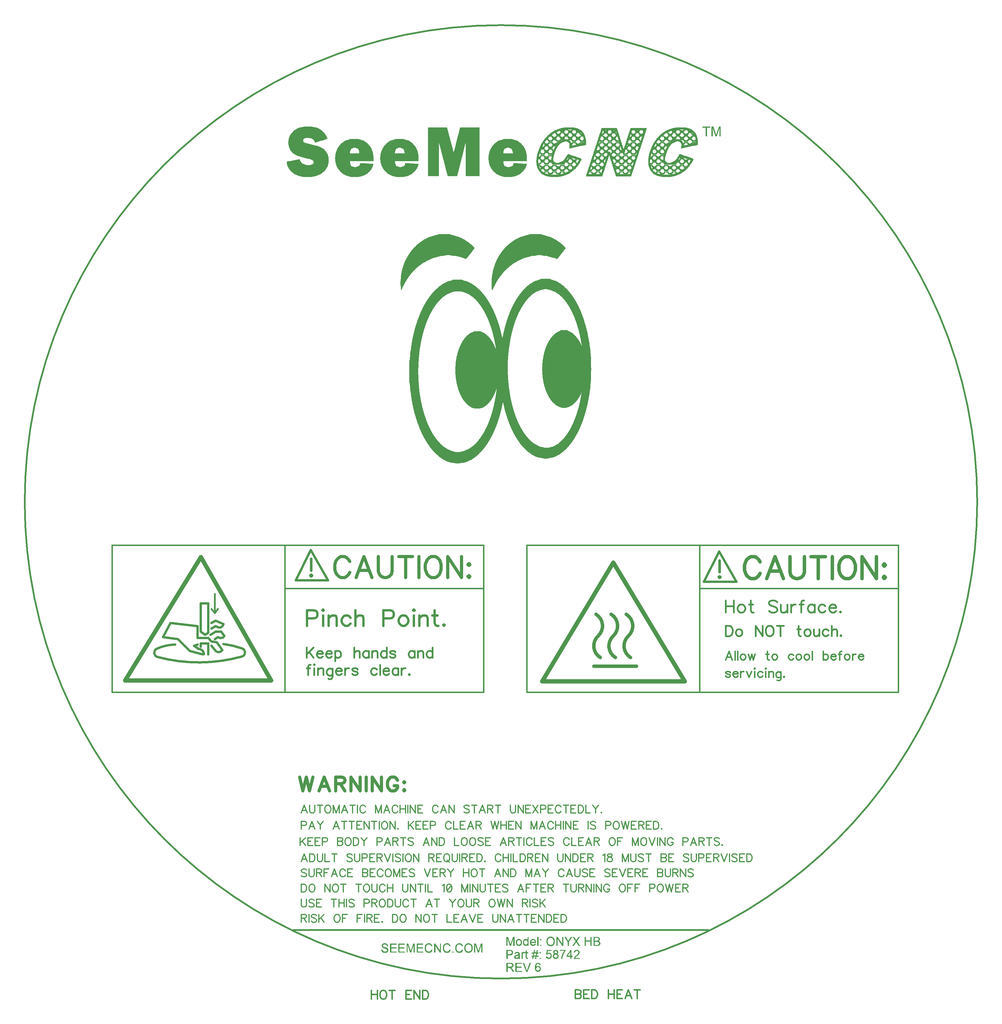
<source format=gbr>
G04 DipTrace 2.3.1.0*
%INTopSilk_58742_rev6_Blackpoint.gbr*%
%MOIN*%
%ADD12C,0.003*%
%ADD16C,0.025*%
%ADD22C,0.02*%
%ADD23C,0.0216*%
%ADD24C,0.0154*%
%ADD26C,0.0139*%
%ADD27C,0.035*%
%ADD28C,0.05*%
%ADD29C,0.04*%
%ADD31C,0.016*%
%ADD40C,0.0185*%
%ADD41C,0.0278*%
%ADD42C,0.0386*%
%ADD43C,0.0371*%
%ADD44C,0.0309*%
%FSLAX44Y44*%
G04*
G70*
G90*
G75*
G01*
%LNTopSilk*%
%LPD*%
X9846Y64964D2*
D22*
G02X9846Y64964I55118J0D01*
G01*
X40964Y15464D2*
X88964D1*
X51398Y13924D2*
D12*
X51608D1*
X56498D2*
X56708D1*
X58598D2*
X58808D1*
X60038D2*
X60248D1*
X61088D2*
X61298D1*
X51330Y13894D2*
X51676D1*
X52118D2*
X52838D1*
X53078D2*
X53798D1*
X54038D2*
X54218D1*
X54818D2*
X54968D1*
X55208D2*
X55928D1*
X56429D2*
X56770D1*
X57218D2*
X57338D1*
X57908D2*
X57998D1*
X58529D2*
X58870D1*
X59969D2*
X60310D1*
X61020D2*
X61366D1*
X61868D2*
X62048D1*
X62648D2*
X62798D1*
X51275Y13864D2*
X51731D1*
X52118D2*
X52838D1*
X53078D2*
X53798D1*
X54038D2*
X54222D1*
X54803D2*
X54968D1*
X55208D2*
X55928D1*
X56370D2*
X56824D1*
X57218D2*
X57363D1*
X57908D2*
X57998D1*
X58470D2*
X58924D1*
X59910D2*
X60364D1*
X60964D2*
X61422D1*
X61868D2*
X62052D1*
X62633D2*
X62798D1*
X51234Y13834D2*
X51771D1*
X52118D2*
X52838D1*
X53078D2*
X53798D1*
X54038D2*
X54230D1*
X54790D2*
X54968D1*
X55208D2*
X55928D1*
X56322D2*
X56866D1*
X57218D2*
X57386D1*
X57908D2*
X57998D1*
X58422D2*
X58966D1*
X59862D2*
X60406D1*
X60919D2*
X61466D1*
X61868D2*
X62060D1*
X62620D2*
X62798D1*
X51206Y13804D2*
X51375D1*
X51631D2*
X51800D1*
X52118D2*
X52838D1*
X53078D2*
X53798D1*
X54038D2*
X54239D1*
X54779D2*
X54968D1*
X55208D2*
X55928D1*
X56285D2*
X56474D1*
X56702D2*
X56897D1*
X57218D2*
X57407D1*
X57908D2*
X57998D1*
X58385D2*
X58574D1*
X58802D2*
X58997D1*
X59825D2*
X60014D1*
X60242D2*
X60437D1*
X60883D2*
X61100D1*
X61286D2*
X61503D1*
X61868D2*
X62069D1*
X62609D2*
X62798D1*
X51186Y13774D2*
X51331D1*
X51674D2*
X51821D1*
X52118D2*
X52238D1*
X53078D2*
X53198D1*
X54038D2*
X54248D1*
X54768D2*
X54968D1*
X55208D2*
X55328D1*
X56255D2*
X56426D1*
X56749D2*
X56920D1*
X57218D2*
X57428D1*
X57908D2*
X57998D1*
X58355D2*
X58526D1*
X58849D2*
X59020D1*
X59795D2*
X59966D1*
X60289D2*
X60460D1*
X60851D2*
X61034D1*
X61351D2*
X61535D1*
X61868D2*
X62078D1*
X62598D2*
X62798D1*
X51172Y13744D2*
X51300D1*
X51706D2*
X51839D1*
X52118D2*
X52238D1*
X53078D2*
X53198D1*
X54038D2*
X54258D1*
X54758D2*
X54968D1*
X55208D2*
X55328D1*
X56231D2*
X56386D1*
X56788D2*
X56938D1*
X57218D2*
X57448D1*
X57908D2*
X57998D1*
X58331D2*
X58486D1*
X58888D2*
X59038D1*
X59771D2*
X59926D1*
X60328D2*
X60478D1*
X60824D2*
X60984D1*
X61401D2*
X61562D1*
X61868D2*
X62088D1*
X62588D2*
X62798D1*
X51164Y13714D2*
X51277D1*
X51728D2*
X51854D1*
X52118D2*
X52238D1*
X53078D2*
X53198D1*
X54038D2*
X54268D1*
X54748D2*
X54968D1*
X55208D2*
X55328D1*
X56210D2*
X56352D1*
X56819D2*
X56953D1*
X57218D2*
X57468D1*
X57908D2*
X57998D1*
X58310D2*
X58452D1*
X58919D2*
X59053D1*
X59750D2*
X59892D1*
X60359D2*
X60493D1*
X60801D2*
X60946D1*
X61440D2*
X61584D1*
X61868D2*
X62098D1*
X62578D2*
X62798D1*
X51160Y13684D2*
X51261D1*
X51743D2*
X51865D1*
X52118D2*
X52238D1*
X53078D2*
X53198D1*
X54038D2*
X54128D1*
X54189D2*
X54278D1*
X54738D2*
X54968D1*
X55208D2*
X55328D1*
X56193D2*
X56325D1*
X56844D2*
X56965D1*
X57218D2*
X57488D1*
X57908D2*
X57998D1*
X58293D2*
X58425D1*
X58944D2*
X59065D1*
X59733D2*
X59865D1*
X60384D2*
X60505D1*
X60784D2*
X60916D1*
X61469D2*
X61602D1*
X61868D2*
X61958D1*
X62019D2*
X62108D1*
X62568D2*
X62798D1*
X51159Y13654D2*
X51256D1*
X51752D2*
X51872D1*
X52118D2*
X52238D1*
X53078D2*
X53198D1*
X54038D2*
X54128D1*
X54193D2*
X54288D1*
X54728D2*
X54968D1*
X55208D2*
X55328D1*
X56180D2*
X56306D1*
X56866D2*
X56972D1*
X57218D2*
X57508D1*
X57908D2*
X57998D1*
X58280D2*
X58406D1*
X58966D2*
X59072D1*
X59720D2*
X59846D1*
X60406D2*
X60512D1*
X60770D2*
X60892D1*
X61490D2*
X61615D1*
X61868D2*
X61958D1*
X62023D2*
X62118D1*
X62558D2*
X62798D1*
X51159Y13624D2*
X51264D1*
X51758D2*
X51878D1*
X52118D2*
X52238D1*
X53078D2*
X53198D1*
X54038D2*
X54128D1*
X54200D2*
X54298D1*
X54718D2*
X54787D1*
X54848D2*
X54968D1*
X55208D2*
X55328D1*
X56169D2*
X56291D1*
X56888D2*
X56978D1*
X57218D2*
X57338D1*
X57404D2*
X57528D1*
X57908D2*
X57998D1*
X58269D2*
X58391D1*
X58988D2*
X59078D1*
X59709D2*
X59831D1*
X60428D2*
X60518D1*
X60759D2*
X60874D1*
X61504D2*
X61627D1*
X61868D2*
X61958D1*
X62030D2*
X62128D1*
X62548D2*
X62617D1*
X62678D2*
X62798D1*
X51163Y13594D2*
X51277D1*
X52118D2*
X52238D1*
X53078D2*
X53198D1*
X54038D2*
X54128D1*
X54209D2*
X54308D1*
X54708D2*
X54783D1*
X54848D2*
X54968D1*
X55208D2*
X55328D1*
X56158D2*
X56279D1*
X57218D2*
X57338D1*
X57415D2*
X57548D1*
X57908D2*
X57998D1*
X58258D2*
X58379D1*
X59698D2*
X59819D1*
X60748D2*
X60861D1*
X61516D2*
X61637D1*
X61868D2*
X61958D1*
X62039D2*
X62138D1*
X62538D2*
X62613D1*
X62678D2*
X62798D1*
X51171Y13564D2*
X51312D1*
X52118D2*
X52238D1*
X53078D2*
X53198D1*
X54038D2*
X54128D1*
X54218D2*
X54318D1*
X54698D2*
X54775D1*
X54848D2*
X54968D1*
X55208D2*
X55328D1*
X56149D2*
X56269D1*
X57218D2*
X57338D1*
X57431D2*
X57568D1*
X57908D2*
X57998D1*
X58249D2*
X58369D1*
X59689D2*
X59809D1*
X60739D2*
X60854D1*
X61526D2*
X61647D1*
X61868D2*
X61958D1*
X62048D2*
X62148D1*
X62528D2*
X62605D1*
X62678D2*
X62798D1*
X51184Y13534D2*
X51365D1*
X52118D2*
X52238D1*
X53078D2*
X53198D1*
X54038D2*
X54128D1*
X54228D2*
X54327D1*
X54688D2*
X54767D1*
X54848D2*
X54968D1*
X55208D2*
X55328D1*
X56143D2*
X56263D1*
X57218D2*
X57338D1*
X57449D2*
X57588D1*
X57908D2*
X57998D1*
X58243D2*
X58363D1*
X59683D2*
X59803D1*
X60733D2*
X60849D1*
X61534D2*
X61652D1*
X61868D2*
X61958D1*
X62058D2*
X62157D1*
X62518D2*
X62597D1*
X62678D2*
X62798D1*
X51202Y13504D2*
X51439D1*
X52118D2*
X52238D1*
X53078D2*
X53198D1*
X54038D2*
X54128D1*
X54238D2*
X54334D1*
X54678D2*
X54758D1*
X54848D2*
X54968D1*
X55208D2*
X55328D1*
X56140D2*
X56260D1*
X57218D2*
X57338D1*
X57468D2*
X57608D1*
X57908D2*
X57998D1*
X58240D2*
X58360D1*
X59680D2*
X59800D1*
X60730D2*
X60844D1*
X61540D2*
X61656D1*
X61868D2*
X61958D1*
X62068D2*
X62164D1*
X62508D2*
X62588D1*
X62678D2*
X62798D1*
X51227Y13474D2*
X51529D1*
X52118D2*
X52238D1*
X53078D2*
X53198D1*
X54038D2*
X54128D1*
X54248D2*
X54341D1*
X54668D2*
X54748D1*
X54848D2*
X54968D1*
X55208D2*
X55328D1*
X56139D2*
X56259D1*
X57218D2*
X57338D1*
X57488D2*
X57628D1*
X57908D2*
X57998D1*
X58239D2*
X58359D1*
X59679D2*
X59799D1*
X60729D2*
X60836D1*
X61549D2*
X61657D1*
X61868D2*
X61958D1*
X62078D2*
X62171D1*
X62498D2*
X62578D1*
X62678D2*
X62798D1*
X51263Y13444D2*
X51619D1*
X52118D2*
X52808D1*
X53078D2*
X53768D1*
X54038D2*
X54128D1*
X54258D2*
X54349D1*
X54658D2*
X54738D1*
X54848D2*
X54968D1*
X55208D2*
X55898D1*
X56138D2*
X56258D1*
X57218D2*
X57338D1*
X57508D2*
X57648D1*
X57908D2*
X57998D1*
X58238D2*
X58358D1*
X59678D2*
X59798D1*
X60728D2*
X60828D1*
X61557D2*
X61657D1*
X61868D2*
X61958D1*
X62088D2*
X62179D1*
X62488D2*
X62568D1*
X62678D2*
X62798D1*
X51317Y13414D2*
X51698D1*
X52118D2*
X52808D1*
X53078D2*
X53768D1*
X54038D2*
X54128D1*
X54268D2*
X54358D1*
X54648D2*
X54728D1*
X54848D2*
X54968D1*
X55208D2*
X55898D1*
X56138D2*
X56258D1*
X57218D2*
X57338D1*
X57528D2*
X57668D1*
X57908D2*
X57998D1*
X58238D2*
X58358D1*
X59678D2*
X59798D1*
X60728D2*
X60823D1*
X61563D2*
X61658D1*
X61868D2*
X61958D1*
X62098D2*
X62188D1*
X62478D2*
X62558D1*
X62678D2*
X62798D1*
X51390Y13384D2*
X51758D1*
X52118D2*
X52808D1*
X53078D2*
X53768D1*
X54038D2*
X54128D1*
X54278D2*
X54368D1*
X54638D2*
X54718D1*
X54848D2*
X54968D1*
X55208D2*
X55898D1*
X56138D2*
X56258D1*
X57218D2*
X57338D1*
X57548D2*
X57688D1*
X57908D2*
X57998D1*
X58238D2*
X58358D1*
X59678D2*
X59798D1*
X60728D2*
X60821D1*
X61564D2*
X61658D1*
X61868D2*
X61958D1*
X62108D2*
X62198D1*
X62468D2*
X62548D1*
X62678D2*
X62798D1*
X51476Y13354D2*
X51804D1*
X52118D2*
X52808D1*
X53078D2*
X53768D1*
X54038D2*
X54128D1*
X54288D2*
X54378D1*
X54628D2*
X54708D1*
X54848D2*
X54968D1*
X55208D2*
X55898D1*
X56138D2*
X56258D1*
X57218D2*
X57338D1*
X57568D2*
X57708D1*
X57908D2*
X57998D1*
X58238D2*
X58358D1*
X59678D2*
X59798D1*
X60728D2*
X60824D1*
X61562D2*
X61658D1*
X61868D2*
X61958D1*
X62118D2*
X62208D1*
X62458D2*
X62538D1*
X62678D2*
X62798D1*
X51563Y13324D2*
X51838D1*
X52118D2*
X52238D1*
X53078D2*
X53198D1*
X54038D2*
X54128D1*
X54298D2*
X54388D1*
X54618D2*
X54698D1*
X54848D2*
X54968D1*
X55208D2*
X55328D1*
X56138D2*
X56258D1*
X57218D2*
X57338D1*
X57588D2*
X57728D1*
X57908D2*
X57998D1*
X58238D2*
X58358D1*
X59678D2*
X59798D1*
X60728D2*
X60830D1*
X61555D2*
X61658D1*
X61868D2*
X61958D1*
X62128D2*
X62218D1*
X62448D2*
X62528D1*
X62678D2*
X62798D1*
X51639Y13294D2*
X51862D1*
X52118D2*
X52238D1*
X53078D2*
X53198D1*
X54038D2*
X54128D1*
X54308D2*
X54398D1*
X54608D2*
X54688D1*
X54848D2*
X54968D1*
X55208D2*
X55328D1*
X56138D2*
X56258D1*
X57218D2*
X57338D1*
X57608D2*
X57748D1*
X57908D2*
X57998D1*
X58238D2*
X58358D1*
X59678D2*
X59798D1*
X60728D2*
X60838D1*
X61548D2*
X61658D1*
X61868D2*
X61958D1*
X62138D2*
X62228D1*
X62438D2*
X62518D1*
X62678D2*
X62798D1*
X51698Y13264D2*
X51881D1*
X52118D2*
X52238D1*
X53078D2*
X53198D1*
X54038D2*
X54128D1*
X54318D2*
X54408D1*
X54598D2*
X54678D1*
X54848D2*
X54968D1*
X55208D2*
X55328D1*
X56139D2*
X56259D1*
X57218D2*
X57338D1*
X57628D2*
X57768D1*
X57908D2*
X57998D1*
X58239D2*
X58359D1*
X59679D2*
X59799D1*
X60729D2*
X60843D1*
X61543D2*
X61657D1*
X61868D2*
X61958D1*
X62148D2*
X62238D1*
X62428D2*
X62508D1*
X62678D2*
X62798D1*
X51745Y13234D2*
X51894D1*
X52118D2*
X52238D1*
X53078D2*
X53198D1*
X54038D2*
X54128D1*
X54328D2*
X54418D1*
X54588D2*
X54668D1*
X54848D2*
X54968D1*
X55208D2*
X55328D1*
X56143D2*
X56263D1*
X57218D2*
X57338D1*
X57648D2*
X57788D1*
X57908D2*
X57998D1*
X58243D2*
X58363D1*
X59683D2*
X59803D1*
X60733D2*
X60847D1*
X61539D2*
X61653D1*
X61868D2*
X61958D1*
X62158D2*
X62248D1*
X62418D2*
X62498D1*
X62678D2*
X62798D1*
X51766Y13204D2*
X51901D1*
X52118D2*
X52238D1*
X53078D2*
X53198D1*
X54038D2*
X54128D1*
X54338D2*
X54428D1*
X54578D2*
X54658D1*
X54848D2*
X54968D1*
X55208D2*
X55328D1*
X56150D2*
X56270D1*
X56918D2*
X56948D1*
X57218D2*
X57338D1*
X57668D2*
X57809D1*
X57907D2*
X57998D1*
X58250D2*
X58370D1*
X59018D2*
X59048D1*
X59690D2*
X59810D1*
X60458D2*
X60488D1*
X60740D2*
X60852D1*
X61533D2*
X61645D1*
X61868D2*
X61958D1*
X62168D2*
X62258D1*
X62408D2*
X62488D1*
X62678D2*
X62798D1*
X51098Y13174D2*
X51218D1*
X51778D2*
X51905D1*
X52118D2*
X52238D1*
X53078D2*
X53198D1*
X54038D2*
X54128D1*
X54348D2*
X54438D1*
X54568D2*
X54648D1*
X54848D2*
X54968D1*
X55208D2*
X55328D1*
X56159D2*
X56279D1*
X56899D2*
X56979D1*
X57218D2*
X57338D1*
X57688D2*
X57835D1*
X57902D2*
X57998D1*
X58259D2*
X58379D1*
X58999D2*
X59079D1*
X59699D2*
X59819D1*
X60439D2*
X60519D1*
X60749D2*
X60861D1*
X61525D2*
X61637D1*
X61868D2*
X61958D1*
X62178D2*
X62268D1*
X62398D2*
X62478D1*
X62678D2*
X62798D1*
X51112Y13144D2*
X51229D1*
X51784D2*
X51906D1*
X52118D2*
X52238D1*
X53078D2*
X53198D1*
X54038D2*
X54128D1*
X54358D2*
X54449D1*
X54556D2*
X54638D1*
X54848D2*
X54968D1*
X55208D2*
X55328D1*
X56168D2*
X56289D1*
X56882D2*
X56992D1*
X57218D2*
X57338D1*
X57708D2*
X57869D1*
X57892D2*
X57998D1*
X58268D2*
X58389D1*
X58982D2*
X59092D1*
X59708D2*
X59829D1*
X60422D2*
X60532D1*
X60758D2*
X60874D1*
X61512D2*
X61628D1*
X61868D2*
X61958D1*
X62188D2*
X62279D1*
X62386D2*
X62468D1*
X62678D2*
X62798D1*
X51121Y13114D2*
X51243D1*
X51785D2*
X51902D1*
X52118D2*
X52238D1*
X53078D2*
X53198D1*
X54038D2*
X54128D1*
X54368D2*
X54464D1*
X54541D2*
X54628D1*
X54848D2*
X54968D1*
X55208D2*
X55328D1*
X56179D2*
X56304D1*
X56865D2*
X56989D1*
X57218D2*
X57338D1*
X57728D2*
X57998D1*
X58279D2*
X58404D1*
X58965D2*
X59089D1*
X59719D2*
X59844D1*
X60405D2*
X60529D1*
X60769D2*
X60891D1*
X61494D2*
X61616D1*
X61868D2*
X61958D1*
X62198D2*
X62294D1*
X62371D2*
X62458D1*
X62678D2*
X62798D1*
X51130Y13084D2*
X51261D1*
X51783D2*
X51894D1*
X52118D2*
X52238D1*
X53078D2*
X53198D1*
X54038D2*
X54128D1*
X54378D2*
X54488D1*
X54518D2*
X54618D1*
X54848D2*
X54968D1*
X55208D2*
X55328D1*
X56193D2*
X56325D1*
X56845D2*
X56981D1*
X57218D2*
X57338D1*
X57748D2*
X57998D1*
X58293D2*
X58425D1*
X58945D2*
X59081D1*
X59733D2*
X59865D1*
X60385D2*
X60521D1*
X60783D2*
X60914D1*
X61471D2*
X61602D1*
X61868D2*
X61958D1*
X62208D2*
X62318D1*
X62348D2*
X62448D1*
X62678D2*
X62798D1*
X51140Y13054D2*
X51286D1*
X51772D2*
X51883D1*
X52118D2*
X52238D1*
X53078D2*
X53198D1*
X54038D2*
X54128D1*
X54388D2*
X54608D1*
X54848D2*
X54968D1*
X55208D2*
X55328D1*
X56210D2*
X56353D1*
X56820D2*
X56968D1*
X57218D2*
X57338D1*
X57768D2*
X57998D1*
X58310D2*
X58453D1*
X58920D2*
X59068D1*
X59750D2*
X59893D1*
X60360D2*
X60508D1*
X60801D2*
X60944D1*
X61442D2*
X61585D1*
X61868D2*
X61958D1*
X62218D2*
X62438D1*
X62678D2*
X62798D1*
X51153Y13024D2*
X51317D1*
X51744D2*
X51869D1*
X52118D2*
X52238D1*
X53078D2*
X53198D1*
X54038D2*
X54128D1*
X54398D2*
X54598D1*
X54848D2*
X54968D1*
X55208D2*
X55328D1*
X56229D2*
X56394D1*
X56789D2*
X56953D1*
X57218D2*
X57338D1*
X57788D2*
X57998D1*
X58329D2*
X58494D1*
X58889D2*
X59053D1*
X59769D2*
X59934D1*
X60329D2*
X60493D1*
X60824D2*
X60989D1*
X61397D2*
X61562D1*
X61868D2*
X61958D1*
X62228D2*
X62428D1*
X62678D2*
X62798D1*
X51171Y12994D2*
X51402D1*
X51661D2*
X51854D1*
X52118D2*
X52238D1*
X53078D2*
X53198D1*
X54038D2*
X54128D1*
X54408D2*
X54588D1*
X54848D2*
X54968D1*
X55208D2*
X55328D1*
X56249D2*
X56468D1*
X56709D2*
X56934D1*
X57218D2*
X57338D1*
X57808D2*
X57998D1*
X58349D2*
X58568D1*
X58809D2*
X59034D1*
X59789D2*
X60008D1*
X60249D2*
X60474D1*
X60850D2*
X61070D1*
X61315D2*
X61535D1*
X61868D2*
X61958D1*
X62238D2*
X62418D1*
X62678D2*
X62798D1*
X51195Y12964D2*
X51534D1*
X51530D2*
X51834D1*
X52118D2*
X52868D1*
X53078D2*
X53828D1*
X54038D2*
X54128D1*
X54418D2*
X54578D1*
X54848D2*
X54968D1*
X55208D2*
X55958D1*
X56274D2*
X56589D1*
X56587D2*
X56907D1*
X57218D2*
X57338D1*
X57828D2*
X57998D1*
X58374D2*
X58689D1*
X58687D2*
X59007D1*
X59318D2*
X59438D1*
X59814D2*
X60129D1*
X60127D2*
X60447D1*
X60880D2*
X61200D1*
X61186D2*
X61505D1*
X61868D2*
X61958D1*
X62248D2*
X62408D1*
X62678D2*
X62798D1*
X51228Y12934D2*
X51804D1*
X52118D2*
X52868D1*
X53078D2*
X53828D1*
X54038D2*
X54128D1*
X54428D2*
X54568D1*
X54848D2*
X54968D1*
X55208D2*
X55958D1*
X56308D2*
X56871D1*
X57218D2*
X57338D1*
X57847D2*
X57998D1*
X58408D2*
X58971D1*
X59318D2*
X59438D1*
X59848D2*
X60411D1*
X60916D2*
X61470D1*
X61868D2*
X61958D1*
X62258D2*
X62398D1*
X62678D2*
X62798D1*
X51273Y12904D2*
X51761D1*
X52118D2*
X52868D1*
X53078D2*
X53828D1*
X54038D2*
X54128D1*
X54442D2*
X54557D1*
X54848D2*
X54968D1*
X55208D2*
X55958D1*
X56352D2*
X56825D1*
X57218D2*
X57338D1*
X57864D2*
X57998D1*
X58452D2*
X58925D1*
X59318D2*
X59438D1*
X59892D2*
X60365D1*
X60962D2*
X61423D1*
X61868D2*
X61958D1*
X62272D2*
X62387D1*
X62678D2*
X62798D1*
X51332Y12874D2*
X51703D1*
X52118D2*
X52868D1*
X53078D2*
X53828D1*
X54038D2*
X54128D1*
X54458D2*
X54548D1*
X54848D2*
X54968D1*
X55208D2*
X55958D1*
X56407D2*
X56769D1*
X57218D2*
X57338D1*
X57878D2*
X57998D1*
X58507D2*
X58869D1*
X59318D2*
X59438D1*
X59947D2*
X60309D1*
X61021D2*
X61364D1*
X61868D2*
X61958D1*
X62288D2*
X62378D1*
X62678D2*
X62798D1*
X51398Y12844D2*
X51638D1*
X56468D2*
X56708D1*
X58568D2*
X58808D1*
X60008D2*
X60248D1*
X61088D2*
X61298D1*
X51398Y13924D2*
X51330Y13894D1*
X51275Y13864D1*
X51234Y13834D1*
X51206Y13804D1*
X51186Y13774D1*
X51172Y13744D1*
X51164Y13714D1*
X51160Y13684D1*
X51159Y13654D1*
Y13624D1*
X51163Y13594D1*
X51171Y13564D1*
X51184Y13534D1*
X51202Y13504D1*
X51227Y13474D1*
X51263Y13444D1*
X51317Y13414D1*
X51390Y13384D1*
X51476Y13354D1*
X51563Y13324D1*
X51639Y13294D1*
X51698Y13264D1*
X51745Y13234D1*
X51766Y13204D1*
X51778Y13174D1*
X51784Y13144D1*
X51785Y13114D1*
X51783Y13084D1*
X51772Y13054D1*
X51744Y13024D1*
X51661Y12994D1*
X51530Y12964D1*
X51368Y12934D1*
X51608Y13924D2*
X51676Y13894D1*
X51731Y13864D1*
X51771Y13834D1*
X51800Y13804D1*
X51821Y13774D1*
X51839Y13744D1*
X51854Y13714D1*
X51865Y13684D1*
X51872Y13654D1*
X51878Y13624D1*
X56498Y13924D2*
X56429Y13894D1*
X56370Y13864D1*
X56322Y13834D1*
X56285Y13804D1*
X56255Y13774D1*
X56231Y13744D1*
X56210Y13714D1*
X56193Y13684D1*
X56180Y13654D1*
X56169Y13624D1*
X56158Y13594D1*
X56149Y13564D1*
X56143Y13534D1*
X56140Y13504D1*
X56139Y13474D1*
X56138Y13444D1*
Y13414D1*
Y13384D1*
Y13354D1*
Y13324D1*
Y13294D1*
X56139Y13264D1*
X56143Y13234D1*
X56150Y13204D1*
X56159Y13174D1*
X56168Y13144D1*
X56179Y13114D1*
X56193Y13084D1*
X56210Y13054D1*
X56229Y13024D1*
X56249Y12994D1*
X56274Y12964D1*
X56308Y12934D1*
X56352Y12904D1*
X56407Y12874D1*
X56468Y12844D1*
X56708Y13924D2*
X56770Y13894D1*
X56824Y13864D1*
X56866Y13834D1*
X56897Y13804D1*
X56920Y13774D1*
X56938Y13744D1*
X56953Y13714D1*
X56965Y13684D1*
X56972Y13654D1*
X56978Y13624D1*
X58598Y13924D2*
X58529Y13894D1*
X58470Y13864D1*
X58422Y13834D1*
X58385Y13804D1*
X58355Y13774D1*
X58331Y13744D1*
X58310Y13714D1*
X58293Y13684D1*
X58280Y13654D1*
X58269Y13624D1*
X58258Y13594D1*
X58249Y13564D1*
X58243Y13534D1*
X58240Y13504D1*
X58239Y13474D1*
X58238Y13444D1*
Y13414D1*
Y13384D1*
Y13354D1*
Y13324D1*
Y13294D1*
X58239Y13264D1*
X58243Y13234D1*
X58250Y13204D1*
X58259Y13174D1*
X58268Y13144D1*
X58279Y13114D1*
X58293Y13084D1*
X58310Y13054D1*
X58329Y13024D1*
X58349Y12994D1*
X58374Y12964D1*
X58408Y12934D1*
X58452Y12904D1*
X58507Y12874D1*
X58568Y12844D1*
X58808Y13924D2*
X58870Y13894D1*
X58924Y13864D1*
X58966Y13834D1*
X58997Y13804D1*
X59020Y13774D1*
X59038Y13744D1*
X59053Y13714D1*
X59065Y13684D1*
X59072Y13654D1*
X59078Y13624D1*
X60038Y13924D2*
X59969Y13894D1*
X59910Y13864D1*
X59862Y13834D1*
X59825Y13804D1*
X59795Y13774D1*
X59771Y13744D1*
X59750Y13714D1*
X59733Y13684D1*
X59720Y13654D1*
X59709Y13624D1*
X59698Y13594D1*
X59689Y13564D1*
X59683Y13534D1*
X59680Y13504D1*
X59679Y13474D1*
X59678Y13444D1*
Y13414D1*
Y13384D1*
Y13354D1*
Y13324D1*
Y13294D1*
X59679Y13264D1*
X59683Y13234D1*
X59690Y13204D1*
X59699Y13174D1*
X59708Y13144D1*
X59719Y13114D1*
X59733Y13084D1*
X59750Y13054D1*
X59769Y13024D1*
X59789Y12994D1*
X59814Y12964D1*
X59848Y12934D1*
X59892Y12904D1*
X59947Y12874D1*
X60008Y12844D1*
X60248Y13924D2*
X60310Y13894D1*
X60364Y13864D1*
X60406Y13834D1*
X60437Y13804D1*
X60460Y13774D1*
X60478Y13744D1*
X60493Y13714D1*
X60505Y13684D1*
X60512Y13654D1*
X60518Y13624D1*
X61088Y13924D2*
X61020Y13894D1*
X60964Y13864D1*
X60919Y13834D1*
X60883Y13804D1*
X60851Y13774D1*
X60824Y13744D1*
X60801Y13714D1*
X60784Y13684D1*
X60770Y13654D1*
X60759Y13624D1*
X60748Y13594D1*
X60739Y13564D1*
X60733Y13534D1*
X60730Y13504D1*
X60729Y13474D1*
X60728Y13444D1*
Y13414D1*
Y13384D1*
Y13354D1*
Y13324D1*
Y13294D1*
X60729Y13264D1*
X60733Y13234D1*
X60740Y13204D1*
X60749Y13174D1*
X60758Y13144D1*
X60769Y13114D1*
X60783Y13084D1*
X60801Y13054D1*
X60824Y13024D1*
X60850Y12994D1*
X60880Y12964D1*
X60916Y12934D1*
X60962Y12904D1*
X61021Y12874D1*
X61088Y12844D1*
X61298Y13924D2*
X61366Y13894D1*
X61422Y13864D1*
X61466Y13834D1*
X61503Y13804D1*
X61535Y13774D1*
X61562Y13744D1*
X61584Y13714D1*
X61602Y13684D1*
X61615Y13654D1*
X61627Y13624D1*
X61637Y13594D1*
X61647Y13564D1*
X61652Y13534D1*
X61656Y13504D1*
X61657Y13474D1*
Y13444D1*
X61658Y13414D1*
Y13384D1*
Y13354D1*
Y13324D1*
Y13294D1*
X61657Y13264D1*
X61653Y13234D1*
X61645Y13204D1*
X61637Y13174D1*
X61628Y13144D1*
X61616Y13114D1*
X61602Y13084D1*
X61585Y13054D1*
X61562Y13024D1*
X61535Y12994D1*
X61505Y12964D1*
X61470Y12934D1*
X61423Y12904D1*
X61364Y12874D1*
X61298Y12844D1*
X52118Y13894D2*
Y13864D1*
Y13834D1*
Y13804D1*
Y13774D1*
Y13744D1*
Y13714D1*
Y13684D1*
Y13654D1*
Y13624D1*
Y13594D1*
Y13564D1*
Y13534D1*
Y13504D1*
Y13474D1*
Y13444D1*
Y13414D1*
Y13384D1*
Y13354D1*
Y13324D1*
Y13294D1*
Y13264D1*
Y13234D1*
Y13204D1*
Y13174D1*
Y13144D1*
Y13114D1*
Y13084D1*
Y13054D1*
Y13024D1*
Y12994D1*
Y12964D1*
Y12934D1*
Y12904D1*
Y12874D1*
X52838Y13894D2*
Y13864D1*
Y13834D1*
Y13804D1*
X53078Y13894D2*
Y13864D1*
Y13834D1*
Y13804D1*
Y13774D1*
Y13744D1*
Y13714D1*
Y13684D1*
Y13654D1*
Y13624D1*
Y13594D1*
Y13564D1*
Y13534D1*
Y13504D1*
Y13474D1*
Y13444D1*
Y13414D1*
Y13384D1*
Y13354D1*
Y13324D1*
Y13294D1*
Y13264D1*
Y13234D1*
Y13204D1*
Y13174D1*
Y13144D1*
Y13114D1*
Y13084D1*
Y13054D1*
Y13024D1*
Y12994D1*
Y12964D1*
Y12934D1*
Y12904D1*
Y12874D1*
X53798Y13894D2*
Y13864D1*
Y13834D1*
Y13804D1*
X54038Y13894D2*
Y13864D1*
Y13834D1*
Y13804D1*
Y13774D1*
Y13744D1*
Y13714D1*
Y13684D1*
Y13654D1*
Y13624D1*
Y13594D1*
Y13564D1*
Y13534D1*
Y13504D1*
Y13474D1*
Y13444D1*
Y13414D1*
Y13384D1*
Y13354D1*
Y13324D1*
Y13294D1*
Y13264D1*
Y13234D1*
Y13204D1*
Y13174D1*
Y13144D1*
Y13114D1*
Y13084D1*
Y13054D1*
Y13024D1*
Y12994D1*
Y12964D1*
Y12934D1*
Y12904D1*
Y12874D1*
X54218Y13894D2*
X54222Y13864D1*
X54230Y13834D1*
X54239Y13804D1*
X54248Y13774D1*
X54258Y13744D1*
X54268Y13714D1*
X54278Y13684D1*
X54288Y13654D1*
X54298Y13624D1*
X54308Y13594D1*
X54318Y13564D1*
X54327Y13534D1*
X54334Y13504D1*
X54341Y13474D1*
X54349Y13444D1*
X54358Y13414D1*
X54368Y13384D1*
X54378Y13354D1*
X54388Y13324D1*
X54398Y13294D1*
X54408Y13264D1*
X54418Y13234D1*
X54428Y13204D1*
X54438Y13174D1*
X54449Y13144D1*
X54464Y13114D1*
X54488Y13084D1*
X54518Y13054D1*
X54818Y13894D2*
X54803Y13864D1*
X54790Y13834D1*
X54779Y13804D1*
X54768Y13774D1*
X54758Y13744D1*
X54748Y13714D1*
X54738Y13684D1*
X54728Y13654D1*
X54718Y13624D1*
X54708Y13594D1*
X54698Y13564D1*
X54688Y13534D1*
X54678Y13504D1*
X54668Y13474D1*
X54658Y13444D1*
X54648Y13414D1*
X54638Y13384D1*
X54628Y13354D1*
X54618Y13324D1*
X54608Y13294D1*
X54598Y13264D1*
X54588Y13234D1*
X54578Y13204D1*
X54568Y13174D1*
X54556Y13144D1*
X54541Y13114D1*
X54518Y13084D1*
X54488Y13054D1*
X54968Y13894D2*
Y13864D1*
Y13834D1*
Y13804D1*
Y13774D1*
Y13744D1*
Y13714D1*
Y13684D1*
Y13654D1*
Y13624D1*
Y13594D1*
Y13564D1*
Y13534D1*
Y13504D1*
Y13474D1*
Y13444D1*
Y13414D1*
Y13384D1*
Y13354D1*
Y13324D1*
Y13294D1*
Y13264D1*
Y13234D1*
Y13204D1*
Y13174D1*
Y13144D1*
Y13114D1*
Y13084D1*
Y13054D1*
Y13024D1*
Y12994D1*
Y12964D1*
Y12934D1*
Y12904D1*
Y12874D1*
X55208Y13894D2*
Y13864D1*
Y13834D1*
Y13804D1*
Y13774D1*
Y13744D1*
Y13714D1*
Y13684D1*
Y13654D1*
Y13624D1*
Y13594D1*
Y13564D1*
Y13534D1*
Y13504D1*
Y13474D1*
Y13444D1*
Y13414D1*
Y13384D1*
Y13354D1*
Y13324D1*
Y13294D1*
Y13264D1*
Y13234D1*
Y13204D1*
Y13174D1*
Y13144D1*
Y13114D1*
Y13084D1*
Y13054D1*
Y13024D1*
Y12994D1*
Y12964D1*
Y12934D1*
Y12904D1*
Y12874D1*
X55928Y13894D2*
Y13864D1*
Y13834D1*
Y13804D1*
X57218Y13894D2*
Y13864D1*
Y13834D1*
Y13804D1*
Y13774D1*
Y13744D1*
Y13714D1*
Y13684D1*
Y13654D1*
Y13624D1*
Y13594D1*
Y13564D1*
Y13534D1*
Y13504D1*
Y13474D1*
Y13444D1*
Y13414D1*
Y13384D1*
Y13354D1*
Y13324D1*
Y13294D1*
Y13264D1*
Y13234D1*
Y13204D1*
Y13174D1*
Y13144D1*
Y13114D1*
Y13084D1*
Y13054D1*
Y13024D1*
Y12994D1*
Y12964D1*
Y12934D1*
Y12904D1*
Y12874D1*
X57338Y13894D2*
X57363Y13864D1*
X57386Y13834D1*
X57407Y13804D1*
X57428Y13774D1*
X57448Y13744D1*
X57468Y13714D1*
X57488Y13684D1*
X57508Y13654D1*
X57528Y13624D1*
X57548Y13594D1*
X57568Y13564D1*
X57588Y13534D1*
X57608Y13504D1*
X57628Y13474D1*
X57648Y13444D1*
X57668Y13414D1*
X57688Y13384D1*
X57708Y13354D1*
X57728Y13324D1*
X57748Y13294D1*
X57768Y13264D1*
X57788Y13234D1*
X57809Y13204D1*
X57835Y13174D1*
X57869Y13144D1*
X57908Y13114D1*
Y13894D2*
Y13864D1*
Y13834D1*
Y13804D1*
Y13774D1*
Y13744D1*
Y13714D1*
Y13684D1*
Y13654D1*
Y13624D1*
Y13594D1*
Y13564D1*
Y13534D1*
Y13504D1*
Y13474D1*
Y13444D1*
Y13414D1*
Y13384D1*
Y13354D1*
Y13324D1*
Y13294D1*
Y13264D1*
Y13234D1*
X57907Y13204D1*
X57902Y13174D1*
X57892Y13144D1*
X57878Y13114D1*
X57998Y13894D2*
Y13864D1*
Y13834D1*
Y13804D1*
Y13774D1*
Y13744D1*
Y13714D1*
Y13684D1*
Y13654D1*
Y13624D1*
Y13594D1*
Y13564D1*
Y13534D1*
Y13504D1*
Y13474D1*
Y13444D1*
Y13414D1*
Y13384D1*
Y13354D1*
Y13324D1*
Y13294D1*
Y13264D1*
Y13234D1*
Y13204D1*
Y13174D1*
Y13144D1*
Y13114D1*
Y13084D1*
Y13054D1*
Y13024D1*
Y12994D1*
Y12964D1*
Y12934D1*
Y12904D1*
Y12874D1*
X61868Y13894D2*
Y13864D1*
Y13834D1*
Y13804D1*
Y13774D1*
Y13744D1*
Y13714D1*
Y13684D1*
Y13654D1*
Y13624D1*
Y13594D1*
Y13564D1*
Y13534D1*
Y13504D1*
Y13474D1*
Y13444D1*
Y13414D1*
Y13384D1*
Y13354D1*
Y13324D1*
Y13294D1*
Y13264D1*
Y13234D1*
Y13204D1*
Y13174D1*
Y13144D1*
Y13114D1*
Y13084D1*
Y13054D1*
Y13024D1*
Y12994D1*
Y12964D1*
Y12934D1*
Y12904D1*
Y12874D1*
X62048Y13894D2*
X62052Y13864D1*
X62060Y13834D1*
X62069Y13804D1*
X62078Y13774D1*
X62088Y13744D1*
X62098Y13714D1*
X62108Y13684D1*
X62118Y13654D1*
X62128Y13624D1*
X62138Y13594D1*
X62148Y13564D1*
X62157Y13534D1*
X62164Y13504D1*
X62171Y13474D1*
X62179Y13444D1*
X62188Y13414D1*
X62198Y13384D1*
X62208Y13354D1*
X62218Y13324D1*
X62228Y13294D1*
X62238Y13264D1*
X62248Y13234D1*
X62258Y13204D1*
X62268Y13174D1*
X62279Y13144D1*
X62294Y13114D1*
X62318Y13084D1*
X62348Y13054D1*
X62648Y13894D2*
X62633Y13864D1*
X62620Y13834D1*
X62609Y13804D1*
X62598Y13774D1*
X62588Y13744D1*
X62578Y13714D1*
X62568Y13684D1*
X62558Y13654D1*
X62548Y13624D1*
X62538Y13594D1*
X62528Y13564D1*
X62518Y13534D1*
X62508Y13504D1*
X62498Y13474D1*
X62488Y13444D1*
X62478Y13414D1*
X62468Y13384D1*
X62458Y13354D1*
X62448Y13324D1*
X62438Y13294D1*
X62428Y13264D1*
X62418Y13234D1*
X62408Y13204D1*
X62398Y13174D1*
X62386Y13144D1*
X62371Y13114D1*
X62348Y13084D1*
X62318Y13054D1*
X62798Y13894D2*
Y13864D1*
Y13834D1*
Y13804D1*
Y13774D1*
Y13744D1*
Y13714D1*
Y13684D1*
Y13654D1*
Y13624D1*
Y13594D1*
Y13564D1*
Y13534D1*
Y13504D1*
Y13474D1*
Y13444D1*
Y13414D1*
Y13384D1*
Y13354D1*
Y13324D1*
Y13294D1*
Y13264D1*
Y13234D1*
Y13204D1*
Y13174D1*
Y13144D1*
Y13114D1*
Y13084D1*
Y13054D1*
Y13024D1*
Y12994D1*
Y12964D1*
Y12934D1*
Y12904D1*
Y12874D1*
X51428Y13834D2*
X51375Y13804D1*
X51331Y13774D1*
X51300Y13744D1*
X51277Y13714D1*
X51261Y13684D1*
X51256Y13654D1*
X51264Y13624D1*
X51277Y13594D1*
X51312Y13564D1*
X51365Y13534D1*
X51439Y13504D1*
X51529Y13474D1*
X51619Y13444D1*
X51698Y13414D1*
X51758Y13384D1*
X51804Y13354D1*
X51838Y13324D1*
X51862Y13294D1*
X51881Y13264D1*
X51894Y13234D1*
X51901Y13204D1*
X51905Y13174D1*
X51906Y13144D1*
X51902Y13114D1*
X51894Y13084D1*
X51883Y13054D1*
X51869Y13024D1*
X51854Y12994D1*
X51834Y12964D1*
X51804Y12934D1*
X51761Y12904D1*
X51703Y12874D1*
X51638Y12844D1*
X51578Y13834D2*
X51631Y13804D1*
X51674Y13774D1*
X51706Y13744D1*
X51728Y13714D1*
X51743Y13684D1*
X51752Y13654D1*
X51758Y13624D1*
X56528Y13834D2*
X56474Y13804D1*
X56426Y13774D1*
X56386Y13744D1*
X56352Y13714D1*
X56325Y13684D1*
X56306Y13654D1*
X56291Y13624D1*
X56279Y13594D1*
X56269Y13564D1*
X56263Y13534D1*
X56260Y13504D1*
X56259Y13474D1*
X56258Y13444D1*
Y13414D1*
Y13384D1*
Y13354D1*
Y13324D1*
Y13294D1*
X56259Y13264D1*
X56263Y13234D1*
X56270Y13204D1*
X56279Y13174D1*
X56289Y13144D1*
X56304Y13114D1*
X56325Y13084D1*
X56353Y13054D1*
X56394Y13024D1*
X56468Y12994D1*
X56589Y12964D1*
X56738Y12934D1*
X56648Y13834D2*
X56702Y13804D1*
X56749Y13774D1*
X56788Y13744D1*
X56819Y13714D1*
X56844Y13684D1*
X56866Y13654D1*
X56888Y13624D1*
X58628Y13834D2*
X58574Y13804D1*
X58526Y13774D1*
X58486Y13744D1*
X58452Y13714D1*
X58425Y13684D1*
X58406Y13654D1*
X58391Y13624D1*
X58379Y13594D1*
X58369Y13564D1*
X58363Y13534D1*
X58360Y13504D1*
X58359Y13474D1*
X58358Y13444D1*
Y13414D1*
Y13384D1*
Y13354D1*
Y13324D1*
Y13294D1*
X58359Y13264D1*
X58363Y13234D1*
X58370Y13204D1*
X58379Y13174D1*
X58389Y13144D1*
X58404Y13114D1*
X58425Y13084D1*
X58453Y13054D1*
X58494Y13024D1*
X58568Y12994D1*
X58689Y12964D1*
X58838Y12934D1*
X58748Y13834D2*
X58802Y13804D1*
X58849Y13774D1*
X58888Y13744D1*
X58919Y13714D1*
X58944Y13684D1*
X58966Y13654D1*
X58988Y13624D1*
X60068Y13834D2*
X60014Y13804D1*
X59966Y13774D1*
X59926Y13744D1*
X59892Y13714D1*
X59865Y13684D1*
X59846Y13654D1*
X59831Y13624D1*
X59819Y13594D1*
X59809Y13564D1*
X59803Y13534D1*
X59800Y13504D1*
X59799Y13474D1*
X59798Y13444D1*
Y13414D1*
Y13384D1*
Y13354D1*
Y13324D1*
Y13294D1*
X59799Y13264D1*
X59803Y13234D1*
X59810Y13204D1*
X59819Y13174D1*
X59829Y13144D1*
X59844Y13114D1*
X59865Y13084D1*
X59893Y13054D1*
X59934Y13024D1*
X60008Y12994D1*
X60129Y12964D1*
X60278Y12934D1*
X60188Y13834D2*
X60242Y13804D1*
X60289Y13774D1*
X60328Y13744D1*
X60359Y13714D1*
X60384Y13684D1*
X60406Y13654D1*
X60428Y13624D1*
X61178Y13834D2*
X61100Y13804D1*
X61034Y13774D1*
X60984Y13744D1*
X60946Y13714D1*
X60916Y13684D1*
X60892Y13654D1*
X60874Y13624D1*
X60861Y13594D1*
X60854Y13564D1*
X60849Y13534D1*
X60844Y13504D1*
X60836Y13474D1*
X60828Y13444D1*
X60823Y13414D1*
X60821Y13384D1*
X60824Y13354D1*
X60830Y13324D1*
X60838Y13294D1*
X60843Y13264D1*
X60847Y13234D1*
X60852Y13204D1*
X60861Y13174D1*
X60874Y13144D1*
X60891Y13114D1*
X60914Y13084D1*
X60944Y13054D1*
X60989Y13024D1*
X61070Y12994D1*
X61200Y12964D1*
X61358Y12934D1*
X61208Y13834D2*
X61286Y13804D1*
X61351Y13774D1*
X61401Y13744D1*
X61440Y13714D1*
X61469Y13684D1*
X61490Y13654D1*
X61504Y13624D1*
X61516Y13594D1*
X61526Y13564D1*
X61534Y13534D1*
X61540Y13504D1*
X61549Y13474D1*
X61557Y13444D1*
X61563Y13414D1*
X61564Y13384D1*
X61562Y13354D1*
X61555Y13324D1*
X61548Y13294D1*
X61543Y13264D1*
X61539Y13234D1*
X61533Y13204D1*
X61525Y13174D1*
X61512Y13144D1*
X61494Y13114D1*
X61471Y13084D1*
X61442Y13054D1*
X61397Y13024D1*
X61315Y12994D1*
X61186Y12964D1*
X61028Y12934D1*
X52238Y13804D2*
Y13774D1*
Y13744D1*
Y13714D1*
Y13684D1*
Y13654D1*
Y13624D1*
Y13594D1*
Y13564D1*
Y13534D1*
Y13504D1*
Y13474D1*
Y13444D1*
X53198Y13804D2*
Y13774D1*
Y13744D1*
Y13714D1*
Y13684D1*
Y13654D1*
Y13624D1*
Y13594D1*
Y13564D1*
Y13534D1*
Y13504D1*
Y13474D1*
Y13444D1*
X55328Y13804D2*
Y13774D1*
Y13744D1*
Y13714D1*
Y13684D1*
Y13654D1*
Y13624D1*
Y13594D1*
Y13564D1*
Y13534D1*
Y13504D1*
Y13474D1*
Y13444D1*
X54128Y13714D2*
Y13684D1*
Y13654D1*
Y13624D1*
Y13594D1*
Y13564D1*
Y13534D1*
Y13504D1*
Y13474D1*
Y13444D1*
Y13414D1*
Y13384D1*
Y13354D1*
Y13324D1*
Y13294D1*
Y13264D1*
Y13234D1*
Y13204D1*
Y13174D1*
Y13144D1*
Y13114D1*
Y13084D1*
Y13054D1*
Y13024D1*
Y12994D1*
Y12964D1*
Y12934D1*
Y12904D1*
Y12874D1*
X54188Y13714D2*
X54189Y13684D1*
X54193Y13654D1*
X54200Y13624D1*
X54209Y13594D1*
X54218Y13564D1*
X54228Y13534D1*
X54238Y13504D1*
X54248Y13474D1*
X54258Y13444D1*
X54268Y13414D1*
X54278Y13384D1*
X54288Y13354D1*
X54298Y13324D1*
X54308Y13294D1*
X54318Y13264D1*
X54328Y13234D1*
X54338Y13204D1*
X54348Y13174D1*
X54358Y13144D1*
X54368Y13114D1*
X54378Y13084D1*
X54388Y13054D1*
X54398Y13024D1*
X54408Y12994D1*
X54418Y12964D1*
X54428Y12934D1*
X54442Y12904D1*
X54458Y12874D1*
X61958Y13714D2*
Y13684D1*
Y13654D1*
Y13624D1*
Y13594D1*
Y13564D1*
Y13534D1*
Y13504D1*
Y13474D1*
Y13444D1*
Y13414D1*
Y13384D1*
Y13354D1*
Y13324D1*
Y13294D1*
Y13264D1*
Y13234D1*
Y13204D1*
Y13174D1*
Y13144D1*
Y13114D1*
Y13084D1*
Y13054D1*
Y13024D1*
Y12994D1*
Y12964D1*
Y12934D1*
Y12904D1*
Y12874D1*
X62018Y13714D2*
X62019Y13684D1*
X62023Y13654D1*
X62030Y13624D1*
X62039Y13594D1*
X62048Y13564D1*
X62058Y13534D1*
X62068Y13504D1*
X62078Y13474D1*
X62088Y13444D1*
X62098Y13414D1*
X62108Y13384D1*
X62118Y13354D1*
X62128Y13324D1*
X62138Y13294D1*
X62148Y13264D1*
X62158Y13234D1*
X62168Y13204D1*
X62178Y13174D1*
X62188Y13144D1*
X62198Y13114D1*
X62208Y13084D1*
X62218Y13054D1*
X62228Y13024D1*
X62238Y12994D1*
X62248Y12964D1*
X62258Y12934D1*
X62272Y12904D1*
X62288Y12874D1*
X54788Y13654D2*
X54787Y13624D1*
X54783Y13594D1*
X54775Y13564D1*
X54767Y13534D1*
X54758Y13504D1*
X54748Y13474D1*
X54738Y13444D1*
X54728Y13414D1*
X54718Y13384D1*
X54708Y13354D1*
X54698Y13324D1*
X54688Y13294D1*
X54678Y13264D1*
X54668Y13234D1*
X54658Y13204D1*
X54648Y13174D1*
X54638Y13144D1*
X54628Y13114D1*
X54618Y13084D1*
X54608Y13054D1*
X54598Y13024D1*
X54588Y12994D1*
X54578Y12964D1*
X54568Y12934D1*
X54557Y12904D1*
X54548Y12874D1*
X54848Y13654D2*
Y13624D1*
Y13594D1*
Y13564D1*
Y13534D1*
Y13504D1*
Y13474D1*
Y13444D1*
Y13414D1*
Y13384D1*
Y13354D1*
Y13324D1*
Y13294D1*
Y13264D1*
Y13234D1*
Y13204D1*
Y13174D1*
Y13144D1*
Y13114D1*
Y13084D1*
Y13054D1*
Y13024D1*
Y12994D1*
Y12964D1*
Y12934D1*
Y12904D1*
Y12874D1*
X57338Y13654D2*
Y13624D1*
Y13594D1*
Y13564D1*
Y13534D1*
Y13504D1*
Y13474D1*
Y13444D1*
Y13414D1*
Y13384D1*
Y13354D1*
Y13324D1*
Y13294D1*
Y13264D1*
Y13234D1*
Y13204D1*
Y13174D1*
Y13144D1*
Y13114D1*
Y13084D1*
Y13054D1*
Y13024D1*
Y12994D1*
Y12964D1*
Y12934D1*
Y12904D1*
Y12874D1*
X57398Y13654D2*
X57404Y13624D1*
X57415Y13594D1*
X57431Y13564D1*
X57449Y13534D1*
X57468Y13504D1*
X57488Y13474D1*
X57508Y13444D1*
X57528Y13414D1*
X57548Y13384D1*
X57568Y13354D1*
X57588Y13324D1*
X57608Y13294D1*
X57628Y13264D1*
X57648Y13234D1*
X57668Y13204D1*
X57688Y13174D1*
X57708Y13144D1*
X57728Y13114D1*
X57748Y13084D1*
X57768Y13054D1*
X57788Y13024D1*
X57808Y12994D1*
X57828Y12964D1*
X57847Y12934D1*
X57864Y12904D1*
X57878Y12874D1*
X62618Y13654D2*
X62617Y13624D1*
X62613Y13594D1*
X62605Y13564D1*
X62597Y13534D1*
X62588Y13504D1*
X62578Y13474D1*
X62568Y13444D1*
X62558Y13414D1*
X62548Y13384D1*
X62538Y13354D1*
X62528Y13324D1*
X62518Y13294D1*
X62508Y13264D1*
X62498Y13234D1*
X62488Y13204D1*
X62478Y13174D1*
X62468Y13144D1*
X62458Y13114D1*
X62448Y13084D1*
X62438Y13054D1*
X62428Y13024D1*
X62418Y12994D1*
X62408Y12964D1*
X62398Y12934D1*
X62387Y12904D1*
X62378Y12874D1*
X62678Y13654D2*
Y13624D1*
Y13594D1*
Y13564D1*
Y13534D1*
Y13504D1*
Y13474D1*
Y13444D1*
Y13414D1*
Y13384D1*
Y13354D1*
Y13324D1*
Y13294D1*
Y13264D1*
Y13234D1*
Y13204D1*
Y13174D1*
Y13144D1*
Y13114D1*
Y13084D1*
Y13054D1*
Y13024D1*
Y12994D1*
Y12964D1*
Y12934D1*
Y12904D1*
Y12874D1*
X52808Y13444D2*
Y13414D1*
Y13384D1*
Y13354D1*
X53768Y13444D2*
Y13414D1*
Y13384D1*
Y13354D1*
X55898Y13444D2*
Y13414D1*
Y13384D1*
Y13354D1*
X52238D2*
Y13324D1*
Y13294D1*
Y13264D1*
Y13234D1*
Y13204D1*
Y13174D1*
Y13144D1*
Y13114D1*
Y13084D1*
Y13054D1*
Y13024D1*
Y12994D1*
Y12964D1*
X53198Y13354D2*
Y13324D1*
Y13294D1*
Y13264D1*
Y13234D1*
Y13204D1*
Y13174D1*
Y13144D1*
Y13114D1*
Y13084D1*
Y13054D1*
Y13024D1*
Y12994D1*
Y12964D1*
X55328Y13354D2*
Y13324D1*
Y13294D1*
Y13264D1*
Y13234D1*
Y13204D1*
Y13174D1*
Y13144D1*
Y13114D1*
Y13084D1*
Y13054D1*
Y13024D1*
Y12994D1*
Y12964D1*
X56918Y13204D2*
X56899Y13174D1*
X56882Y13144D1*
X56865Y13114D1*
X56845Y13084D1*
X56820Y13054D1*
X56789Y13024D1*
X56709Y12994D1*
X56587Y12964D1*
X56438Y12934D1*
X56948Y13204D2*
X56979Y13174D1*
X56992Y13144D1*
X56989Y13114D1*
X56981Y13084D1*
X56968Y13054D1*
X56953Y13024D1*
X56934Y12994D1*
X56907Y12964D1*
X56871Y12934D1*
X56825Y12904D1*
X56769Y12874D1*
X56708Y12844D1*
X59018Y13204D2*
X58999Y13174D1*
X58982Y13144D1*
X58965Y13114D1*
X58945Y13084D1*
X58920Y13054D1*
X58889Y13024D1*
X58809Y12994D1*
X58687Y12964D1*
X58538Y12934D1*
X59048Y13204D2*
X59079Y13174D1*
X59092Y13144D1*
X59089Y13114D1*
X59081Y13084D1*
X59068Y13054D1*
X59053Y13024D1*
X59034Y12994D1*
X59007Y12964D1*
X58971Y12934D1*
X58925Y12904D1*
X58869Y12874D1*
X58808Y12844D1*
X60458Y13204D2*
X60439Y13174D1*
X60422Y13144D1*
X60405Y13114D1*
X60385Y13084D1*
X60360Y13054D1*
X60329Y13024D1*
X60249Y12994D1*
X60127Y12964D1*
X59978Y12934D1*
X60488Y13204D2*
X60519Y13174D1*
X60532Y13144D1*
X60529Y13114D1*
X60521Y13084D1*
X60508Y13054D1*
X60493Y13024D1*
X60474Y12994D1*
X60447Y12964D1*
X60411Y12934D1*
X60365Y12904D1*
X60309Y12874D1*
X60248Y12844D1*
X51098Y13174D2*
X51112Y13144D1*
X51121Y13114D1*
X51130Y13084D1*
X51140Y13054D1*
X51153Y13024D1*
X51171Y12994D1*
X51195Y12964D1*
X51228Y12934D1*
X51273Y12904D1*
X51332Y12874D1*
X51398Y12844D1*
X51218Y13174D2*
X51229Y13144D1*
X51243Y13114D1*
X51261Y13084D1*
X51286Y13054D1*
X51317Y13024D1*
X51402Y12994D1*
X51534Y12964D1*
X51698Y12934D1*
X52868Y12964D2*
Y12934D1*
Y12904D1*
Y12874D1*
X53828Y12964D2*
Y12934D1*
Y12904D1*
Y12874D1*
X55958Y12964D2*
Y12934D1*
Y12904D1*
Y12874D1*
X59318Y12964D2*
Y12934D1*
Y12904D1*
Y12874D1*
X59438Y12964D2*
Y12934D1*
Y12904D1*
Y12874D1*
X42547Y23360D2*
D26*
X42201Y24264D1*
X41857Y23360D1*
X41987Y23661D2*
X42417D1*
X42825Y24264D2*
Y23360D1*
X43126D1*
X43255Y23403D1*
X43342Y23489D1*
X43385Y23575D1*
X43427Y23704D1*
Y23920D1*
X43385Y24049D1*
X43342Y24135D1*
X43255Y24221D1*
X43126Y24264D1*
X42825D1*
X43705D2*
Y23618D1*
X43748Y23489D1*
X43835Y23403D1*
X43964Y23360D1*
X44050D1*
X44179Y23403D1*
X44265Y23489D1*
X44308Y23618D1*
Y24264D1*
X44586D2*
Y23360D1*
X45102D1*
X45682Y24264D2*
Y23360D1*
X45380Y24264D2*
X45983D1*
X47739Y24135D2*
X47653Y24221D1*
X47524Y24264D1*
X47352D1*
X47223Y24221D1*
X47136Y24135D1*
Y24049D1*
X47180Y23962D1*
X47223Y23920D1*
X47308Y23877D1*
X47567Y23790D1*
X47653Y23748D1*
X47696Y23704D1*
X47739Y23618D1*
Y23489D1*
X47653Y23403D1*
X47524Y23360D1*
X47352D1*
X47223Y23403D1*
X47136Y23489D1*
X48017Y24264D2*
Y23618D1*
X48060Y23489D1*
X48146Y23403D1*
X48275Y23360D1*
X48361D1*
X48490Y23403D1*
X48577Y23489D1*
X48620Y23618D1*
Y24264D1*
X48898Y23790D2*
X49286D1*
X49414Y23833D1*
X49458Y23877D1*
X49500Y23962D1*
Y24092D1*
X49458Y24177D1*
X49414Y24221D1*
X49286Y24264D1*
X48898D1*
Y23360D1*
X50337Y24264D2*
X49778D1*
Y23360D1*
X50337D1*
X49778Y23833D2*
X50123D1*
X50615D2*
X51002D1*
X51132Y23877D1*
X51175Y23920D1*
X51218Y24005D1*
Y24092D1*
X51175Y24177D1*
X51132Y24221D1*
X51002Y24264D1*
X50615D1*
Y23360D1*
X50917Y23833D2*
X51218Y23360D1*
X51496Y24264D2*
X51840Y23360D1*
X52185Y24264D1*
X52462D2*
Y23360D1*
X53343Y24135D2*
X53258Y24221D1*
X53128Y24264D1*
X52956D1*
X52827Y24221D1*
X52740Y24135D1*
Y24049D1*
X52784Y23962D1*
X52827Y23920D1*
X52913Y23877D1*
X53171Y23790D1*
X53258Y23748D1*
X53301Y23704D1*
X53343Y23618D1*
Y23489D1*
X53258Y23403D1*
X53128Y23360D1*
X52956D1*
X52827Y23403D1*
X52740Y23489D1*
X53621Y24264D2*
Y23360D1*
X54158Y24264D2*
X54071Y24221D1*
X53986Y24135D1*
X53942Y24049D1*
X53899Y23920D1*
Y23704D1*
X53942Y23575D1*
X53986Y23489D1*
X54071Y23403D1*
X54158Y23360D1*
X54330D1*
X54415Y23403D1*
X54502Y23489D1*
X54545Y23575D1*
X54588Y23704D1*
Y23920D1*
X54545Y24049D1*
X54502Y24135D1*
X54415Y24221D1*
X54330Y24264D1*
X54158D1*
X55468D2*
Y23360D1*
X54865Y24264D1*
Y23360D1*
X56621Y23833D2*
X57008D1*
X57137Y23877D1*
X57181Y23920D1*
X57224Y24005D1*
Y24092D1*
X57181Y24177D1*
X57137Y24221D1*
X57008Y24264D1*
X56621D1*
Y23360D1*
X56922Y23833D2*
X57224Y23360D1*
X58061Y24264D2*
X57502D1*
Y23360D1*
X58061D1*
X57502Y23833D2*
X57846D1*
X58598Y24264D2*
X58512Y24222D1*
X58425Y24136D1*
X58383Y24049D1*
X58339Y23920D1*
Y23705D1*
X58383Y23575D1*
X58425Y23490D1*
X58512Y23403D1*
X58598Y23361D1*
X58770D1*
X58856Y23403D1*
X58942Y23490D1*
X58985Y23575D1*
X59028Y23705D1*
Y23920D1*
X58985Y24049D1*
X58942Y24136D1*
X58856Y24222D1*
X58770Y24264D1*
X58598D1*
X58727Y23533D2*
X58985Y23274D1*
X59306Y24264D2*
Y23618D1*
X59349Y23489D1*
X59436Y23403D1*
X59565Y23360D1*
X59650D1*
X59780Y23403D1*
X59866Y23489D1*
X59909Y23618D1*
Y24264D1*
X60187D2*
Y23360D1*
X60465Y23833D2*
X60852D1*
X60981Y23877D1*
X61025Y23920D1*
X61068Y24005D1*
Y24092D1*
X61025Y24177D1*
X60981Y24221D1*
X60852Y24264D1*
X60465D1*
Y23360D1*
X60766Y23833D2*
X61068Y23360D1*
X61905Y24264D2*
X61346D1*
Y23360D1*
X61905D1*
X61346Y23833D2*
X61690D1*
X62183Y24264D2*
Y23360D1*
X62484D1*
X62613Y23403D1*
X62700Y23489D1*
X62743Y23575D1*
X62786Y23704D1*
Y23920D1*
X62743Y24049D1*
X62700Y24135D1*
X62613Y24221D1*
X62484Y24264D1*
X62183D1*
X63106Y23446D2*
X63063Y23402D1*
X63106Y23360D1*
X63150Y23402D1*
X63106Y23446D1*
X64948Y24049D2*
X64906Y24135D1*
X64819Y24221D1*
X64734Y24264D1*
X64561D1*
X64475Y24221D1*
X64389Y24135D1*
X64346Y24049D1*
X64303Y23920D1*
Y23704D1*
X64346Y23575D1*
X64389Y23489D1*
X64475Y23403D1*
X64561Y23360D1*
X64734D1*
X64819Y23403D1*
X64906Y23489D1*
X64948Y23575D1*
X65226Y24264D2*
Y23360D1*
X65829Y24264D2*
Y23360D1*
X65226Y23833D2*
X65829D1*
X66107Y24264D2*
Y23360D1*
X66385Y24264D2*
Y23360D1*
X66901D1*
X67179Y24264D2*
Y23360D1*
X67481D1*
X67610Y23403D1*
X67697Y23489D1*
X67739Y23575D1*
X67782Y23704D1*
Y23920D1*
X67739Y24049D1*
X67697Y24135D1*
X67610Y24221D1*
X67481Y24264D1*
X67179D1*
X68060Y23833D2*
X68447D1*
X68576Y23877D1*
X68620Y23920D1*
X68663Y24005D1*
Y24092D1*
X68620Y24177D1*
X68576Y24221D1*
X68447Y24264D1*
X68060D1*
Y23360D1*
X68361Y23833D2*
X68663Y23360D1*
X69500Y24264D2*
X68941D1*
Y23360D1*
X69500D1*
X68941Y23833D2*
X69285D1*
X70381Y24264D2*
Y23360D1*
X69778Y24264D1*
Y23360D1*
X71533Y24264D2*
Y23618D1*
X71576Y23489D1*
X71663Y23403D1*
X71792Y23360D1*
X71878D1*
X72007Y23403D1*
X72094Y23489D1*
X72136Y23618D1*
Y24264D1*
X73017D2*
Y23360D1*
X72414Y24264D1*
Y23360D1*
X73295Y24264D2*
Y23360D1*
X73596D1*
X73726Y23403D1*
X73812Y23489D1*
X73855Y23575D1*
X73898Y23704D1*
Y23920D1*
X73855Y24049D1*
X73812Y24135D1*
X73726Y24221D1*
X73596Y24264D1*
X73295D1*
X74735D2*
X74176D1*
Y23360D1*
X74735D1*
X74176Y23833D2*
X74520D1*
X75013D2*
X75400D1*
X75529Y23877D1*
X75573Y23920D1*
X75616Y24005D1*
Y24092D1*
X75573Y24177D1*
X75529Y24221D1*
X75400Y24264D1*
X75013D1*
Y23360D1*
X75314Y23833D2*
X75616Y23360D1*
X76768Y24091D2*
X76855Y24135D1*
X76984Y24263D1*
Y23360D1*
X77477Y24263D2*
X77349Y24220D1*
X77305Y24135D1*
Y24048D1*
X77349Y23962D1*
X77434Y23919D1*
X77606Y23876D1*
X77736Y23833D1*
X77821Y23747D1*
X77864Y23661D1*
Y23532D1*
X77821Y23446D1*
X77779Y23402D1*
X77649Y23360D1*
X77477D1*
X77349Y23402D1*
X77305Y23446D1*
X77262Y23532D1*
Y23661D1*
X77305Y23747D1*
X77392Y23833D1*
X77520Y23876D1*
X77692Y23919D1*
X77779Y23962D1*
X77821Y24048D1*
Y24135D1*
X77779Y24220D1*
X77649Y24263D1*
X77477D1*
X79705Y23360D2*
Y24264D1*
X79361Y23360D1*
X79017Y24264D1*
Y23360D1*
X79983Y24264D2*
Y23618D1*
X80026Y23489D1*
X80112Y23403D1*
X80242Y23360D1*
X80327D1*
X80457Y23403D1*
X80543Y23489D1*
X80586Y23618D1*
Y24264D1*
X81467Y24135D2*
X81381Y24221D1*
X81252Y24264D1*
X81080D1*
X80950Y24221D1*
X80864Y24135D1*
Y24049D1*
X80908Y23962D1*
X80950Y23920D1*
X81036Y23877D1*
X81295Y23790D1*
X81381Y23748D1*
X81424Y23704D1*
X81467Y23618D1*
Y23489D1*
X81381Y23403D1*
X81252Y23360D1*
X81080D1*
X80950Y23403D1*
X80864Y23489D1*
X82046Y24264D2*
Y23360D1*
X81745Y24264D2*
X82348D1*
X83500D2*
Y23360D1*
X83888D1*
X84018Y23403D1*
X84060Y23446D1*
X84103Y23532D1*
Y23661D1*
X84060Y23748D1*
X84018Y23790D1*
X83888Y23833D1*
X84018Y23877D1*
X84060Y23920D1*
X84103Y24005D1*
Y24092D1*
X84060Y24177D1*
X84018Y24221D1*
X83888Y24264D1*
X83500D1*
Y23833D2*
X83888D1*
X84940Y24264D2*
X84381D1*
Y23360D1*
X84940D1*
X84381Y23833D2*
X84725D1*
X86696Y24135D2*
X86610Y24221D1*
X86481Y24264D1*
X86309D1*
X86179Y24221D1*
X86093Y24135D1*
Y24049D1*
X86137Y23962D1*
X86179Y23920D1*
X86265Y23877D1*
X86524Y23790D1*
X86610Y23748D1*
X86653Y23704D1*
X86696Y23618D1*
Y23489D1*
X86610Y23403D1*
X86481Y23360D1*
X86309D1*
X86179Y23403D1*
X86093Y23489D1*
X86974Y24264D2*
Y23618D1*
X87016Y23489D1*
X87103Y23403D1*
X87232Y23360D1*
X87318D1*
X87447Y23403D1*
X87534Y23489D1*
X87577Y23618D1*
Y24264D1*
X87855Y23790D2*
X88242D1*
X88371Y23833D1*
X88415Y23877D1*
X88457Y23962D1*
Y24092D1*
X88415Y24177D1*
X88371Y24221D1*
X88242Y24264D1*
X87855D1*
Y23360D1*
X89294Y24264D2*
X88735D1*
Y23360D1*
X89294D1*
X88735Y23833D2*
X89080D1*
X89572D2*
X89959D1*
X90089Y23877D1*
X90132Y23920D1*
X90175Y24005D1*
Y24092D1*
X90132Y24177D1*
X90089Y24221D1*
X89959Y24264D1*
X89572D1*
Y23360D1*
X89874Y23833D2*
X90175Y23360D1*
X90453Y24264D2*
X90797Y23360D1*
X91142Y24264D1*
X91419D2*
Y23360D1*
X92300Y24135D2*
X92215Y24221D1*
X92085Y24264D1*
X91913D1*
X91784Y24221D1*
X91697Y24135D1*
Y24049D1*
X91741Y23962D1*
X91784Y23920D1*
X91869Y23877D1*
X92128Y23790D1*
X92215Y23748D1*
X92257Y23704D1*
X92300Y23618D1*
Y23489D1*
X92215Y23403D1*
X92085Y23360D1*
X91913D1*
X91784Y23403D1*
X91697Y23489D1*
X93137Y24264D2*
X92578D1*
Y23360D1*
X93137D1*
X92578Y23833D2*
X92922D1*
X93415Y24264D2*
Y23360D1*
X93717D1*
X93846Y23403D1*
X93932Y23489D1*
X93975Y23575D1*
X94018Y23704D1*
Y23920D1*
X93975Y24049D1*
X93932Y24135D1*
X93846Y24221D1*
X93717Y24264D1*
X93415D1*
X41857Y20764D2*
Y19860D1*
X42159D1*
X42288Y19903D1*
X42375Y19989D1*
X42417Y20075D1*
X42460Y20204D1*
Y20420D1*
X42417Y20549D1*
X42375Y20635D1*
X42288Y20721D1*
X42159Y20764D1*
X41857D1*
X42997D2*
X42910Y20721D1*
X42825Y20635D1*
X42781Y20549D1*
X42738Y20420D1*
Y20204D1*
X42781Y20075D1*
X42825Y19989D1*
X42910Y19903D1*
X42997Y19860D1*
X43169D1*
X43254Y19903D1*
X43341Y19989D1*
X43384Y20075D1*
X43426Y20204D1*
Y20420D1*
X43384Y20549D1*
X43341Y20635D1*
X43254Y20721D1*
X43169Y20764D1*
X42997D1*
X45182D2*
Y19860D1*
X44579Y20764D1*
Y19860D1*
X45719Y20764D2*
X45632Y20721D1*
X45547Y20635D1*
X45503Y20549D1*
X45460Y20420D1*
Y20204D1*
X45503Y20075D1*
X45547Y19989D1*
X45632Y19903D1*
X45719Y19860D1*
X45891D1*
X45976Y19903D1*
X46063Y19989D1*
X46106Y20075D1*
X46148Y20204D1*
Y20420D1*
X46106Y20549D1*
X46063Y20635D1*
X45976Y20721D1*
X45891Y20764D1*
X45719D1*
X46728D2*
Y19860D1*
X46426Y20764D2*
X47029D1*
X48483D2*
Y19860D1*
X48182Y20764D2*
X48785D1*
X49321D2*
X49235Y20721D1*
X49149Y20635D1*
X49105Y20549D1*
X49063Y20420D1*
Y20204D1*
X49105Y20075D1*
X49149Y19989D1*
X49235Y19903D1*
X49321Y19860D1*
X49493D1*
X49579Y19903D1*
X49666Y19989D1*
X49708Y20075D1*
X49751Y20204D1*
Y20420D1*
X49708Y20549D1*
X49666Y20635D1*
X49579Y20721D1*
X49493Y20764D1*
X49321D1*
X50029D2*
Y20118D1*
X50072Y19989D1*
X50158Y19903D1*
X50288Y19860D1*
X50373D1*
X50503Y19903D1*
X50589Y19989D1*
X50632Y20118D1*
Y20764D1*
X51556Y20549D2*
X51513Y20635D1*
X51426Y20721D1*
X51341Y20764D1*
X51169D1*
X51082Y20721D1*
X50996Y20635D1*
X50953Y20549D1*
X50910Y20420D1*
Y20204D1*
X50953Y20075D1*
X50996Y19989D1*
X51082Y19903D1*
X51169Y19860D1*
X51341D1*
X51426Y19903D1*
X51513Y19989D1*
X51556Y20075D1*
X51833Y20764D2*
Y19860D1*
X52436Y20764D2*
Y19860D1*
X51833Y20333D2*
X52436D1*
X53589Y20764D2*
Y20118D1*
X53632Y19989D1*
X53718Y19903D1*
X53848Y19860D1*
X53933D1*
X54063Y19903D1*
X54149Y19989D1*
X54192Y20118D1*
Y20764D1*
X55073D2*
Y19860D1*
X54470Y20764D1*
Y19860D1*
X55652Y20764D2*
Y19860D1*
X55351Y20764D2*
X55953D1*
X56231D2*
Y19860D1*
X56509Y20764D2*
Y19860D1*
X57026D1*
X58178Y20591D2*
X58265Y20635D1*
X58394Y20763D1*
Y19860D1*
X58931Y20763D2*
X58801Y20720D1*
X58715Y20591D1*
X58672Y20376D1*
Y20247D1*
X58715Y20032D1*
X58801Y19902D1*
X58931Y19860D1*
X59016D1*
X59146Y19902D1*
X59231Y20032D1*
X59275Y20247D1*
Y20376D1*
X59231Y20591D1*
X59146Y20720D1*
X59016Y20763D1*
X58931D1*
X59231Y20591D2*
X58715Y20032D1*
X61116Y19860D2*
Y20764D1*
X60772Y19860D1*
X60428Y20764D1*
Y19860D1*
X61394Y20764D2*
Y19860D1*
X62275Y20764D2*
Y19860D1*
X61672Y20764D1*
Y19860D1*
X62553Y20764D2*
Y20118D1*
X62596Y19989D1*
X62682Y19903D1*
X62811Y19860D1*
X62897D1*
X63026Y19903D1*
X63113Y19989D1*
X63156Y20118D1*
Y20764D1*
X63735D2*
Y19860D1*
X63434Y20764D2*
X64036D1*
X64873D2*
X64314D1*
Y19860D1*
X64873D1*
X64314Y20333D2*
X64659D1*
X65754Y20635D2*
X65669Y20721D1*
X65539Y20764D1*
X65367D1*
X65238Y20721D1*
X65151Y20635D1*
Y20549D1*
X65195Y20462D1*
X65238Y20420D1*
X65323Y20377D1*
X65582Y20290D1*
X65669Y20248D1*
X65711Y20204D1*
X65754Y20118D1*
Y19989D1*
X65669Y19903D1*
X65539Y19860D1*
X65367D1*
X65238Y19903D1*
X65151Y19989D1*
X67596Y19860D2*
X67251Y20764D1*
X66907Y19860D1*
X67036Y20161D2*
X67467D1*
X68434Y20764D2*
X67874D1*
Y19860D1*
Y20333D2*
X68219D1*
X69014Y20764D2*
Y19860D1*
X68712Y20764D2*
X69315D1*
X70152D2*
X69593D1*
Y19860D1*
X70152D1*
X69593Y20333D2*
X69937D1*
X70430D2*
X70817D1*
X70946Y20377D1*
X70990Y20420D1*
X71033Y20505D1*
Y20592D1*
X70990Y20677D1*
X70946Y20721D1*
X70817Y20764D1*
X70430D1*
Y19860D1*
X70732Y20333D2*
X71033Y19860D1*
X72487Y20764D2*
Y19860D1*
X72186Y20764D2*
X72789D1*
X73066D2*
Y20118D1*
X73109Y19989D1*
X73196Y19903D1*
X73325Y19860D1*
X73411D1*
X73540Y19903D1*
X73627Y19989D1*
X73669Y20118D1*
Y20764D1*
X73947Y20333D2*
X74334D1*
X74464Y20377D1*
X74507Y20420D1*
X74550Y20505D1*
Y20592D1*
X74507Y20677D1*
X74464Y20721D1*
X74334Y20764D1*
X73947D1*
Y19860D1*
X74249Y20333D2*
X74550Y19860D1*
X75431Y20764D2*
Y19860D1*
X74828Y20764D1*
Y19860D1*
X75709Y20764D2*
Y19860D1*
X76590Y20764D2*
Y19860D1*
X75987Y20764D1*
Y19860D1*
X77513Y20549D2*
X77470Y20635D1*
X77384Y20721D1*
X77298Y20764D1*
X77126D1*
X77040Y20721D1*
X76954Y20635D1*
X76910Y20549D1*
X76868Y20420D1*
Y20204D1*
X76910Y20075D1*
X76954Y19989D1*
X77040Y19903D1*
X77126Y19860D1*
X77298D1*
X77384Y19903D1*
X77470Y19989D1*
X77513Y20075D1*
Y20204D1*
X77298D1*
X78925Y20764D2*
X78838Y20721D1*
X78752Y20635D1*
X78709Y20549D1*
X78666Y20420D1*
Y20204D1*
X78709Y20075D1*
X78752Y19989D1*
X78838Y19903D1*
X78925Y19860D1*
X79097D1*
X79182Y19903D1*
X79269Y19989D1*
X79312Y20075D1*
X79354Y20204D1*
Y20420D1*
X79312Y20549D1*
X79269Y20635D1*
X79182Y20721D1*
X79097Y20764D1*
X78925D1*
X80192D2*
X79632D1*
Y19860D1*
Y20333D2*
X79976D1*
X81030Y20764D2*
X80470D1*
Y19860D1*
Y20333D2*
X80814D1*
X82183Y20290D2*
X82571D1*
X82699Y20333D1*
X82743Y20377D1*
X82786Y20462D1*
Y20592D1*
X82743Y20677D1*
X82699Y20721D1*
X82571Y20764D1*
X82183D1*
Y19860D1*
X83323Y20764D2*
X83236Y20721D1*
X83150Y20635D1*
X83107Y20549D1*
X83064Y20420D1*
Y20204D1*
X83107Y20075D1*
X83150Y19989D1*
X83236Y19903D1*
X83323Y19860D1*
X83495D1*
X83580Y19903D1*
X83667Y19989D1*
X83710Y20075D1*
X83752Y20204D1*
Y20420D1*
X83710Y20549D1*
X83667Y20635D1*
X83580Y20721D1*
X83495Y20764D1*
X83323D1*
X84030D2*
X84246Y19860D1*
X84461Y20764D1*
X84676Y19860D1*
X84892Y20764D1*
X85729D2*
X85170D1*
Y19860D1*
X85729D1*
X85170Y20333D2*
X85514D1*
X86007D2*
X86394D1*
X86523Y20377D1*
X86567Y20420D1*
X86610Y20505D1*
Y20592D1*
X86567Y20677D1*
X86523Y20721D1*
X86394Y20764D1*
X86007D1*
Y19860D1*
X86308Y20333D2*
X86610Y19860D1*
X42460Y22385D2*
X42375Y22471D1*
X42245Y22514D1*
X42073D1*
X41944Y22471D1*
X41857Y22385D1*
Y22299D1*
X41901Y22212D1*
X41944Y22170D1*
X42029Y22127D1*
X42288Y22040D1*
X42375Y21998D1*
X42417Y21954D1*
X42460Y21868D1*
Y21739D1*
X42375Y21653D1*
X42245Y21610D1*
X42073D1*
X41944Y21653D1*
X41857Y21739D1*
X42738Y22514D2*
Y21868D1*
X42781Y21739D1*
X42867Y21653D1*
X42997Y21610D1*
X43082D1*
X43212Y21653D1*
X43298Y21739D1*
X43341Y21868D1*
Y22514D1*
X43619Y22083D2*
X44006D1*
X44135Y22127D1*
X44179Y22170D1*
X44222Y22255D1*
Y22342D1*
X44179Y22427D1*
X44135Y22471D1*
X44006Y22514D1*
X43619D1*
Y21610D1*
X43920Y22083D2*
X44222Y21610D1*
X45060Y22514D2*
X44500D1*
Y21610D1*
Y22083D2*
X44844D1*
X46027Y21610D2*
X45682Y22514D1*
X45338Y21610D1*
X45467Y21911D2*
X45898D1*
X46951Y22299D2*
X46908Y22385D1*
X46821Y22471D1*
X46736Y22514D1*
X46564D1*
X46477Y22471D1*
X46392Y22385D1*
X46348Y22299D1*
X46305Y22170D1*
Y21954D1*
X46348Y21825D1*
X46392Y21739D1*
X46477Y21653D1*
X46564Y21610D1*
X46736D1*
X46821Y21653D1*
X46908Y21739D1*
X46951Y21825D1*
X47788Y22514D2*
X47229D1*
Y21610D1*
X47788D1*
X47229Y22083D2*
X47573D1*
X48940Y22514D2*
Y21610D1*
X49328D1*
X49458Y21653D1*
X49500Y21696D1*
X49543Y21782D1*
Y21911D1*
X49500Y21998D1*
X49458Y22040D1*
X49328Y22083D1*
X49458Y22127D1*
X49500Y22170D1*
X49543Y22255D1*
Y22342D1*
X49500Y22427D1*
X49458Y22471D1*
X49328Y22514D1*
X48940D1*
Y22083D2*
X49328D1*
X50380Y22514D2*
X49821D1*
Y21610D1*
X50380D1*
X49821Y22083D2*
X50165D1*
X51304Y22299D2*
X51261Y22385D1*
X51174Y22471D1*
X51089Y22514D1*
X50917D1*
X50830Y22471D1*
X50745Y22385D1*
X50701Y22299D1*
X50658Y22170D1*
Y21954D1*
X50701Y21825D1*
X50745Y21739D1*
X50830Y21653D1*
X50917Y21610D1*
X51089D1*
X51174Y21653D1*
X51261Y21739D1*
X51304Y21825D1*
X51840Y22514D2*
X51754Y22471D1*
X51668Y22385D1*
X51624Y22299D1*
X51582Y22170D1*
Y21954D1*
X51624Y21825D1*
X51668Y21739D1*
X51754Y21653D1*
X51840Y21610D1*
X52012D1*
X52098Y21653D1*
X52185Y21739D1*
X52227Y21825D1*
X52270Y21954D1*
Y22170D1*
X52227Y22299D1*
X52185Y22385D1*
X52098Y22471D1*
X52012Y22514D1*
X51840D1*
X53236Y21610D2*
Y22514D1*
X52892Y21610D1*
X52548Y22514D1*
Y21610D1*
X54074Y22514D2*
X53514D1*
Y21610D1*
X54074D1*
X53514Y22083D2*
X53859D1*
X54954Y22385D2*
X54869Y22471D1*
X54739Y22514D1*
X54567D1*
X54438Y22471D1*
X54351Y22385D1*
Y22299D1*
X54395Y22212D1*
X54438Y22170D1*
X54524Y22127D1*
X54782Y22040D1*
X54869Y21998D1*
X54912Y21954D1*
X54954Y21868D1*
Y21739D1*
X54869Y21653D1*
X54739Y21610D1*
X54567D1*
X54438Y21653D1*
X54351Y21739D1*
X56107Y22514D2*
X56451Y21610D1*
X56795Y22514D1*
X57632D2*
X57073D1*
Y21610D1*
X57632D1*
X57073Y22083D2*
X57418D1*
X57910D2*
X58297D1*
X58427Y22127D1*
X58470Y22170D1*
X58513Y22255D1*
Y22342D1*
X58470Y22427D1*
X58427Y22471D1*
X58297Y22514D1*
X57910D1*
Y21610D1*
X58212Y22083D2*
X58513Y21610D1*
X58791Y22514D2*
X59135Y22083D1*
Y21610D1*
X59480Y22514D2*
X59135Y22083D1*
X60632Y22514D2*
Y21610D1*
X61235Y22514D2*
Y21610D1*
X60632Y22083D2*
X61235D1*
X61772Y22514D2*
X61685Y22471D1*
X61600Y22385D1*
X61556Y22299D1*
X61513Y22170D1*
Y21954D1*
X61556Y21825D1*
X61600Y21739D1*
X61685Y21653D1*
X61772Y21610D1*
X61944D1*
X62029Y21653D1*
X62116Y21739D1*
X62159Y21825D1*
X62202Y21954D1*
Y22170D1*
X62159Y22299D1*
X62116Y22385D1*
X62029Y22471D1*
X61944Y22514D1*
X61772D1*
X62781D2*
Y21610D1*
X62479Y22514D2*
X63082D1*
X64924Y21610D2*
X64579Y22514D1*
X64235Y21610D1*
X64364Y21911D2*
X64795D1*
X65805Y22514D2*
Y21610D1*
X65202Y22514D1*
Y21610D1*
X66083Y22514D2*
Y21610D1*
X66385D1*
X66514Y21653D1*
X66601Y21739D1*
X66643Y21825D1*
X66686Y21954D1*
Y22170D1*
X66643Y22299D1*
X66601Y22385D1*
X66514Y22471D1*
X66385Y22514D1*
X66083D1*
X68527Y21610D2*
Y22514D1*
X68183Y21610D1*
X67839Y22514D1*
Y21610D1*
X69495D2*
X69149Y22514D1*
X68805Y21610D1*
X68934Y21911D2*
X69365D1*
X69772Y22514D2*
X70117Y22083D1*
Y21610D1*
X70461Y22514D2*
X70117Y22083D1*
X72259Y22299D2*
X72217Y22385D1*
X72130Y22471D1*
X72044Y22514D1*
X71872D1*
X71786Y22471D1*
X71700Y22385D1*
X71656Y22299D1*
X71614Y22170D1*
Y21954D1*
X71656Y21825D1*
X71700Y21739D1*
X71786Y21653D1*
X71872Y21610D1*
X72044D1*
X72130Y21653D1*
X72217Y21739D1*
X72259Y21825D1*
X73227Y21610D2*
X72881Y22514D1*
X72537Y21610D1*
X72667Y21911D2*
X73097D1*
X73505Y22514D2*
Y21868D1*
X73547Y21739D1*
X73634Y21653D1*
X73763Y21610D1*
X73849D1*
X73978Y21653D1*
X74065Y21739D1*
X74107Y21868D1*
Y22514D1*
X74988Y22385D2*
X74903Y22471D1*
X74773Y22514D1*
X74601D1*
X74472Y22471D1*
X74385Y22385D1*
Y22299D1*
X74429Y22212D1*
X74472Y22170D1*
X74557Y22127D1*
X74816Y22040D1*
X74903Y21998D1*
X74945Y21954D1*
X74988Y21868D1*
Y21739D1*
X74903Y21653D1*
X74773Y21610D1*
X74601D1*
X74472Y21653D1*
X74385Y21739D1*
X75825Y22514D2*
X75266D1*
Y21610D1*
X75825D1*
X75266Y22083D2*
X75610D1*
X77581Y22385D2*
X77495Y22471D1*
X77366Y22514D1*
X77194D1*
X77064Y22471D1*
X76978Y22385D1*
Y22299D1*
X77022Y22212D1*
X77064Y22170D1*
X77150Y22127D1*
X77409Y22040D1*
X77495Y21998D1*
X77538Y21954D1*
X77581Y21868D1*
Y21739D1*
X77495Y21653D1*
X77366Y21610D1*
X77194D1*
X77064Y21653D1*
X76978Y21739D1*
X78418Y22514D2*
X77859D1*
Y21610D1*
X78418D1*
X77859Y22083D2*
X78203D1*
X78696Y22514D2*
X79040Y21610D1*
X79384Y22514D1*
X80221D2*
X79662D1*
Y21610D1*
X80221D1*
X79662Y22083D2*
X80006D1*
X80499D2*
X80886D1*
X81015Y22127D1*
X81059Y22170D1*
X81102Y22255D1*
Y22342D1*
X81059Y22427D1*
X81015Y22471D1*
X80886Y22514D1*
X80499D1*
Y21610D1*
X80801Y22083D2*
X81102Y21610D1*
X81939Y22514D2*
X81380D1*
Y21610D1*
X81939D1*
X81380Y22083D2*
X81724D1*
X83092Y22514D2*
Y21610D1*
X83480D1*
X83609Y21653D1*
X83652Y21696D1*
X83695Y21782D1*
Y21911D1*
X83652Y21998D1*
X83609Y22040D1*
X83480Y22083D1*
X83609Y22127D1*
X83652Y22170D1*
X83695Y22255D1*
Y22342D1*
X83652Y22427D1*
X83609Y22471D1*
X83480Y22514D1*
X83092D1*
Y22083D2*
X83480D1*
X83972Y22514D2*
Y21868D1*
X84015Y21739D1*
X84102Y21653D1*
X84231Y21610D1*
X84317D1*
X84446Y21653D1*
X84533Y21739D1*
X84575Y21868D1*
Y22514D1*
X84853Y22083D2*
X85240D1*
X85370Y22127D1*
X85413Y22170D1*
X85456Y22255D1*
Y22342D1*
X85413Y22427D1*
X85370Y22471D1*
X85240Y22514D1*
X84853D1*
Y21610D1*
X85155Y22083D2*
X85456Y21610D1*
X86337Y22514D2*
Y21610D1*
X85734Y22514D1*
Y21610D1*
X87218Y22385D2*
X87132Y22471D1*
X87003Y22514D1*
X86831D1*
X86701Y22471D1*
X86615Y22385D1*
Y22299D1*
X86659Y22212D1*
X86701Y22170D1*
X86787Y22127D1*
X87046Y22040D1*
X87132Y21998D1*
X87175Y21954D1*
X87218Y21868D1*
Y21739D1*
X87132Y21653D1*
X87003Y21610D1*
X86831D1*
X86701Y21653D1*
X86615Y21739D1*
X41857Y19014D2*
Y18368D1*
X41900Y18239D1*
X41987Y18153D1*
X42116Y18110D1*
X42201D1*
X42331Y18153D1*
X42417Y18239D1*
X42460Y18368D1*
Y19014D1*
X43341Y18885D2*
X43255Y18971D1*
X43126Y19014D1*
X42954D1*
X42825Y18971D1*
X42738Y18885D1*
Y18799D1*
X42782Y18712D1*
X42825Y18670D1*
X42910Y18627D1*
X43169Y18540D1*
X43255Y18498D1*
X43298Y18454D1*
X43341Y18368D1*
Y18239D1*
X43255Y18153D1*
X43126Y18110D1*
X42954D1*
X42825Y18153D1*
X42738Y18239D1*
X44178Y19014D2*
X43619D1*
Y18110D1*
X44178D1*
X43619Y18583D2*
X43963D1*
X45632Y19014D2*
Y18110D1*
X45331Y19014D2*
X45934D1*
X46211D2*
Y18110D1*
X46814Y19014D2*
Y18110D1*
X46211Y18583D2*
X46814D1*
X47092Y19014D2*
Y18110D1*
X47973Y18885D2*
X47887Y18971D1*
X47758Y19014D1*
X47586D1*
X47457Y18971D1*
X47370Y18885D1*
Y18799D1*
X47414Y18712D1*
X47457Y18670D1*
X47542Y18627D1*
X47801Y18540D1*
X47887Y18498D1*
X47930Y18454D1*
X47973Y18368D1*
Y18239D1*
X47887Y18153D1*
X47758Y18110D1*
X47586D1*
X47457Y18153D1*
X47370Y18239D1*
X49126Y18540D2*
X49514D1*
X49642Y18583D1*
X49686Y18627D1*
X49729Y18712D1*
Y18842D1*
X49686Y18927D1*
X49642Y18971D1*
X49514Y19014D1*
X49126D1*
Y18110D1*
X50007Y18583D2*
X50394D1*
X50523Y18627D1*
X50567Y18670D1*
X50609Y18755D1*
Y18842D1*
X50567Y18927D1*
X50523Y18971D1*
X50394Y19014D1*
X50007D1*
Y18110D1*
X50308Y18583D2*
X50609Y18110D1*
X51146Y19014D2*
X51059Y18971D1*
X50974Y18885D1*
X50930Y18799D1*
X50887Y18670D1*
Y18454D1*
X50930Y18325D1*
X50974Y18239D1*
X51059Y18153D1*
X51146Y18110D1*
X51318D1*
X51404Y18153D1*
X51490Y18239D1*
X51533Y18325D1*
X51576Y18454D1*
Y18670D1*
X51533Y18799D1*
X51490Y18885D1*
X51404Y18971D1*
X51318Y19014D1*
X51146D1*
X51854D2*
Y18110D1*
X52155D1*
X52284Y18153D1*
X52371Y18239D1*
X52414Y18325D1*
X52457Y18454D1*
Y18670D1*
X52414Y18799D1*
X52371Y18885D1*
X52284Y18971D1*
X52155Y19014D1*
X51854D1*
X52734D2*
Y18368D1*
X52777Y18239D1*
X52864Y18153D1*
X52993Y18110D1*
X53079D1*
X53208Y18153D1*
X53295Y18239D1*
X53337Y18368D1*
Y19014D1*
X54261Y18799D2*
X54218Y18885D1*
X54132Y18971D1*
X54046Y19014D1*
X53874D1*
X53787Y18971D1*
X53702Y18885D1*
X53658Y18799D1*
X53615Y18670D1*
Y18454D1*
X53658Y18325D1*
X53702Y18239D1*
X53787Y18153D1*
X53874Y18110D1*
X54046D1*
X54132Y18153D1*
X54218Y18239D1*
X54261Y18325D1*
X54840Y19014D2*
Y18110D1*
X54539Y19014D2*
X55142D1*
X56984Y18110D2*
X56639Y19014D1*
X56294Y18110D1*
X56424Y18411D2*
X56854D1*
X57563Y19014D2*
Y18110D1*
X57262Y19014D2*
X57865D1*
X59017D2*
X59362Y18583D1*
Y18110D1*
X59706Y19014D2*
X59362Y18583D1*
X60242Y19014D2*
X60156Y18971D1*
X60070Y18885D1*
X60026Y18799D1*
X59984Y18670D1*
Y18454D1*
X60026Y18325D1*
X60070Y18239D1*
X60156Y18153D1*
X60242Y18110D1*
X60414D1*
X60500Y18153D1*
X60587Y18239D1*
X60629Y18325D1*
X60672Y18454D1*
Y18670D1*
X60629Y18799D1*
X60587Y18885D1*
X60500Y18971D1*
X60414Y19014D1*
X60242D1*
X60950D2*
Y18368D1*
X60993Y18239D1*
X61079Y18153D1*
X61209Y18110D1*
X61294D1*
X61424Y18153D1*
X61510Y18239D1*
X61553Y18368D1*
Y19014D1*
X61831Y18583D2*
X62218D1*
X62347Y18627D1*
X62391Y18670D1*
X62434Y18755D1*
Y18842D1*
X62391Y18927D1*
X62347Y18971D1*
X62218Y19014D1*
X61831D1*
Y18110D1*
X62132Y18583D2*
X62434Y18110D1*
X63845Y19014D2*
X63759Y18971D1*
X63673Y18885D1*
X63629Y18799D1*
X63586Y18670D1*
Y18454D1*
X63629Y18325D1*
X63673Y18239D1*
X63759Y18153D1*
X63845Y18110D1*
X64017D1*
X64103Y18153D1*
X64189Y18239D1*
X64232Y18325D1*
X64275Y18454D1*
Y18670D1*
X64232Y18799D1*
X64189Y18885D1*
X64103Y18971D1*
X64017Y19014D1*
X63845D1*
X64553D2*
X64769Y18110D1*
X64984Y19014D1*
X65198Y18110D1*
X65414Y19014D1*
X66295D2*
Y18110D1*
X65692Y19014D1*
Y18110D1*
X67448Y18583D2*
X67835D1*
X67964Y18627D1*
X68008Y18670D1*
X68051Y18755D1*
Y18842D1*
X68008Y18927D1*
X67964Y18971D1*
X67835Y19014D1*
X67448D1*
Y18110D1*
X67749Y18583D2*
X68051Y18110D1*
X68329Y19014D2*
Y18110D1*
X69209Y18885D2*
X69124Y18971D1*
X68994Y19014D1*
X68822D1*
X68693Y18971D1*
X68606Y18885D1*
Y18799D1*
X68650Y18712D1*
X68693Y18670D1*
X68779Y18627D1*
X69037Y18540D1*
X69124Y18498D1*
X69167Y18454D1*
X69209Y18368D1*
Y18239D1*
X69124Y18153D1*
X68994Y18110D1*
X68822D1*
X68693Y18153D1*
X68606Y18239D1*
X69487Y19014D2*
Y18110D1*
X70090Y19014D2*
X69487Y18411D1*
X69702Y18627D2*
X70090Y18110D1*
X41857Y16833D2*
X42244D1*
X42374Y16877D1*
X42417Y16920D1*
X42460Y17005D1*
Y17092D1*
X42417Y17177D1*
X42374Y17221D1*
X42244Y17264D1*
X41857D1*
Y16360D1*
X42159Y16833D2*
X42460Y16360D1*
X42738Y17264D2*
Y16360D1*
X43619Y17135D2*
X43533Y17221D1*
X43404Y17264D1*
X43232D1*
X43102Y17221D1*
X43016Y17135D1*
Y17049D1*
X43060Y16962D1*
X43102Y16920D1*
X43188Y16877D1*
X43447Y16790D1*
X43533Y16748D1*
X43576Y16704D1*
X43619Y16618D1*
Y16489D1*
X43533Y16403D1*
X43404Y16360D1*
X43232D1*
X43102Y16403D1*
X43016Y16489D1*
X43897Y17264D2*
Y16360D1*
X44500Y17264D2*
X43897Y16661D1*
X44112Y16877D2*
X44500Y16360D1*
X45911Y17264D2*
X45824Y17221D1*
X45739Y17135D1*
X45695Y17049D1*
X45652Y16920D1*
Y16704D1*
X45695Y16575D1*
X45739Y16489D1*
X45824Y16403D1*
X45911Y16360D1*
X46083D1*
X46169Y16403D1*
X46255Y16489D1*
X46298Y16575D1*
X46341Y16704D1*
Y16920D1*
X46298Y17049D1*
X46255Y17135D1*
X46169Y17221D1*
X46083Y17264D1*
X45911D1*
X47179D2*
X46619D1*
Y16360D1*
Y16833D2*
X46963D1*
X48892Y17264D2*
X48331D1*
Y16360D1*
Y16833D2*
X48676D1*
X49170Y17264D2*
Y16360D1*
X49447Y16833D2*
X49834D1*
X49964Y16877D1*
X50008Y16920D1*
X50050Y17005D1*
Y17092D1*
X50008Y17177D1*
X49964Y17221D1*
X49834Y17264D1*
X49447D1*
Y16360D1*
X49749Y16833D2*
X50050Y16360D1*
X50887Y17264D2*
X50328D1*
Y16360D1*
X50887D1*
X50328Y16833D2*
X50672D1*
X51208Y16446D2*
X51165Y16402D1*
X51208Y16360D1*
X51252Y16402D1*
X51208Y16446D1*
X52404Y17264D2*
Y16360D1*
X52706D1*
X52835Y16403D1*
X52922Y16489D1*
X52965Y16575D1*
X53007Y16704D1*
Y16920D1*
X52965Y17049D1*
X52922Y17135D1*
X52835Y17221D1*
X52706Y17264D1*
X52404D1*
X53544D2*
X53457Y17221D1*
X53372Y17135D1*
X53328Y17049D1*
X53285Y16920D1*
Y16704D1*
X53328Y16575D1*
X53372Y16489D1*
X53457Y16403D1*
X53544Y16360D1*
X53716D1*
X53802Y16403D1*
X53888Y16489D1*
X53931Y16575D1*
X53974Y16704D1*
Y16920D1*
X53931Y17049D1*
X53888Y17135D1*
X53802Y17221D1*
X53716Y17264D1*
X53544D1*
X55729D2*
Y16360D1*
X55126Y17264D1*
Y16360D1*
X56266Y17264D2*
X56179Y17221D1*
X56094Y17135D1*
X56050Y17049D1*
X56007Y16920D1*
Y16704D1*
X56050Y16575D1*
X56094Y16489D1*
X56179Y16403D1*
X56266Y16360D1*
X56438D1*
X56524Y16403D1*
X56610Y16489D1*
X56653Y16575D1*
X56696Y16704D1*
Y16920D1*
X56653Y17049D1*
X56610Y17135D1*
X56524Y17221D1*
X56438Y17264D1*
X56266D1*
X57275D2*
Y16360D1*
X56974Y17264D2*
X57576D1*
X58729D2*
Y16360D1*
X59245D1*
X60083Y17264D2*
X59523D1*
Y16360D1*
X60083D1*
X59523Y16833D2*
X59868D1*
X61050Y16360D2*
X60705Y17264D1*
X60360Y16360D1*
X60490Y16661D2*
X60921D1*
X61328Y17264D2*
X61672Y16360D1*
X62016Y17264D1*
X62853D2*
X62294D1*
Y16360D1*
X62853D1*
X62294Y16833D2*
X62638D1*
X64006Y17264D2*
Y16618D1*
X64049Y16489D1*
X64135Y16403D1*
X64265Y16360D1*
X64350D1*
X64479Y16403D1*
X64566Y16489D1*
X64609Y16618D1*
Y17264D1*
X65490D2*
Y16360D1*
X64887Y17264D1*
Y16360D1*
X66457D2*
X66112Y17264D1*
X65768Y16360D1*
X65897Y16661D2*
X66328D1*
X67036Y17264D2*
Y16360D1*
X66735Y17264D2*
X67338D1*
X67917D2*
Y16360D1*
X67616Y17264D2*
X68219D1*
X69056D2*
X68496D1*
Y16360D1*
X69056D1*
X68496Y16833D2*
X68841D1*
X69936Y17264D2*
Y16360D1*
X69333Y17264D1*
Y16360D1*
X70214Y17264D2*
Y16360D1*
X70516D1*
X70645Y16403D1*
X70732Y16489D1*
X70774Y16575D1*
X70817Y16704D1*
Y16920D1*
X70774Y17049D1*
X70732Y17135D1*
X70645Y17221D1*
X70516Y17264D1*
X70214D1*
X71654D2*
X71095D1*
Y16360D1*
X71654D1*
X71095Y16833D2*
X71439D1*
X71932Y17264D2*
Y16360D1*
X72233D1*
X72363Y16403D1*
X72449Y16489D1*
X72492Y16575D1*
X72535Y16704D1*
Y16920D1*
X72492Y17049D1*
X72449Y17135D1*
X72363Y17221D1*
X72233Y17264D1*
X71932D1*
X41650Y33163D2*
D27*
X42034Y31555D1*
X42416Y33163D1*
X42798Y31555D1*
X43182Y33163D1*
X45107Y31555D2*
X44494Y33163D1*
X43882Y31555D1*
X44112Y32091D2*
X44878D1*
X45807Y32397D2*
X46495D1*
X46725Y32475D1*
X46803Y32551D1*
X46879Y32703D1*
Y32857D1*
X46803Y33009D1*
X46725Y33086D1*
X46495Y33163D1*
X45807D1*
Y31555D1*
X46343Y32397D2*
X46879Y31555D1*
X48651Y33163D2*
Y31555D1*
X47579Y33163D1*
Y31555D1*
X49351Y33163D2*
Y31555D1*
X51122Y33163D2*
Y31555D1*
X50051Y33163D1*
Y31555D1*
X52970Y32780D2*
X52894Y32933D1*
X52740Y33086D1*
X52588Y33163D1*
X52282D1*
X52128Y33086D1*
X51976Y32933D1*
X51898Y32780D1*
X51822Y32551D1*
Y32167D1*
X51898Y31939D1*
X51976Y31785D1*
X52128Y31633D1*
X52282Y31555D1*
X52588D1*
X52740Y31633D1*
X52894Y31785D1*
X52970Y31939D1*
Y32167D1*
X52588D1*
X53748Y32627D2*
X53670Y32549D1*
X53748Y32473D1*
X53824Y32549D1*
X53748Y32627D1*
Y31709D2*
X53670Y31631D1*
X53748Y31555D1*
X53824Y31631D1*
X53748Y31709D1*
X42547Y28985D2*
D26*
X42201Y29889D1*
X41857Y28985D1*
X41987Y29286D2*
X42417D1*
X42825Y29889D2*
Y29243D1*
X42867Y29114D1*
X42954Y29028D1*
X43083Y28985D1*
X43169D1*
X43298Y29028D1*
X43385Y29114D1*
X43427Y29243D1*
Y29889D1*
X44007D2*
Y28985D1*
X43705Y29889D2*
X44308D1*
X44845D2*
X44758Y29846D1*
X44673Y29760D1*
X44629Y29674D1*
X44586Y29545D1*
Y29329D1*
X44629Y29200D1*
X44673Y29114D1*
X44758Y29028D1*
X44845Y28985D1*
X45017D1*
X45102Y29028D1*
X45189Y29114D1*
X45232Y29200D1*
X45275Y29329D1*
Y29545D1*
X45232Y29674D1*
X45189Y29760D1*
X45102Y29846D1*
X45017Y29889D1*
X44845D1*
X46241Y28985D2*
Y29889D1*
X45897Y28985D1*
X45552Y29889D1*
Y28985D1*
X47208D2*
X46863Y29889D1*
X46519Y28985D1*
X46648Y29286D2*
X47079D1*
X47788Y29889D2*
Y28985D1*
X47486Y29889D2*
X48089D1*
X48367D2*
Y28985D1*
X49291Y29674D2*
X49248Y29760D1*
X49161Y29846D1*
X49076Y29889D1*
X48904D1*
X48817Y29846D1*
X48731Y29760D1*
X48688Y29674D1*
X48645Y29545D1*
Y29329D1*
X48688Y29200D1*
X48731Y29114D1*
X48817Y29028D1*
X48904Y28985D1*
X49076D1*
X49161Y29028D1*
X49248Y29114D1*
X49291Y29200D1*
X51132Y28985D2*
Y29889D1*
X50787Y28985D1*
X50443Y29889D1*
Y28985D1*
X52099D2*
X51754Y29889D1*
X51410Y28985D1*
X51539Y29286D2*
X51970D1*
X53023Y29674D2*
X52980Y29760D1*
X52893Y29846D1*
X52808Y29889D1*
X52636D1*
X52549Y29846D1*
X52463Y29760D1*
X52420Y29674D1*
X52377Y29545D1*
Y29329D1*
X52420Y29200D1*
X52463Y29114D1*
X52549Y29028D1*
X52636Y28985D1*
X52808D1*
X52893Y29028D1*
X52980Y29114D1*
X53023Y29200D1*
X53301Y29889D2*
Y28985D1*
X53903Y29889D2*
Y28985D1*
X53301Y29458D2*
X53903D1*
X54181Y29889D2*
Y28985D1*
X55062Y29889D2*
Y28985D1*
X54459Y29889D1*
Y28985D1*
X55899Y29889D2*
X55340D1*
Y28985D1*
X55899D1*
X55340Y29458D2*
X55684D1*
X57697Y29674D2*
X57655Y29760D1*
X57568Y29846D1*
X57483Y29889D1*
X57310D1*
X57224Y29846D1*
X57138Y29760D1*
X57095Y29674D1*
X57052Y29545D1*
Y29329D1*
X57095Y29200D1*
X57138Y29114D1*
X57224Y29028D1*
X57310Y28985D1*
X57483D1*
X57568Y29028D1*
X57655Y29114D1*
X57697Y29200D1*
X58665Y28985D2*
X58320Y29889D1*
X57975Y28985D1*
X58105Y29286D2*
X58535D1*
X59546Y29889D2*
Y28985D1*
X58943Y29889D1*
Y28985D1*
X61301Y29760D2*
X61216Y29846D1*
X61086Y29889D1*
X60914D1*
X60785Y29846D1*
X60698Y29760D1*
Y29674D1*
X60742Y29587D1*
X60785Y29545D1*
X60870Y29502D1*
X61129Y29415D1*
X61216Y29373D1*
X61258Y29329D1*
X61301Y29243D1*
Y29114D1*
X61216Y29028D1*
X61086Y28985D1*
X60914D1*
X60785Y29028D1*
X60698Y29114D1*
X61881Y29889D2*
Y28985D1*
X61579Y29889D2*
X62182D1*
X63149Y28985D2*
X62804Y29889D1*
X62460Y28985D1*
X62589Y29286D2*
X63020D1*
X63427Y29458D2*
X63814D1*
X63944Y29502D1*
X63987Y29545D1*
X64030Y29630D1*
Y29717D1*
X63987Y29802D1*
X63944Y29846D1*
X63814Y29889D1*
X63427D1*
Y28985D1*
X63729Y29458D2*
X64030Y28985D1*
X64609Y29889D2*
Y28985D1*
X64308Y29889D2*
X64911D1*
X66064D2*
Y29243D1*
X66106Y29114D1*
X66193Y29028D1*
X66322Y28985D1*
X66408D1*
X66537Y29028D1*
X66624Y29114D1*
X66667Y29243D1*
Y29889D1*
X67547D2*
Y28985D1*
X66944Y29889D1*
Y28985D1*
X68384Y29889D2*
X67825D1*
Y28985D1*
X68384D1*
X67825Y29458D2*
X68169D1*
X68662Y29889D2*
X69265Y28985D1*
Y29889D2*
X68662Y28985D1*
X69543Y29415D2*
X69931D1*
X70059Y29458D1*
X70103Y29502D1*
X70146Y29587D1*
Y29717D1*
X70103Y29802D1*
X70059Y29846D1*
X69931Y29889D1*
X69543D1*
Y28985D1*
X70983Y29889D2*
X70424D1*
Y28985D1*
X70983D1*
X70424Y29458D2*
X70768D1*
X71906Y29674D2*
X71864Y29760D1*
X71777Y29846D1*
X71692Y29889D1*
X71519D1*
X71433Y29846D1*
X71347Y29760D1*
X71304Y29674D1*
X71261Y29545D1*
Y29329D1*
X71304Y29200D1*
X71347Y29114D1*
X71433Y29028D1*
X71519Y28985D1*
X71692D1*
X71777Y29028D1*
X71864Y29114D1*
X71906Y29200D1*
X72486Y29889D2*
Y28985D1*
X72184Y29889D2*
X72787D1*
X73624D2*
X73065D1*
Y28985D1*
X73624D1*
X73065Y29458D2*
X73409D1*
X73902Y29889D2*
Y28985D1*
X74204D1*
X74333Y29028D1*
X74419Y29114D1*
X74462Y29200D1*
X74505Y29329D1*
Y29545D1*
X74462Y29674D1*
X74419Y29760D1*
X74333Y29846D1*
X74204Y29889D1*
X73902D1*
X74783D2*
Y28985D1*
X75299D1*
X75577Y29889D2*
X75921Y29458D1*
Y28985D1*
X76266Y29889D2*
X75921Y29458D1*
X76586Y29071D2*
X76544Y29027D1*
X76586Y28985D1*
X76630Y29027D1*
X76586Y29071D1*
X41857Y27540D2*
X42245D1*
X42374Y27583D1*
X42417Y27627D1*
X42460Y27712D1*
Y27842D1*
X42417Y27927D1*
X42374Y27971D1*
X42245Y28014D1*
X41857D1*
Y27110D1*
X43427D2*
X43082Y28014D1*
X42738Y27110D1*
X42867Y27411D2*
X43298D1*
X43705Y28014D2*
X44050Y27583D1*
Y27110D1*
X44394Y28014D2*
X44050Y27583D1*
X46236Y27110D2*
X45891Y28014D1*
X45547Y27110D1*
X45676Y27411D2*
X46107D1*
X46815Y28014D2*
Y27110D1*
X46514Y28014D2*
X47117D1*
X47696D2*
Y27110D1*
X47395Y28014D2*
X47998D1*
X48835D2*
X48275D1*
Y27110D1*
X48835D1*
X48275Y27583D2*
X48620D1*
X49715Y28014D2*
Y27110D1*
X49112Y28014D1*
Y27110D1*
X50295Y28014D2*
Y27110D1*
X49993Y28014D2*
X50596D1*
X50874D2*
Y27110D1*
X51411Y28014D2*
X51324Y27971D1*
X51238Y27885D1*
X51195Y27799D1*
X51152Y27670D1*
Y27454D1*
X51195Y27325D1*
X51238Y27239D1*
X51324Y27153D1*
X51411Y27110D1*
X51583D1*
X51668Y27153D1*
X51755Y27239D1*
X51798Y27325D1*
X51840Y27454D1*
Y27670D1*
X51798Y27799D1*
X51755Y27885D1*
X51668Y27971D1*
X51583Y28014D1*
X51411D1*
X52721D2*
Y27110D1*
X52118Y28014D1*
Y27110D1*
X53042Y27196D2*
X52999Y27152D1*
X53042Y27110D1*
X53086Y27152D1*
X53042Y27196D1*
X54238Y28014D2*
Y27110D1*
X54841Y28014D2*
X54238Y27411D1*
X54453Y27627D2*
X54841Y27110D1*
X55678Y28014D2*
X55119D1*
Y27110D1*
X55678D1*
X55119Y27583D2*
X55463D1*
X56515Y28014D2*
X55956D1*
Y27110D1*
X56515D1*
X55956Y27583D2*
X56300D1*
X56793Y27540D2*
X57181D1*
X57309Y27583D1*
X57353Y27627D1*
X57396Y27712D1*
Y27842D1*
X57353Y27927D1*
X57309Y27971D1*
X57181Y28014D1*
X56793D1*
Y27110D1*
X59194Y27799D2*
X59152Y27885D1*
X59065Y27971D1*
X58980Y28014D1*
X58807D1*
X58721Y27971D1*
X58635Y27885D1*
X58592Y27799D1*
X58549Y27670D1*
Y27454D1*
X58592Y27325D1*
X58635Y27239D1*
X58721Y27153D1*
X58807Y27110D1*
X58980D1*
X59065Y27153D1*
X59152Y27239D1*
X59194Y27325D1*
X59472Y28014D2*
Y27110D1*
X59989D1*
X60826Y28014D2*
X60267D1*
Y27110D1*
X60826D1*
X60267Y27583D2*
X60611D1*
X61793Y27110D2*
X61448Y28014D1*
X61104Y27110D1*
X61233Y27411D2*
X61664D1*
X62071Y27583D2*
X62458D1*
X62587Y27627D1*
X62631Y27670D1*
X62674Y27755D1*
Y27842D1*
X62631Y27927D1*
X62587Y27971D1*
X62458Y28014D1*
X62071D1*
Y27110D1*
X62372Y27583D2*
X62674Y27110D1*
X63827Y28014D2*
X64042Y27110D1*
X64257Y28014D1*
X64472Y27110D1*
X64688Y28014D1*
X64966D2*
Y27110D1*
X65569Y28014D2*
Y27110D1*
X64966Y27583D2*
X65569D1*
X66406Y28014D2*
X65847D1*
Y27110D1*
X66406D1*
X65847Y27583D2*
X66191D1*
X67287Y28014D2*
Y27110D1*
X66684Y28014D1*
Y27110D1*
X69128D2*
Y28014D1*
X68784Y27110D1*
X68439Y28014D1*
Y27110D1*
X70095D2*
X69750Y28014D1*
X69406Y27110D1*
X69535Y27411D2*
X69966D1*
X71019Y27799D2*
X70976Y27885D1*
X70889Y27971D1*
X70804Y28014D1*
X70632D1*
X70545Y27971D1*
X70460Y27885D1*
X70416Y27799D1*
X70373Y27670D1*
Y27454D1*
X70416Y27325D1*
X70460Y27239D1*
X70545Y27153D1*
X70632Y27110D1*
X70804D1*
X70889Y27153D1*
X70976Y27239D1*
X71019Y27325D1*
X71297Y28014D2*
Y27110D1*
X71899Y28014D2*
Y27110D1*
X71297Y27583D2*
X71899D1*
X72177Y28014D2*
Y27110D1*
X73058Y28014D2*
Y27110D1*
X72455Y28014D1*
Y27110D1*
X73895Y28014D2*
X73336D1*
Y27110D1*
X73895D1*
X73336Y27583D2*
X73680D1*
X75048Y28014D2*
Y27110D1*
X75929Y27885D2*
X75843Y27971D1*
X75714Y28014D1*
X75542D1*
X75412Y27971D1*
X75326Y27885D1*
Y27799D1*
X75370Y27712D1*
X75412Y27670D1*
X75498Y27627D1*
X75757Y27540D1*
X75843Y27498D1*
X75886Y27454D1*
X75929Y27368D1*
Y27239D1*
X75843Y27153D1*
X75714Y27110D1*
X75542D1*
X75412Y27153D1*
X75326Y27239D1*
X77081Y27540D2*
X77469D1*
X77598Y27583D1*
X77642Y27627D1*
X77684Y27712D1*
Y27842D1*
X77642Y27927D1*
X77598Y27971D1*
X77469Y28014D1*
X77081D1*
Y27110D1*
X78221Y28014D2*
X78134Y27971D1*
X78049Y27885D1*
X78005Y27799D1*
X77962Y27670D1*
Y27454D1*
X78005Y27325D1*
X78049Y27239D1*
X78134Y27153D1*
X78221Y27110D1*
X78393D1*
X78479Y27153D1*
X78565Y27239D1*
X78608Y27325D1*
X78651Y27454D1*
Y27670D1*
X78608Y27799D1*
X78565Y27885D1*
X78479Y27971D1*
X78393Y28014D1*
X78221D1*
X78929D2*
X79144Y27110D1*
X79359Y28014D1*
X79574Y27110D1*
X79790Y28014D1*
X80627D2*
X80068D1*
Y27110D1*
X80627D1*
X80068Y27583D2*
X80412D1*
X80905D2*
X81292D1*
X81421Y27627D1*
X81465Y27670D1*
X81508Y27755D1*
Y27842D1*
X81465Y27927D1*
X81421Y27971D1*
X81292Y28014D1*
X80905D1*
Y27110D1*
X81206Y27583D2*
X81508Y27110D1*
X82345Y28014D2*
X81786D1*
Y27110D1*
X82345D1*
X81786Y27583D2*
X82130D1*
X82623Y28014D2*
Y27110D1*
X82924D1*
X83054Y27153D1*
X83140Y27239D1*
X83183Y27325D1*
X83226Y27454D1*
Y27670D1*
X83183Y27799D1*
X83140Y27885D1*
X83054Y27971D1*
X82924Y28014D1*
X82623D1*
X83546Y27196D2*
X83504Y27152D1*
X83546Y27110D1*
X83590Y27152D1*
X83546Y27196D1*
X41732Y26139D2*
Y25235D1*
X42335Y26139D2*
X41732Y25536D1*
X41947Y25752D2*
X42335Y25235D1*
X43172Y26139D2*
X42613D1*
Y25235D1*
X43172D1*
X42613Y25708D2*
X42957D1*
X44009Y26139D2*
X43450D1*
Y25235D1*
X44009D1*
X43450Y25708D2*
X43794D1*
X44287Y25665D2*
X44675D1*
X44803Y25708D1*
X44847Y25752D1*
X44890Y25837D1*
Y25967D1*
X44847Y26052D1*
X44803Y26096D1*
X44675Y26139D1*
X44287D1*
Y25235D1*
X46043Y26139D2*
Y25235D1*
X46431D1*
X46560Y25278D1*
X46603Y25321D1*
X46646Y25407D1*
Y25536D1*
X46603Y25623D1*
X46560Y25665D1*
X46431Y25708D1*
X46560Y25752D1*
X46603Y25795D1*
X46646Y25880D1*
Y25967D1*
X46603Y26052D1*
X46560Y26096D1*
X46431Y26139D1*
X46043D1*
Y25708D2*
X46431D1*
X47182Y26139D2*
X47096Y26096D1*
X47010Y26010D1*
X46966Y25924D1*
X46923Y25795D1*
Y25579D1*
X46966Y25450D1*
X47010Y25364D1*
X47096Y25278D1*
X47182Y25235D1*
X47354D1*
X47440Y25278D1*
X47526Y25364D1*
X47569Y25450D1*
X47612Y25579D1*
Y25795D1*
X47569Y25924D1*
X47526Y26010D1*
X47440Y26096D1*
X47354Y26139D1*
X47182D1*
X47890D2*
Y25235D1*
X48191D1*
X48321Y25278D1*
X48407Y25364D1*
X48450Y25450D1*
X48493Y25579D1*
Y25795D1*
X48450Y25924D1*
X48407Y26010D1*
X48321Y26096D1*
X48191Y26139D1*
X47890D1*
X48771D2*
X49115Y25708D1*
Y25235D1*
X49459Y26139D2*
X49115Y25708D1*
X50612Y25665D2*
X51000D1*
X51128Y25708D1*
X51172Y25752D1*
X51215Y25837D1*
Y25967D1*
X51172Y26052D1*
X51128Y26096D1*
X51000Y26139D1*
X50612D1*
Y25235D1*
X52182D2*
X51837Y26139D1*
X51493Y25235D1*
X51622Y25536D2*
X52053D1*
X52460Y25708D2*
X52847D1*
X52976Y25752D1*
X53020Y25795D1*
X53063Y25880D1*
Y25967D1*
X53020Y26052D1*
X52976Y26096D1*
X52847Y26139D1*
X52460D1*
Y25235D1*
X52761Y25708D2*
X53063Y25235D1*
X53642Y26139D2*
Y25235D1*
X53341Y26139D2*
X53944D1*
X54824Y26010D2*
X54739Y26096D1*
X54609Y26139D1*
X54437D1*
X54308Y26096D1*
X54221Y26010D1*
Y25924D1*
X54265Y25837D1*
X54308Y25795D1*
X54394Y25752D1*
X54652Y25665D1*
X54739Y25623D1*
X54782Y25579D1*
X54824Y25493D1*
Y25364D1*
X54739Y25278D1*
X54609Y25235D1*
X54437D1*
X54308Y25278D1*
X54221Y25364D1*
X56666Y25235D2*
X56321Y26139D1*
X55977Y25235D1*
X56106Y25536D2*
X56537D1*
X57547Y26139D2*
Y25235D1*
X56944Y26139D1*
Y25235D1*
X57825Y26139D2*
Y25235D1*
X58127D1*
X58256Y25278D1*
X58342Y25364D1*
X58385Y25450D1*
X58428Y25579D1*
Y25795D1*
X58385Y25924D1*
X58342Y26010D1*
X58256Y26096D1*
X58127Y26139D1*
X57825D1*
X59581D2*
Y25235D1*
X60097D1*
X60634Y26139D2*
X60547Y26096D1*
X60462Y26010D1*
X60418Y25924D1*
X60375Y25795D1*
Y25579D1*
X60418Y25450D1*
X60462Y25364D1*
X60547Y25278D1*
X60634Y25235D1*
X60806D1*
X60891Y25278D1*
X60978Y25364D1*
X61021Y25450D1*
X61063Y25579D1*
Y25795D1*
X61021Y25924D1*
X60978Y26010D1*
X60891Y26096D1*
X60806Y26139D1*
X60634D1*
X61600D2*
X61513Y26096D1*
X61428Y26010D1*
X61384Y25924D1*
X61341Y25795D1*
Y25579D1*
X61384Y25450D1*
X61428Y25364D1*
X61513Y25278D1*
X61600Y25235D1*
X61772D1*
X61858Y25278D1*
X61944Y25364D1*
X61987Y25450D1*
X62030Y25579D1*
Y25795D1*
X61987Y25924D1*
X61944Y26010D1*
X61858Y26096D1*
X61772Y26139D1*
X61600D1*
X62911Y26010D2*
X62825Y26096D1*
X62696Y26139D1*
X62524D1*
X62394Y26096D1*
X62308Y26010D1*
Y25924D1*
X62351Y25837D1*
X62394Y25795D1*
X62480Y25752D1*
X62738Y25665D1*
X62825Y25623D1*
X62868Y25579D1*
X62911Y25493D1*
Y25364D1*
X62825Y25278D1*
X62696Y25235D1*
X62524D1*
X62394Y25278D1*
X62308Y25364D1*
X63748Y26139D2*
X63188D1*
Y25235D1*
X63748D1*
X63188Y25708D2*
X63533D1*
X65590Y25235D2*
X65245Y26139D1*
X64900Y25235D1*
X65030Y25536D2*
X65460D1*
X65868Y25708D2*
X66255D1*
X66384Y25752D1*
X66428Y25795D1*
X66471Y25880D1*
Y25967D1*
X66428Y26052D1*
X66384Y26096D1*
X66255Y26139D1*
X65868D1*
Y25235D1*
X66169Y25708D2*
X66471Y25235D1*
X67050Y26139D2*
Y25235D1*
X66748Y26139D2*
X67351D1*
X67629D2*
Y25235D1*
X68553Y25924D2*
X68510Y26010D1*
X68423Y26096D1*
X68338Y26139D1*
X68166D1*
X68079Y26096D1*
X67994Y26010D1*
X67950Y25924D1*
X67907Y25795D1*
Y25579D1*
X67950Y25450D1*
X67994Y25364D1*
X68079Y25278D1*
X68166Y25235D1*
X68338D1*
X68423Y25278D1*
X68510Y25364D1*
X68553Y25450D1*
X68831Y26139D2*
Y25235D1*
X69347D1*
X70184Y26139D2*
X69625D1*
Y25235D1*
X70184D1*
X69625Y25708D2*
X69969D1*
X71065Y26010D2*
X70979Y26096D1*
X70850Y26139D1*
X70678D1*
X70548Y26096D1*
X70462Y26010D1*
Y25924D1*
X70506Y25837D1*
X70548Y25795D1*
X70634Y25752D1*
X70893Y25665D1*
X70979Y25623D1*
X71022Y25579D1*
X71065Y25493D1*
Y25364D1*
X70979Y25278D1*
X70850Y25235D1*
X70678D1*
X70548Y25278D1*
X70462Y25364D1*
X72863Y25924D2*
X72820Y26010D1*
X72734Y26096D1*
X72648Y26139D1*
X72476D1*
X72390Y26096D1*
X72304Y26010D1*
X72260Y25924D1*
X72218Y25795D1*
Y25579D1*
X72260Y25450D1*
X72304Y25364D1*
X72390Y25278D1*
X72476Y25235D1*
X72648D1*
X72734Y25278D1*
X72820Y25364D1*
X72863Y25450D1*
X73141Y26139D2*
Y25235D1*
X73657D1*
X74494Y26139D2*
X73935D1*
Y25235D1*
X74494D1*
X73935Y25708D2*
X74280D1*
X75462Y25235D2*
X75117Y26139D1*
X74772Y25235D1*
X74902Y25536D2*
X75332D1*
X75740Y25708D2*
X76127D1*
X76256Y25752D1*
X76300Y25795D1*
X76343Y25880D1*
Y25967D1*
X76300Y26052D1*
X76256Y26096D1*
X76127Y26139D1*
X75740D1*
Y25235D1*
X76041Y25708D2*
X76343Y25235D1*
X77754Y26139D2*
X77667Y26096D1*
X77582Y26010D1*
X77538Y25924D1*
X77495Y25795D1*
Y25579D1*
X77538Y25450D1*
X77582Y25364D1*
X77667Y25278D1*
X77754Y25235D1*
X77926D1*
X78012Y25278D1*
X78098Y25364D1*
X78141Y25450D1*
X78184Y25579D1*
Y25795D1*
X78141Y25924D1*
X78098Y26010D1*
X78012Y26096D1*
X77926Y26139D1*
X77754D1*
X79022D2*
X78462D1*
Y25235D1*
Y25708D2*
X78806D1*
X80863Y25235D2*
Y26139D1*
X80519Y25235D1*
X80174Y26139D1*
Y25235D1*
X81399Y26139D2*
X81313Y26096D1*
X81227Y26010D1*
X81184Y25924D1*
X81141Y25795D1*
Y25579D1*
X81184Y25450D1*
X81227Y25364D1*
X81313Y25278D1*
X81399Y25235D1*
X81572D1*
X81657Y25278D1*
X81744Y25364D1*
X81786Y25450D1*
X81829Y25579D1*
Y25795D1*
X81786Y25924D1*
X81744Y26010D1*
X81657Y26096D1*
X81572Y26139D1*
X81399D1*
X82107D2*
X82451Y25235D1*
X82796Y26139D1*
X83073D2*
Y25235D1*
X83954Y26139D2*
Y25235D1*
X83351Y26139D1*
Y25235D1*
X84878Y25924D2*
X84835Y26010D1*
X84749Y26096D1*
X84663Y26139D1*
X84491D1*
X84404Y26096D1*
X84319Y26010D1*
X84275Y25924D1*
X84232Y25795D1*
Y25579D1*
X84275Y25450D1*
X84319Y25364D1*
X84404Y25278D1*
X84491Y25235D1*
X84663D1*
X84749Y25278D1*
X84835Y25364D1*
X84878Y25450D1*
Y25579D1*
X84663D1*
X86031Y25665D2*
X86419D1*
X86547Y25708D1*
X86591Y25752D1*
X86633Y25837D1*
Y25967D1*
X86591Y26052D1*
X86547Y26096D1*
X86419Y26139D1*
X86031D1*
Y25235D1*
X87601D2*
X87256Y26139D1*
X86911Y25235D1*
X87041Y25536D2*
X87471D1*
X87879Y25708D2*
X88266D1*
X88395Y25752D1*
X88439Y25795D1*
X88482Y25880D1*
Y25967D1*
X88439Y26052D1*
X88395Y26096D1*
X88266Y26139D1*
X87879D1*
Y25235D1*
X88180Y25708D2*
X88482Y25235D1*
X89061Y26139D2*
Y25235D1*
X88759Y26139D2*
X89362D1*
X90243Y26010D2*
X90158Y26096D1*
X90028Y26139D1*
X89856D1*
X89727Y26096D1*
X89640Y26010D1*
Y25924D1*
X89684Y25837D1*
X89727Y25795D1*
X89812Y25752D1*
X90071Y25665D1*
X90158Y25623D1*
X90200Y25579D1*
X90243Y25493D1*
Y25364D1*
X90158Y25278D1*
X90028Y25235D1*
X89856D1*
X89727Y25278D1*
X89640Y25364D1*
X90564Y25321D2*
X90521Y25277D1*
X90564Y25235D1*
X90608Y25277D1*
X90564Y25321D1*
X77964Y57964D2*
D28*
X86214Y44214D1*
X77964Y57964D2*
X69714Y44214D1*
X86214D1*
X75716Y45963D2*
D29*
X80654D1*
X76464Y46964D2*
G02X76214Y49464I812J1344D01*
G01*
X75964Y51964D2*
G02X76214Y49464I-825J-1345D01*
G01*
X25089Y47964D2*
D16*
G03X25214Y47026I260J-442D01*
G01*
X57720Y95909D2*
D12*
X59040D1*
X68310D2*
X69540D1*
X57750Y95879D2*
X59010D1*
X68243D2*
X69617D1*
X57617Y95849D2*
X59143D1*
X68139D2*
X69722D1*
X57480Y95819D2*
X59280D1*
X68014D2*
X69847D1*
X57352Y95789D2*
X59408D1*
X67892D2*
X69970D1*
X57233Y95759D2*
X59527D1*
X67777D2*
X70084D1*
X57119Y95729D2*
X59641D1*
X67667D2*
X70194D1*
X57012Y95699D2*
X59748D1*
X67565D2*
X70300D1*
X56916Y95669D2*
X59845D1*
X67471D2*
X70399D1*
X56828Y95639D2*
X59933D1*
X67382D2*
X70489D1*
X56749Y95609D2*
X60012D1*
X67300D2*
X70566D1*
X56676Y95579D2*
X60084D1*
X67225D2*
X70635D1*
X56605Y95549D2*
X60156D1*
X67152D2*
X70704D1*
X56531Y95519D2*
X60229D1*
X67080D2*
X70776D1*
X56458Y95489D2*
X60302D1*
X67012D2*
X70847D1*
X56388Y95459D2*
X60371D1*
X66945D2*
X70914D1*
X56322Y95429D2*
X60435D1*
X66879D2*
X70976D1*
X56262Y95399D2*
X60490D1*
X66818D2*
X71035D1*
X56208Y95369D2*
X60541D1*
X66760D2*
X71092D1*
X56152Y95339D2*
X60595D1*
X66704D2*
X71151D1*
X56098Y95309D2*
X60652D1*
X66649D2*
X71210D1*
X56048Y95279D2*
X60706D1*
X66598D2*
X71265D1*
X55999Y95249D2*
X60758D1*
X66550D2*
X71318D1*
X55950Y95219D2*
X60808D1*
X66505D2*
X71368D1*
X55905Y95189D2*
X60855D1*
X66461D2*
X71415D1*
X55862Y95159D2*
X60899D1*
X66416D2*
X71458D1*
X55820Y95129D2*
X60944D1*
X66368D2*
X71500D1*
X55776Y95099D2*
X60991D1*
X66320D2*
X71544D1*
X55732Y95069D2*
X61036D1*
X66275D2*
X71588D1*
X55687Y95039D2*
X61078D1*
X66232D2*
X71633D1*
X55643Y95009D2*
X61121D1*
X66191D2*
X71678D1*
X55598Y94979D2*
X61164D1*
X66151D2*
X71723D1*
X55554Y94949D2*
X61207D1*
X66110D2*
X71766D1*
X55513Y94919D2*
X61248D1*
X66070D2*
X71808D1*
X55476Y94889D2*
X61286D1*
X66030D2*
X71844D1*
X55441Y94859D2*
X61323D1*
X65990D2*
X71878D1*
X55406Y94829D2*
X61361D1*
X65951D2*
X71910D1*
X55368Y94799D2*
X61400D1*
X65914D2*
X71945D1*
X55330Y94769D2*
X61435D1*
X65879D2*
X71982D1*
X55295Y94739D2*
X61468D1*
X65844D2*
X72020D1*
X55262Y94709D2*
X61500D1*
X65812D2*
X72055D1*
X55230Y94679D2*
X61535D1*
X65780D2*
X72088D1*
X55197Y94649D2*
X61572D1*
X65745D2*
X72119D1*
X55163Y94619D2*
X61610D1*
X65709D2*
X72150D1*
X55132Y94589D2*
X61645D1*
X65675D2*
X72180D1*
X55104Y94559D2*
X61678D1*
X65642D2*
X72210D1*
X55073Y94529D2*
X61708D1*
X65611D2*
X72240D1*
X55041Y94499D2*
X61736D1*
X65580D2*
X72270D1*
X55008Y94469D2*
X61762D1*
X65550D2*
X72300D1*
X54978Y94439D2*
X61787D1*
X65520D2*
X72329D1*
X54950Y94409D2*
X61811D1*
X65490D2*
X72354D1*
X54923Y94379D2*
X61831D1*
X65460D2*
X72372D1*
X54893Y94349D2*
X61845D1*
X65430D2*
X72382D1*
X54862Y94319D2*
X61852D1*
X65401D2*
X72387D1*
X54832Y94289D2*
X61854D1*
X65374D2*
X72388D1*
X54805Y94259D2*
X61841D1*
X65349D2*
X72383D1*
X54777Y94229D2*
X61822D1*
X65323D2*
X72372D1*
X54750Y94199D2*
X61798D1*
X65298D2*
X72352D1*
X54725Y94169D2*
X61774D1*
X65273D2*
X72327D1*
X54702Y94139D2*
X61752D1*
X65248D2*
X72300D1*
X54680Y94109D2*
X61730D1*
X65224D2*
X72275D1*
X54656Y94079D2*
X61705D1*
X65202D2*
X72252D1*
X54632Y94049D2*
X61679D1*
X65180D2*
X72230D1*
X54608Y94019D2*
X61654D1*
X65155D2*
X72206D1*
X54583Y93989D2*
X61632D1*
X65128D2*
X72183D1*
X54557Y93959D2*
X61610D1*
X65100D2*
X72162D1*
X54533Y93929D2*
X61586D1*
X65075D2*
X72140D1*
X54508Y93899D2*
X61563D1*
X65052D2*
X72115D1*
X54484Y93869D2*
X61542D1*
X65031D2*
X72089D1*
X54463Y93839D2*
X61521D1*
X65010D2*
X72064D1*
X54445Y93809D2*
X61500D1*
X64991D2*
X72042D1*
X54427Y93779D2*
X61480D1*
X64974D2*
X72020D1*
X54409Y93749D2*
X61459D1*
X64957D2*
X71995D1*
X54389Y93719D2*
X61435D1*
X64938D2*
X71969D1*
X54370Y93689D2*
X61408D1*
X64916D2*
X71944D1*
X54349Y93659D2*
X61380D1*
X64893D2*
X71922D1*
X54326Y93629D2*
X61355D1*
X64872D2*
X71900D1*
X54303Y93599D2*
X61332D1*
X64851D2*
X71876D1*
X54282Y93569D2*
X61310D1*
X64830D2*
X71853D1*
X54261Y93539D2*
X61286D1*
X64810D2*
X71832D1*
X54240Y93509D2*
X61262D1*
X64790D2*
X71810D1*
X54221Y93479D2*
X58522D1*
X59139D2*
X61238D1*
X64770D2*
X69057D1*
X69693D2*
X71785D1*
X54204Y93449D2*
X58358D1*
X59302D2*
X61213D1*
X64751D2*
X68904D1*
X69846D2*
X71758D1*
X54188Y93419D2*
X57976D1*
X58140D2*
X58170D1*
X59490D2*
X59520D1*
X59720D2*
X61187D1*
X64734D2*
X68497D1*
X68670D2*
X68730D1*
X70020D2*
X70080D1*
X70254D2*
X71730D1*
X54173Y93389D2*
X57853D1*
X59895D2*
X61163D1*
X64717D2*
X68388D1*
X70363D2*
X71705D1*
X54157Y93359D2*
X57733D1*
X60059D2*
X61138D1*
X64699D2*
X68276D1*
X70474D2*
X71682D1*
X54139Y93329D2*
X57608D1*
X60196D2*
X61114D1*
X64680D2*
X68154D1*
X70596D2*
X71660D1*
X54120Y93299D2*
X57488D1*
X60306D2*
X61092D1*
X64661D2*
X68033D1*
X70718D2*
X71636D1*
X54105Y93269D2*
X57377D1*
X60395D2*
X61070D1*
X64644D2*
X67920D1*
X70830D2*
X71613D1*
X54091Y93239D2*
X57267D1*
X60474D2*
X61045D1*
X64628D2*
X67814D1*
X70938D2*
X71592D1*
X54076Y93209D2*
X57168D1*
X60549D2*
X61019D1*
X64613D2*
X67720D1*
X71038D2*
X71570D1*
X54058Y93179D2*
X57088D1*
X60619D2*
X60993D1*
X64598D2*
X67644D1*
X71130D2*
X71544D1*
X54041Y93149D2*
X57015D1*
X60691D2*
X60966D1*
X64583D2*
X67572D1*
X71222D2*
X71512D1*
X54024Y93119D2*
X56939D1*
X60766D2*
X60935D1*
X64568D2*
X67494D1*
X71312D2*
X71473D1*
X54007Y93089D2*
X56863D1*
X60840D2*
X60900D1*
X64553D2*
X67411D1*
X71400D2*
X71430D1*
X53989Y93059D2*
X56786D1*
X64537D2*
X67331D1*
X53969Y93029D2*
X56711D1*
X64519D2*
X67257D1*
X53951Y92999D2*
X56643D1*
X64500D2*
X67194D1*
X53935Y92969D2*
X56582D1*
X64485D2*
X67133D1*
X53922Y92939D2*
X56520D1*
X64472D2*
X67067D1*
X53911Y92909D2*
X56461D1*
X64460D2*
X67004D1*
X53899Y92879D2*
X56405D1*
X64446D2*
X66948D1*
X53886Y92849D2*
X56348D1*
X64432D2*
X66892D1*
X53872Y92819D2*
X56292D1*
X64418D2*
X66839D1*
X53858Y92789D2*
X56247D1*
X64404D2*
X66791D1*
X53844Y92759D2*
X56213D1*
X64392D2*
X66741D1*
X53832Y92729D2*
X56200D1*
X64381D2*
X66686D1*
X53821Y92699D2*
X56040D1*
X64369D2*
X66629D1*
X53809Y92669D2*
X56015D1*
X64355D2*
X66575D1*
X53796Y92639D2*
X55978D1*
X64338D2*
X66522D1*
X53782Y92609D2*
X55935D1*
X64320D2*
X66472D1*
X53768Y92579D2*
X55889D1*
X64306D2*
X66426D1*
X53754Y92549D2*
X55839D1*
X64296D2*
X66382D1*
X53743Y92519D2*
X55791D1*
X64288D2*
X66341D1*
X53735Y92489D2*
X55746D1*
X64279D2*
X66300D1*
X53728Y92459D2*
X55702D1*
X64270D2*
X66257D1*
X53718Y92429D2*
X55662D1*
X64260D2*
X66214D1*
X53706Y92399D2*
X55625D1*
X64250D2*
X66175D1*
X53693Y92369D2*
X55588D1*
X64240D2*
X66138D1*
X53681Y92339D2*
X55549D1*
X64230D2*
X66099D1*
X53671Y92309D2*
X55511D1*
X64220D2*
X66060D1*
X53660Y92279D2*
X55474D1*
X64211D2*
X66024D1*
X53651Y92249D2*
X55437D1*
X64204D2*
X65987D1*
X53644Y92219D2*
X55399D1*
X64197D2*
X65949D1*
X53637Y92189D2*
X55361D1*
X64188D2*
X65910D1*
X53628Y92159D2*
X55325D1*
X64176D2*
X65870D1*
X53616Y92129D2*
X55292D1*
X64162D2*
X65832D1*
X53603Y92099D2*
X55260D1*
X64147D2*
X65799D1*
X53591Y92069D2*
X55227D1*
X64134D2*
X65770D1*
X53581Y92039D2*
X55193D1*
X64123D2*
X65739D1*
X53570Y92009D2*
X55161D1*
X64116D2*
X65706D1*
X53561Y91979D2*
X55130D1*
X64111D2*
X65673D1*
X53555Y91949D2*
X55096D1*
X64106D2*
X65641D1*
X53551Y91919D2*
X55064D1*
X64098D2*
X65611D1*
X53546Y91889D2*
X55036D1*
X64090D2*
X65580D1*
X53538Y91859D2*
X55007D1*
X64084D2*
X65550D1*
X53530Y91829D2*
X54974D1*
X64077D2*
X65520D1*
X53524Y91799D2*
X54938D1*
X64069D2*
X65490D1*
X53517Y91769D2*
X54904D1*
X64059D2*
X65460D1*
X53509Y91739D2*
X54873D1*
X64050D2*
X65430D1*
X53500Y91709D2*
X54845D1*
X64040D2*
X65400D1*
X53494Y91679D2*
X54818D1*
X64031D2*
X65370D1*
X53487Y91649D2*
X54789D1*
X64025D2*
X65340D1*
X53479Y91619D2*
X54760D1*
X64022D2*
X65310D1*
X53471Y91589D2*
X54735D1*
X64021D2*
X65280D1*
X53465Y91559D2*
X54711D1*
X64019D2*
X65250D1*
X53462Y91529D2*
X54686D1*
X64015D2*
X65221D1*
X53460Y91499D2*
X54658D1*
X64008D2*
X65195D1*
X53455Y91469D2*
X54630D1*
X64000D2*
X65172D1*
X53448Y91439D2*
X54601D1*
X63994D2*
X65150D1*
X53440Y91409D2*
X54575D1*
X63987D2*
X65126D1*
X53435Y91379D2*
X54552D1*
X63979D2*
X65103D1*
X53431Y91349D2*
X54530D1*
X63971D2*
X65082D1*
X53426Y91319D2*
X54505D1*
X63965D2*
X65060D1*
X53418Y91289D2*
X54479D1*
X63961D2*
X65036D1*
X53410Y91259D2*
X54454D1*
X63956D2*
X65013D1*
X53404Y91229D2*
X54432D1*
X63948D2*
X64991D1*
X53397Y91199D2*
X54410D1*
X63940D2*
X64970D1*
X53389Y91169D2*
X54386D1*
X63935D2*
X64945D1*
X53381Y91139D2*
X54363D1*
X63932D2*
X64919D1*
X53375Y91109D2*
X54342D1*
X63931D2*
X64894D1*
X53372Y91079D2*
X54320D1*
X63930D2*
X64872D1*
X53371Y91049D2*
X54296D1*
X63930D2*
X64850D1*
X53370Y91019D2*
X54273D1*
X63930D2*
X64825D1*
X53370Y90989D2*
X54251D1*
X63929D2*
X64799D1*
X53370Y90959D2*
X54230D1*
X63925D2*
X64774D1*
X53370Y90929D2*
X54206D1*
X63918D2*
X64752D1*
X53370Y90899D2*
X54183D1*
X63910D2*
X64731D1*
X53370Y90869D2*
X54162D1*
X63905D2*
X64710D1*
X53370Y90839D2*
X54141D1*
X63902D2*
X64690D1*
X53370Y90809D2*
X54121D1*
X63901D2*
X64670D1*
X53370Y90779D2*
X54105D1*
X63900D2*
X64650D1*
X53369Y90749D2*
X54091D1*
X63900D2*
X64630D1*
X69540D2*
X70680D1*
X53365Y90719D2*
X54075D1*
X63900D2*
X64610D1*
X69600D2*
X70620D1*
X53358Y90689D2*
X54054D1*
X63900D2*
X64590D1*
X69487D2*
X70725D1*
X53350Y90659D2*
X54032D1*
X59400D2*
X60450D1*
X63900D2*
X64571D1*
X69382D2*
X70824D1*
X53345Y90629D2*
X54012D1*
X59356D2*
X60474D1*
X63900D2*
X64554D1*
X69286D2*
X70918D1*
X53342Y90599D2*
X53995D1*
X59293D2*
X60536D1*
X63900D2*
X64537D1*
X69193D2*
X71013D1*
X53341Y90569D2*
X53977D1*
X59209D2*
X60621D1*
X63900D2*
X64518D1*
X69103D2*
X71104D1*
X53340Y90539D2*
X53959D1*
X59112D2*
X60717D1*
X63900D2*
X64496D1*
X69021D2*
X71183D1*
X53340Y90509D2*
X53940D1*
X59013D2*
X60813D1*
X63900D2*
X64474D1*
X68946D2*
X71254D1*
X53340Y90479D2*
X53921D1*
X58914D2*
X60910D1*
X63899D2*
X64457D1*
X68877D2*
X71321D1*
X53280Y90449D3*
X53340D2*
X53904D1*
X58822D2*
X61001D1*
X63895D2*
X64443D1*
X68814D2*
X71386D1*
X53280Y90419D3*
X53340D2*
X53887D1*
X58741D2*
X61083D1*
X63888D2*
X64430D1*
X68756D2*
X71447D1*
X53280Y90389D3*
X53340D2*
X53869D1*
X58668D2*
X61159D1*
X63880D2*
X64415D1*
X68699D2*
X71505D1*
X53280Y90359D3*
X53340D2*
X53850D1*
X58600D2*
X61228D1*
X63875D2*
X64398D1*
X68644D2*
X71561D1*
X53280Y90329D3*
X53340D2*
X53831D1*
X58535D2*
X61291D1*
X63872D2*
X64380D1*
X68592D2*
X71612D1*
X53280Y90299D3*
X53340D2*
X53814D1*
X58473D2*
X61351D1*
X63871D2*
X64365D1*
X68541D2*
X71660D1*
X53280Y90269D3*
X53340D2*
X53798D1*
X58416D2*
X61410D1*
X63871D2*
X64351D1*
X68490D2*
X71707D1*
X53280Y90239D3*
X53340D2*
X53783D1*
X58363D2*
X61465D1*
X63871D2*
X64336D1*
X68441D2*
X71752D1*
X53280Y90209D3*
X53340D2*
X53768D1*
X58311D2*
X61517D1*
X63875D2*
X64318D1*
X68395D2*
X71796D1*
X53280Y90179D3*
X53340D2*
X53753D1*
X58260D2*
X61565D1*
X63882D2*
X64301D1*
X68352D2*
X71839D1*
X53280Y90149D3*
X53340D2*
X53738D1*
X58211D2*
X61612D1*
X63890D2*
X64284D1*
X68311D2*
X71879D1*
X53280Y90119D3*
X53340D2*
X53723D1*
X58164D2*
X61658D1*
X63895D2*
X64268D1*
X68271D2*
X71921D1*
X53280Y90089D3*
X53340D2*
X53707D1*
X58118D2*
X61706D1*
X63898D2*
X64253D1*
X68231D2*
X71964D1*
X53340Y90059D2*
X53689D1*
X58073D2*
X61755D1*
X63899D2*
X64238D1*
X68194D2*
X72008D1*
X53341Y90029D2*
X53670D1*
X58028D2*
X61800D1*
X63900D2*
X64223D1*
X68157D2*
X72053D1*
X53345Y89999D2*
X53655D1*
X57984D2*
X61843D1*
X63900D2*
X64208D1*
X68118D2*
X72097D1*
X53352Y89969D2*
X53642D1*
X57942D2*
X61885D1*
X63900D2*
X64193D1*
X68076D2*
X72138D1*
X53360Y89939D2*
X53630D1*
X57901D2*
X61929D1*
X63900D2*
X64178D1*
X68033D2*
X72174D1*
X53365Y89909D2*
X53615D1*
X57860D2*
X61972D1*
X63900D2*
X64163D1*
X67992D2*
X72208D1*
X53368Y89879D2*
X53598D1*
X57821D2*
X62013D1*
X63900D2*
X64147D1*
X67956D2*
X72239D1*
X53369Y89849D2*
X53580D1*
X57784D2*
X62050D1*
X63900D2*
X64129D1*
X67923D2*
X72270D1*
X53370Y89819D2*
X53565D1*
X57747D2*
X62087D1*
X63900D2*
X64111D1*
X67891D2*
X72300D1*
X53370Y89789D2*
X53553D1*
X57709D2*
X62122D1*
X63900D2*
X64096D1*
X67861D2*
X72330D1*
X53370Y89759D2*
X53541D1*
X57671D2*
X62157D1*
X63900D2*
X64086D1*
X67830D2*
X72360D1*
X53370Y89729D2*
X53530D1*
X57635D2*
X62190D1*
X63900D2*
X64078D1*
X67800D2*
X72390D1*
X53370Y89699D2*
X53519D1*
X57602D2*
X62223D1*
X63900D2*
X64068D1*
X67770D2*
X72421D1*
X53370Y89669D2*
X53505D1*
X57570D2*
X62258D1*
X63901D2*
X64055D1*
X67740D2*
X72455D1*
X53370Y89639D2*
X53489D1*
X57537D2*
X62293D1*
X63905D2*
X64038D1*
X67710D2*
X72491D1*
X53370Y89609D2*
X53475D1*
X57502D2*
X62328D1*
X63912D2*
X64020D1*
X67680D2*
X72525D1*
X53370Y89579D2*
X53466D1*
X57469D2*
X62363D1*
X63920D2*
X64006D1*
X67650D2*
X72553D1*
X53370Y89549D2*
X53457D1*
X57438D2*
X62397D1*
X63925D2*
X63997D1*
X67620D2*
X69843D1*
X70378D2*
X72578D1*
X53370Y89519D2*
X53445D1*
X57410D2*
X62429D1*
X63928D2*
X63993D1*
X67590D2*
X69702D1*
X70517D2*
X72604D1*
X53370Y89489D2*
X53430D1*
X57383D2*
X62459D1*
X63930D2*
X63990D1*
X67560D2*
X69573D1*
X70642D2*
X72632D1*
X57353Y89459D2*
X62489D1*
X67531D2*
X69460D1*
X70748D2*
X72661D1*
X57322Y89429D2*
X62516D1*
X67505D2*
X69362D1*
X70840D2*
X72690D1*
X57292Y89399D2*
X62543D1*
X67482D2*
X69279D1*
X70921D2*
X72720D1*
X57265Y89369D2*
X62571D1*
X67460D2*
X69209D1*
X70996D2*
X72749D1*
X57237Y89339D2*
X59836D1*
X60111D2*
X62600D1*
X67435D2*
X69147D1*
X71064D2*
X72775D1*
X57209Y89309D2*
X59635D1*
X60294D2*
X62625D1*
X67408D2*
X69088D1*
X71127D2*
X72798D1*
X57180Y89279D2*
X59468D1*
X60450D2*
X62649D1*
X67380D2*
X69030D1*
X71188D2*
X72820D1*
X57150Y89249D2*
X59335D1*
X60580D2*
X62675D1*
X67355D2*
X68975D1*
X71245D2*
X72845D1*
X57120Y89219D2*
X59227D1*
X60689D2*
X62702D1*
X67332D2*
X68922D1*
X71297D2*
X72872D1*
X57091Y89189D2*
X59136D1*
X60783D2*
X62731D1*
X67310D2*
X68871D1*
X71345D2*
X72900D1*
X57064Y89159D2*
X59058D1*
X60866D2*
X62760D1*
X67285D2*
X68821D1*
X71392D2*
X72925D1*
X57039Y89129D2*
X58988D1*
X60940D2*
X62789D1*
X67258D2*
X68775D1*
X71437D2*
X72948D1*
X57013Y89099D2*
X58923D1*
X61009D2*
X62815D1*
X67230D2*
X68733D1*
X71482D2*
X72970D1*
X56988Y89069D2*
X58861D1*
X61071D2*
X62838D1*
X67205D2*
X68690D1*
X71527D2*
X72994D1*
X56963Y89039D2*
X58801D1*
X61130D2*
X62860D1*
X67182D2*
X68647D1*
X71569D2*
X73017D1*
X56937Y89009D2*
X58741D1*
X61187D2*
X62885D1*
X67161D2*
X68603D1*
X71609D2*
X73039D1*
X56910Y88979D2*
X58685D1*
X61241D2*
X62912D1*
X67140D2*
X68563D1*
X71650D2*
X73060D1*
X56885Y88949D2*
X58634D1*
X61292D2*
X62940D1*
X67120D2*
X68526D1*
X71689D2*
X73084D1*
X56862Y88919D2*
X58585D1*
X61340D2*
X62965D1*
X67099D2*
X68493D1*
X71725D2*
X73107D1*
X56840Y88889D2*
X58539D1*
X61386D2*
X62988D1*
X67076D2*
X68461D1*
X71758D2*
X73129D1*
X56816Y88859D2*
X58494D1*
X61428D2*
X63010D1*
X67053D2*
X68431D1*
X71790D2*
X73150D1*
X56793Y88829D2*
X58452D1*
X61469D2*
X63035D1*
X67032D2*
X68400D1*
X71824D2*
X73174D1*
X56772Y88799D2*
X58411D1*
X61511D2*
X63061D1*
X67011D2*
X68370D1*
X71858D2*
X73197D1*
X56750Y88769D2*
X58370D1*
X61554D2*
X63086D1*
X66990D2*
X68340D1*
X71893D2*
X73219D1*
X56726Y88739D2*
X58330D1*
X61597D2*
X63108D1*
X66970D2*
X68309D1*
X71928D2*
X73239D1*
X56703Y88709D2*
X58290D1*
X61638D2*
X63130D1*
X66949D2*
X68276D1*
X71963D2*
X73260D1*
X56682Y88679D2*
X58250D1*
X61675D2*
X63154D1*
X66926D2*
X68243D1*
X71996D2*
X73279D1*
X56661Y88649D2*
X58211D1*
X61709D2*
X63177D1*
X66903D2*
X68212D1*
X72028D2*
X73296D1*
X56640Y88619D2*
X58175D1*
X61744D2*
X63198D1*
X66883D2*
X68185D1*
X72056D2*
X73313D1*
X56620Y88589D2*
X58142D1*
X61782D2*
X63216D1*
X66865D2*
X68157D1*
X72082D2*
X73332D1*
X56600Y88559D2*
X58111D1*
X61820D2*
X63233D1*
X66847D2*
X68129D1*
X72107D2*
X73355D1*
X56580Y88529D2*
X58080D1*
X61855D2*
X63251D1*
X66829D2*
X68100D1*
X72133D2*
X73377D1*
X56560Y88499D2*
X58050D1*
X61888D2*
X63271D1*
X66809D2*
X68070D1*
X72158D2*
X73398D1*
X56540Y88469D2*
X58020D1*
X61919D2*
X63289D1*
X66790D2*
X68040D1*
X72184D2*
X73416D1*
X56520Y88439D2*
X57990D1*
X61950D2*
X63307D1*
X66770D2*
X68011D1*
X72212D2*
X73433D1*
X56500Y88409D2*
X57960D1*
X61980D2*
X63327D1*
X66750D2*
X67985D1*
X72240D2*
X73451D1*
X56479Y88379D2*
X57930D1*
X62010D2*
X63350D1*
X66731D2*
X67962D1*
X72265D2*
X73471D1*
X56456Y88349D2*
X57900D1*
X62040D2*
X63372D1*
X66714D2*
X67940D1*
X72288D2*
X73490D1*
X56433Y88319D2*
X57870D1*
X62070D2*
X63393D1*
X66697D2*
X67916D1*
X72310D2*
X73510D1*
X56413Y88289D2*
X57840D1*
X62100D2*
X63412D1*
X66679D2*
X67892D1*
X72335D2*
X73530D1*
X56395Y88259D2*
X57810D1*
X62130D2*
X63431D1*
X66660D2*
X67868D1*
X72361D2*
X73549D1*
X56377Y88229D2*
X57780D1*
X62160D2*
X63451D1*
X66641D2*
X67843D1*
X72386D2*
X73566D1*
X56359Y88199D2*
X57750D1*
X62189D2*
X63470D1*
X66624D2*
X67818D1*
X72408D2*
X73582D1*
X56339Y88169D2*
X57720D1*
X62215D2*
X63490D1*
X66607D2*
X67794D1*
X72430D2*
X73597D1*
X56320Y88139D2*
X57691D1*
X62238D2*
X63510D1*
X66589D2*
X67772D1*
X72455D2*
X73613D1*
X56300Y88109D2*
X57665D1*
X62260D2*
X63529D1*
X66571D2*
X67751D1*
X72481D2*
X73628D1*
X56280Y88079D2*
X57642D1*
X62284D2*
X63546D1*
X66555D2*
X67731D1*
X72506D2*
X73643D1*
X56261Y88049D2*
X57620D1*
X62307D2*
X63563D1*
X66542D2*
X67710D1*
X72528D2*
X73658D1*
X56244Y88019D2*
X57595D1*
X62329D2*
X63581D1*
X66530D2*
X67690D1*
X72549D2*
X73674D1*
X56227Y87989D2*
X57569D1*
X62351D2*
X63601D1*
X66515D2*
X67669D1*
X72570D2*
X73692D1*
X56209Y87959D2*
X57544D1*
X62375D2*
X63619D1*
X66497D2*
X67646D1*
X72590D2*
X73711D1*
X56191Y87929D2*
X57522D1*
X62401D2*
X63636D1*
X66475D2*
X67623D1*
X72610D2*
X73729D1*
X56175Y87899D2*
X57500D1*
X62426D2*
X63652D1*
X66454D2*
X67602D1*
X72630D2*
X73746D1*
X56161Y87869D2*
X57476D1*
X62448D2*
X63667D1*
X66436D2*
X67581D1*
X72649D2*
X73762D1*
X56146Y87839D2*
X57453D1*
X62470D2*
X63683D1*
X66423D2*
X67560D1*
X72666D2*
X73777D1*
X56128Y87809D2*
X57432D1*
X62494D2*
X63698D1*
X66410D2*
X67541D1*
X72683D2*
X73793D1*
X56111Y87779D2*
X57410D1*
X62517D2*
X63714D1*
X66395D2*
X67524D1*
X72702D2*
X73808D1*
X56094Y87749D2*
X57386D1*
X62539D2*
X63732D1*
X66378D2*
X67507D1*
X72725D2*
X73823D1*
X56078Y87719D2*
X57363D1*
X62560D2*
X63751D1*
X66360D2*
X67488D1*
X72747D2*
X73838D1*
X56063Y87689D2*
X57341D1*
X62584D2*
X63769D1*
X66345D2*
X67466D1*
X72768D2*
X73854D1*
X56047Y87659D2*
X57320D1*
X62607D2*
X63786D1*
X66332D2*
X67443D1*
X72786D2*
X73871D1*
X56029Y87629D2*
X57296D1*
X62629D2*
X63802D1*
X66320D2*
X67423D1*
X72803D2*
X73890D1*
X56010Y87599D2*
X57273D1*
X62649D2*
X63817D1*
X66305D2*
X67405D1*
X72821D2*
X73905D1*
X55995Y87569D2*
X57253D1*
X62670D2*
X63833D1*
X66288D2*
X67388D1*
X72841D2*
X73918D1*
X55981Y87539D2*
X57235D1*
X62689D2*
X63848D1*
X66270D2*
X67373D1*
X72859D2*
X73930D1*
X55966Y87509D2*
X57217D1*
X62706D2*
X63863D1*
X66255D2*
X67357D1*
X72876D2*
X73944D1*
X55948Y87479D2*
X57199D1*
X62723D2*
X63878D1*
X66242D2*
X67339D1*
X72893D2*
X73958D1*
X55931Y87449D2*
X57179D1*
X62742D2*
X63893D1*
X66230D2*
X67319D1*
X72911D2*
X73973D1*
X55914Y87419D2*
X57160D1*
X62765D2*
X63908D1*
X66216D2*
X67301D1*
X72931D2*
X73987D1*
X55898Y87389D2*
X57140D1*
X62787D2*
X63923D1*
X66202D2*
X67284D1*
X72949D2*
X73999D1*
X55884Y87359D2*
X57120D1*
X62808D2*
X63938D1*
X66188D2*
X67268D1*
X72966D2*
X74009D1*
X55872Y87329D2*
X57100D1*
X62826D2*
X63954D1*
X66174D2*
X67253D1*
X72982D2*
X74021D1*
X55860Y87299D2*
X57080D1*
X62843D2*
X63971D1*
X66162D2*
X67238D1*
X72997D2*
X74035D1*
X55845Y87269D2*
X57060D1*
X62861D2*
X63990D1*
X66151D2*
X67223D1*
X73013D2*
X74052D1*
X55829Y87239D2*
X57041D1*
X62881D2*
X64005D1*
X66139D2*
X67208D1*
X73028D2*
X74070D1*
X55814Y87209D2*
X57024D1*
X62899D2*
X64018D1*
X66126D2*
X67193D1*
X73043D2*
X74085D1*
X55802Y87179D2*
X57008D1*
X62916D2*
X64030D1*
X66112D2*
X67177D1*
X73058D2*
X74098D1*
X55790Y87149D2*
X56993D1*
X62933D2*
X64044D1*
X66097D2*
X67159D1*
X73073D2*
X74110D1*
X55775Y87119D2*
X56978D1*
X62951D2*
X64058D1*
X66083D2*
X67139D1*
X73088D2*
X74124D1*
X55758Y87089D2*
X56963D1*
X62971D2*
X64073D1*
X66068D2*
X67121D1*
X73103D2*
X74137D1*
X55740Y87059D2*
X56947D1*
X62989D2*
X64087D1*
X66054D2*
X67104D1*
X73118D2*
X74149D1*
X55725Y87029D2*
X56929D1*
X63006D2*
X64099D1*
X66042D2*
X67087D1*
X73133D2*
X74159D1*
X55713Y86999D2*
X56909D1*
X63022D2*
X64110D1*
X66031D2*
X67069D1*
X73148D2*
X74171D1*
X55701Y86969D2*
X56891D1*
X63037D2*
X64125D1*
X66019D2*
X67049D1*
X73163D2*
X74184D1*
X55690Y86939D2*
X56874D1*
X63053D2*
X64141D1*
X66006D2*
X67031D1*
X73178D2*
X74197D1*
X55679Y86909D2*
X56858D1*
X63068D2*
X64156D1*
X65992D2*
X67015D1*
X73193D2*
X74209D1*
X55665Y86879D2*
X56843D1*
X63083D2*
X64168D1*
X65978D2*
X67002D1*
X73208D2*
X74219D1*
X55649Y86849D2*
X56828D1*
X63098D2*
X64179D1*
X65964D2*
X66991D1*
X73223D2*
X74230D1*
X55634Y86819D2*
X56813D1*
X63114D2*
X64190D1*
X65953D2*
X66979D1*
X73238D2*
X74240D1*
X55622Y86789D2*
X56798D1*
X63132D2*
X64200D1*
X65945D2*
X66966D1*
X73253D2*
X74250D1*
X55611Y86759D2*
X56783D1*
X63151D2*
X64211D1*
X65938D2*
X66952D1*
X73268D2*
X74261D1*
X55600Y86729D2*
X56767D1*
X63169D2*
X64224D1*
X65929D2*
X66938D1*
X73283D2*
X74274D1*
X55589Y86699D2*
X56749D1*
X63185D2*
X64237D1*
X65919D2*
X66924D1*
X73297D2*
X74288D1*
X55575Y86669D2*
X56729D1*
X63198D2*
X64249D1*
X65910D2*
X66911D1*
X73309D2*
X74303D1*
X55559Y86639D2*
X56711D1*
X63209D2*
X64259D1*
X65899D2*
X66900D1*
X73319D2*
X74317D1*
X55545Y86609D2*
X56695D1*
X63221D2*
X64270D1*
X65886D2*
X66885D1*
X73331D2*
X74328D1*
X55536Y86579D2*
X56682D1*
X63234D2*
X64280D1*
X65872D2*
X66869D1*
X73344D2*
X74335D1*
X55528Y86549D2*
X56671D1*
X63248D2*
X64291D1*
X65858D2*
X66854D1*
X73358D2*
X74343D1*
X55518Y86519D2*
X56659D1*
X63263D2*
X64305D1*
X65844D2*
X66842D1*
X73373D2*
X74353D1*
X55506Y86489D2*
X56646D1*
X63278D2*
X64323D1*
X65832D2*
X66830D1*
X73387D2*
X74365D1*
X55492Y86459D2*
X56632D1*
X63293D2*
X64340D1*
X65821D2*
X66816D1*
X73399D2*
X74377D1*
X55477Y86429D2*
X56617D1*
X63308D2*
X64355D1*
X65809D2*
X66803D1*
X73409D2*
X74389D1*
X55464Y86399D2*
X56603D1*
X63323D2*
X64367D1*
X65796D2*
X66791D1*
X73421D2*
X74399D1*
X55453Y86369D2*
X56588D1*
X63338D2*
X64375D1*
X65783D2*
X66781D1*
X73434D2*
X74410D1*
X55445Y86339D2*
X56574D1*
X63353D2*
X64383D1*
X65772D2*
X66769D1*
X73447D2*
X74420D1*
X55438Y86309D2*
X56561D1*
X63368D2*
X64393D1*
X65765D2*
X66756D1*
X73459D2*
X74431D1*
X55428Y86279D2*
X56550D1*
X63383D2*
X64405D1*
X65758D2*
X66743D1*
X73469D2*
X74445D1*
X55416Y86249D2*
X56535D1*
X63397D2*
X64417D1*
X65749D2*
X66731D1*
X73481D2*
X74461D1*
X55402Y86219D2*
X56519D1*
X63409D2*
X64429D1*
X65739D2*
X66721D1*
X73494D2*
X74475D1*
X55387Y86189D2*
X56504D1*
X63419D2*
X64439D1*
X65730D2*
X66710D1*
X73507D2*
X74484D1*
X55374Y86159D2*
X56492D1*
X63431D2*
X64450D1*
X65719D2*
X66700D1*
X73519D2*
X74492D1*
X55362Y86129D2*
X56480D1*
X63444D2*
X64460D1*
X65706D2*
X66690D1*
X73530D2*
X74501D1*
X55351Y86099D2*
X56466D1*
X63458D2*
X64470D1*
X65693D2*
X66679D1*
X73541D2*
X74511D1*
X55340Y86069D2*
X56453D1*
X63473D2*
X64481D1*
X65682D2*
X66666D1*
X73554D2*
X74520D1*
X55330Y86039D2*
X56441D1*
X63487D2*
X64494D1*
X65675D2*
X66652D1*
X73567D2*
X74530D1*
X55320Y86009D2*
X56431D1*
X63499D2*
X64508D1*
X65668D2*
X66638D1*
X73579D2*
X74540D1*
X55309Y85979D2*
X56419D1*
X63509D2*
X64523D1*
X65659D2*
X66624D1*
X73589D2*
X74550D1*
X55296Y85949D2*
X56406D1*
X63521D2*
X64537D1*
X65649D2*
X66612D1*
X73600D2*
X74560D1*
X55283Y85919D2*
X56393D1*
X63534D2*
X64548D1*
X65640D2*
X66601D1*
X73610D2*
X74569D1*
X55273Y85889D2*
X56381D1*
X63547D2*
X64554D1*
X65630D2*
X66590D1*
X73620D2*
X74575D1*
X55266Y85859D2*
X56371D1*
X63559D2*
X64559D1*
X65621D2*
X66580D1*
X73630D2*
X74579D1*
X55261Y85829D2*
X56359D1*
X63569D2*
X64564D1*
X65614D2*
X66570D1*
X73640D2*
X74584D1*
X55256Y85799D2*
X56346D1*
X63580D2*
X64573D1*
X65607D2*
X66560D1*
X73650D2*
X74592D1*
X55248Y85769D2*
X56333D1*
X63590D2*
X64585D1*
X65599D2*
X66550D1*
X73661D2*
X74601D1*
X55239Y85739D2*
X56321D1*
X63600D2*
X64598D1*
X65589D2*
X66540D1*
X73674D2*
X74610D1*
X55230Y85709D2*
X56311D1*
X63611D2*
X64609D1*
X65580D2*
X66530D1*
X73687D2*
X74620D1*
X55219Y85679D2*
X56300D1*
X63624D2*
X64619D1*
X65570D2*
X66521D1*
X73698D2*
X74630D1*
X55206Y85649D2*
X56290D1*
X63637D2*
X64630D1*
X65560D2*
X66514D1*
X73706D2*
X74640D1*
X55193Y85619D2*
X56280D1*
X63649D2*
X64639D1*
X65550D2*
X66507D1*
X73713D2*
X74650D1*
X55181Y85589D2*
X56269D1*
X63659D2*
X64646D1*
X65540D2*
X66498D1*
X73722D2*
X74660D1*
X55171Y85559D2*
X56256D1*
X63670D2*
X64653D1*
X65531D2*
X66486D1*
X73731D2*
X74670D1*
X55160Y85529D2*
X56243D1*
X63680D2*
X64662D1*
X65524D2*
X66473D1*
X73740D2*
X74681D1*
X55150Y85499D2*
X56231D1*
X63690D2*
X64671D1*
X65517D2*
X66461D1*
X73750D2*
X74694D1*
X55140Y85469D2*
X56221D1*
X63700D2*
X64680D1*
X65508D2*
X66451D1*
X73760D2*
X74707D1*
X55130Y85439D2*
X56210D1*
X63710D2*
X64691D1*
X65496D2*
X66440D1*
X73770D2*
X74718D1*
X55120Y85409D2*
X56200D1*
X63720D2*
X64704D1*
X65483D2*
X66430D1*
X73780D2*
X74726D1*
X55110Y85379D2*
X56190D1*
X63731D2*
X64717D1*
X65471D2*
X66420D1*
X73790D2*
X74733D1*
X55100Y85349D2*
X56180D1*
X63744D2*
X64728D1*
X65461D2*
X66410D1*
X73800D2*
X74741D1*
X55091Y85319D2*
X56170D1*
X63757D2*
X64736D1*
X65450D2*
X66401D1*
X73810D2*
X74750D1*
X55085Y85289D2*
X56160D1*
X63769D2*
X64743D1*
X65441D2*
X66394D1*
X73819D2*
X74755D1*
X55081Y85259D2*
X56150D1*
X63779D2*
X64752D1*
X65435D2*
X66387D1*
X73826D2*
X74759D1*
X55076Y85229D2*
X56140D1*
X63790D2*
X64761D1*
X65431D2*
X66379D1*
X73833D2*
X74764D1*
X55067Y85199D2*
X56130D1*
X63800D2*
X64770D1*
X65426D2*
X66369D1*
X73842D2*
X74772D1*
X55055Y85169D2*
X56120D1*
X63810D2*
X64780D1*
X65418D2*
X66360D1*
X73851D2*
X74781D1*
X55043Y85139D2*
X56110D1*
X63820D2*
X64790D1*
X65410D2*
X66350D1*
X73860D2*
X74790D1*
X55031Y85109D2*
X56100D1*
X63829D2*
X64800D1*
X65404D2*
X66341D1*
X73870D2*
X74800D1*
X55021Y85079D2*
X56090D1*
X63836D2*
X64810D1*
X65397D2*
X66334D1*
X73880D2*
X74809D1*
X55010Y85049D2*
X56080D1*
X63843D2*
X64819D1*
X65389D2*
X66327D1*
X73890D2*
X74815D1*
X55001Y85019D2*
X56070D1*
X63852D2*
X64825D1*
X65379D2*
X66319D1*
X73900D2*
X74819D1*
X54995Y84989D2*
X56060D1*
X63861D2*
X64829D1*
X65370D2*
X66311D1*
X73909D2*
X74824D1*
X54992Y84959D2*
X56051D1*
X63870D2*
X64834D1*
X65360D2*
X66304D1*
X73916D2*
X74832D1*
X54990Y84929D2*
X56044D1*
X63880D2*
X64842D1*
X65351D2*
X66297D1*
X73923D2*
X74840D1*
X54985Y84899D2*
X56037D1*
X63889D2*
X64851D1*
X65345D2*
X66289D1*
X73931D2*
X74846D1*
X54977Y84869D2*
X56029D1*
X63896D2*
X64860D1*
X65342D2*
X66279D1*
X73940D2*
X74853D1*
X54965Y84839D2*
X56019D1*
X63903D2*
X64870D1*
X65340D2*
X66270D1*
X73946D2*
X74862D1*
X54953Y84809D2*
X56010D1*
X63913D2*
X64879D1*
X65335D2*
X66260D1*
X71880D2*
X72600D1*
X73953D2*
X74871D1*
X54941Y84779D2*
X56000D1*
X63925D2*
X64885D1*
X65327D2*
X66251D1*
X71861D2*
X72638D1*
X73961D2*
X74880D1*
X54931Y84749D2*
X55991D1*
X63937D2*
X64889D1*
X65315D2*
X66244D1*
X71816D2*
X72691D1*
X73970D2*
X74890D1*
X54920Y84719D2*
X55984D1*
X63948D2*
X64894D1*
X65303D2*
X66237D1*
X71755D2*
X72755D1*
X73976D2*
X74899D1*
X54911Y84689D2*
X55977D1*
X61860D2*
X62550D1*
X63956D2*
X64902D1*
X65292D2*
X66229D1*
X71686D2*
X72820D1*
X73983D2*
X74906D1*
X54905Y84659D2*
X55969D1*
X61803D2*
X62608D1*
X63963D2*
X64910D1*
X65285D2*
X66221D1*
X71618D2*
X72886D1*
X73991D2*
X74913D1*
X54902Y84629D2*
X55959D1*
X61736D2*
X62676D1*
X63971D2*
X64916D1*
X65278D2*
X66214D1*
X71555D2*
X72951D1*
X74000D2*
X74921D1*
X54900Y84599D2*
X55950D1*
X61668D2*
X62747D1*
X63980D2*
X64923D1*
X65269D2*
X66207D1*
X71497D2*
X73011D1*
X74006D2*
X74930D1*
X54896Y84569D2*
X55940D1*
X61604D2*
X62817D1*
X63986D2*
X64932D1*
X65261D2*
X66199D1*
X71444D2*
X73065D1*
X74013D2*
X74935D1*
X54888Y84539D2*
X55931D1*
X61542D2*
X62884D1*
X63993D2*
X64941D1*
X65255D2*
X66190D1*
X71395D2*
X73115D1*
X74021D2*
X74939D1*
X54879Y84509D2*
X55924D1*
X61482D2*
X62946D1*
X64001D2*
X64950D1*
X65252D2*
X66184D1*
X71349D2*
X73161D1*
X74030D2*
X74944D1*
X54870Y84479D2*
X55917D1*
X61427D2*
X63000D1*
X64010D2*
X64960D1*
X65250D2*
X66177D1*
X71304D2*
X73206D1*
X74035D2*
X74952D1*
X54860Y84449D2*
X55909D1*
X61377D2*
X63049D1*
X64016D2*
X64969D1*
X65245D2*
X66169D1*
X71263D2*
X73247D1*
X74039D2*
X74960D1*
X54851Y84419D2*
X55901D1*
X61329D2*
X63095D1*
X64023D2*
X64976D1*
X65238D2*
X66161D1*
X71226D2*
X73284D1*
X74044D2*
X74966D1*
X54844Y84389D2*
X55894D1*
X61284D2*
X63138D1*
X64031D2*
X64983D1*
X65230D2*
X66155D1*
X71191D2*
X73318D1*
X74052D2*
X74973D1*
X54837Y84359D2*
X55887D1*
X61243D2*
X63179D1*
X64040D2*
X64991D1*
X65225D2*
X66151D1*
X71156D2*
X73349D1*
X74061D2*
X74982D1*
X54829Y84329D2*
X55879D1*
X61205D2*
X63220D1*
X64046D2*
X65000D1*
X65221D2*
X66146D1*
X71118D2*
X73380D1*
X74070D2*
X74990D1*
X54821Y84299D2*
X55870D1*
X61168D2*
X63259D1*
X64053D2*
X65005D1*
X65216D2*
X66138D1*
X71082D2*
X73410D1*
X74080D2*
X74995D1*
X54815Y84269D2*
X55864D1*
X61129D2*
X63295D1*
X64061D2*
X65009D1*
X65208D2*
X66130D1*
X71050D2*
X73440D1*
X74089D2*
X74998D1*
X54812Y84239D2*
X55857D1*
X61091D2*
X63328D1*
X64070D2*
X65014D1*
X65200D2*
X66125D1*
X71024D2*
X73470D1*
X74096D2*
X74999D1*
X54810Y84209D2*
X55849D1*
X61055D2*
X63359D1*
X64076D2*
X65022D1*
X65194D2*
X66121D1*
X71000D2*
X73500D1*
X74103D2*
X75001D1*
X54805Y84179D2*
X55840D1*
X61022D2*
X63390D1*
X64083D2*
X65030D1*
X65187D2*
X66116D1*
X70972D2*
X73530D1*
X74111D2*
X75005D1*
X54798Y84149D2*
X55834D1*
X60991D2*
X63420D1*
X64091D2*
X65036D1*
X65179D2*
X66108D1*
X70941D2*
X73560D1*
X74120D2*
X75012D1*
X54789Y84119D2*
X55827D1*
X60960D2*
X63450D1*
X64100D2*
X65043D1*
X65171D2*
X66099D1*
X70912D2*
X73590D1*
X74125D2*
X75020D1*
X54780Y84089D2*
X55819D1*
X60930D2*
X63480D1*
X64106D2*
X65052D1*
X65165D2*
X66090D1*
X70885D2*
X73620D1*
X74128D2*
X75025D1*
X54770Y84059D2*
X55810D1*
X60900D2*
X63510D1*
X64113D2*
X65060D1*
X65162D2*
X66080D1*
X70857D2*
X73649D1*
X74130D2*
X75029D1*
X54761Y84029D2*
X55804D1*
X60871D2*
X63540D1*
X64121D2*
X65065D1*
X65161D2*
X66071D1*
X70830D2*
X73675D1*
X74135D2*
X75034D1*
X54755Y83999D2*
X55797D1*
X60845D2*
X63569D1*
X64130D2*
X65071D1*
X65158D2*
X66065D1*
X70805D2*
X73698D1*
X74142D2*
X75042D1*
X54751Y83969D2*
X55789D1*
X60822D2*
X63595D1*
X64136D2*
X65078D1*
X65152D2*
X66062D1*
X70782D2*
X73720D1*
X74150D2*
X75050D1*
X54746Y83939D2*
X55781D1*
X60800D2*
X63618D1*
X64143D2*
X65101D1*
X65129D2*
X66060D1*
X70760D2*
X73744D1*
X74155D2*
X75056D1*
X54738Y83909D2*
X55775D1*
X60776D2*
X63640D1*
X64151D2*
X66056D1*
X70736D2*
X73767D1*
X74159D2*
X75063D1*
X54730Y83879D2*
X55771D1*
X60753D2*
X63665D1*
X64160D2*
X66048D1*
X70713D2*
X73789D1*
X74164D2*
X75072D1*
X54725Y83849D2*
X55766D1*
X60732D2*
X63691D1*
X64166D2*
X66040D1*
X70693D2*
X73810D1*
X74172D2*
X75080D1*
X54722Y83819D2*
X55758D1*
X60710D2*
X63716D1*
X64173D2*
X66035D1*
X70675D2*
X73834D1*
X74180D2*
X75085D1*
X54721Y83789D2*
X55750D1*
X60686D2*
X63738D1*
X64181D2*
X66031D1*
X70657D2*
X73857D1*
X74185D2*
X75088D1*
X54719Y83759D2*
X55744D1*
X60663D2*
X63760D1*
X64190D2*
X66026D1*
X70639D2*
X73879D1*
X74189D2*
X75089D1*
X54715Y83729D2*
X55737D1*
X60641D2*
X63784D1*
X64195D2*
X66018D1*
X70619D2*
X73899D1*
X74194D2*
X75091D1*
X54708Y83699D2*
X55729D1*
X60620D2*
X63807D1*
X64199D2*
X66010D1*
X70600D2*
X73920D1*
X74202D2*
X75095D1*
X54700Y83669D2*
X55721D1*
X60596D2*
X63828D1*
X64204D2*
X66005D1*
X70579D2*
X73939D1*
X74210D2*
X75102D1*
X54694Y83639D2*
X55715D1*
X60573D2*
X63846D1*
X64212D2*
X66002D1*
X70556D2*
X73956D1*
X74215D2*
X75110D1*
X54687Y83609D2*
X55711D1*
X60553D2*
X63863D1*
X64220D2*
X66000D1*
X70533D2*
X73973D1*
X74218D2*
X75116D1*
X54679Y83579D2*
X55706D1*
X60535D2*
X63881D1*
X64225D2*
X65995D1*
X70513D2*
X73991D1*
X74220D2*
X75123D1*
X54671Y83549D2*
X55698D1*
X60517D2*
X63901D1*
X64228D2*
X65988D1*
X70495D2*
X74011D1*
X74225D2*
X75132D1*
X54665Y83519D2*
X55690D1*
X60499D2*
X63919D1*
X64230D2*
X65980D1*
X70479D2*
X74029D1*
X74232D2*
X75140D1*
X54661Y83489D2*
X55685D1*
X60481D2*
X63936D1*
X64235D2*
X65975D1*
X70463D2*
X74046D1*
X74240D2*
X75145D1*
X54656Y83459D2*
X55681D1*
X60465D2*
X63953D1*
X64242D2*
X65972D1*
X70448D2*
X74062D1*
X74245D2*
X75148D1*
X54648Y83429D2*
X55676D1*
X60451D2*
X63971D1*
X64250D2*
X65970D1*
X70433D2*
X74077D1*
X74248D2*
X75150D1*
X54640Y83399D2*
X55668D1*
X60435D2*
X63990D1*
X64255D2*
X65965D1*
X70418D2*
X74093D1*
X74250D2*
X75155D1*
X54635Y83369D2*
X55660D1*
X60414D2*
X64005D1*
X64259D2*
X65958D1*
X70403D2*
X74108D1*
X74255D2*
X75162D1*
X54632Y83339D2*
X55655D1*
X60393D2*
X64019D1*
X64264D2*
X65950D1*
X70387D2*
X74123D1*
X74262D2*
X75170D1*
X54631Y83309D2*
X55652D1*
X60376D2*
X64034D1*
X64272D2*
X65945D1*
X70369D2*
X74138D1*
X74270D2*
X75175D1*
X54630Y83279D2*
X55650D1*
X60363D2*
X64052D1*
X64280D2*
X65942D1*
X70350D2*
X74153D1*
X74275D2*
X75178D1*
X54629Y83249D2*
X55645D1*
X60350D2*
X64070D1*
X64285D2*
X65941D1*
X70335D2*
X74168D1*
X74279D2*
X75179D1*
X54625Y83219D2*
X55638D1*
X60335D2*
X64085D1*
X64288D2*
X65939D1*
X70322D2*
X74183D1*
X74284D2*
X75180D1*
X54618Y83189D2*
X55630D1*
X60318D2*
X64098D1*
X64290D2*
X65935D1*
X70310D2*
X74198D1*
X74292D2*
X75180D1*
X54610Y83159D2*
X55625D1*
X60300D2*
X64110D1*
X64295D2*
X65928D1*
X70296D2*
X74213D1*
X74300D2*
X75180D1*
X54605Y83129D2*
X55622D1*
X60286D2*
X64125D1*
X64302D2*
X65920D1*
X70282D2*
X74227D1*
X74305D2*
X75181D1*
X54602Y83099D2*
X55620D1*
X60276D2*
X64142D1*
X64310D2*
X65915D1*
X70268D2*
X74239D1*
X74307D2*
X75185D1*
X54600Y83069D2*
X55615D1*
X60267D2*
X64160D1*
X64316D2*
X65912D1*
X70254D2*
X74250D1*
X74303D2*
X75192D1*
X54595Y83039D2*
X55608D1*
X60254D2*
X64175D1*
X64323D2*
X65911D1*
X70243D2*
X74264D1*
X74294D2*
X75200D1*
X54588Y83009D2*
X55600D1*
X60237D2*
X64188D1*
X64332D2*
X65909D1*
X70235D2*
X75205D1*
X54580Y82979D2*
X55595D1*
X60220D2*
X64199D1*
X64340D2*
X65905D1*
X70226D2*
X75208D1*
X54575Y82949D2*
X55592D1*
X60205D2*
X64211D1*
X64345D2*
X65898D1*
X70214D2*
X75210D1*
X54571Y82919D2*
X55590D1*
X60192D2*
X64224D1*
X64348D2*
X65890D1*
X70197D2*
X75215D1*
X54566Y82889D2*
X55585D1*
X60181D2*
X64238D1*
X64349D2*
X65885D1*
X70180D2*
X75222D1*
X54558Y82859D2*
X55578D1*
X60169D2*
X64253D1*
X64351D2*
X65882D1*
X70165D2*
X75230D1*
X54550Y82829D2*
X55570D1*
X60156D2*
X64267D1*
X64355D2*
X65880D1*
X70153D2*
X75235D1*
X54545Y82799D2*
X55565D1*
X60142D2*
X64278D1*
X64362D2*
X65875D1*
X70145D2*
X75239D1*
X54542Y82769D2*
X55561D1*
X60128D2*
X64286D1*
X64370D2*
X65868D1*
X70138D2*
X75244D1*
X54541Y82739D2*
X55556D1*
X60114D2*
X64295D1*
X64374D2*
X65860D1*
X70129D2*
X75252D1*
X54540Y82709D2*
X55548D1*
X60103D2*
X64309D1*
X64375D2*
X65855D1*
X70119D2*
X75260D1*
X54540Y82679D2*
X55540D1*
X60096D2*
X64342D1*
X64364D2*
X65852D1*
X70110D2*
X75265D1*
X54540Y82649D2*
X55535D1*
X60091D2*
X65851D1*
X70099D2*
X75268D1*
X54539Y82619D2*
X55532D1*
X60086D2*
X65850D1*
X70086D2*
X75269D1*
X54535Y82589D2*
X55531D1*
X60077D2*
X65849D1*
X70073D2*
X75270D1*
X54528Y82559D2*
X55530D1*
X60065D2*
X65845D1*
X70063D2*
X75270D1*
X54520Y82529D2*
X55529D1*
X60052D2*
X65838D1*
X70056D2*
X75270D1*
X54515Y82499D2*
X55525D1*
X60037D2*
X65830D1*
X70051D2*
X75270D1*
X54512Y82469D2*
X55518D1*
X60024D2*
X65825D1*
X70046D2*
X75270D1*
X54510Y82439D2*
X55510D1*
X60013D2*
X65822D1*
X70037D2*
X75270D1*
X54505Y82409D2*
X55505D1*
X60005D2*
X65821D1*
X70025D2*
X75271D1*
X54498Y82379D2*
X55502D1*
X59998D2*
X65820D1*
X70013D2*
X75275D1*
X54490Y82349D2*
X55501D1*
X59989D2*
X65820D1*
X70001D2*
X75282D1*
X54485Y82319D2*
X55500D1*
X59979D2*
X65819D1*
X69991D2*
X75290D1*
X54482Y82289D2*
X55499D1*
X59970D2*
X65815D1*
X69980D2*
X75295D1*
X54480Y82259D2*
X55495D1*
X59960D2*
X65808D1*
X69971D2*
X75298D1*
X54475Y82229D2*
X55488D1*
X59950D2*
X65800D1*
X69965D2*
X75299D1*
X54468Y82199D2*
X55480D1*
X59940D2*
X65795D1*
X69961D2*
X75300D1*
X54460Y82169D2*
X55475D1*
X59930D2*
X65792D1*
X69956D2*
X75300D1*
X54455Y82139D2*
X55472D1*
X59921D2*
X65791D1*
X69948D2*
X75301D1*
X54452Y82109D2*
X55471D1*
X59915D2*
X65790D1*
X69940D2*
X75305D1*
X54451Y82079D2*
X55470D1*
X59911D2*
X65790D1*
X69934D2*
X75312D1*
X54450Y82049D2*
X55470D1*
X59906D2*
X65790D1*
X69927D2*
X75320D1*
X54450Y82019D2*
X55469D1*
X59898D2*
X65790D1*
X69919D2*
X75325D1*
X54450Y81989D2*
X55465D1*
X59890D2*
X65790D1*
X69910D2*
X75328D1*
X54450Y81959D2*
X55458D1*
X59884D2*
X65789D1*
X69904D2*
X75329D1*
X54450Y81929D2*
X55450D1*
X59877D2*
X65785D1*
X69897D2*
X75330D1*
X54450Y81899D2*
X55445D1*
X59869D2*
X65778D1*
X69889D2*
X75330D1*
X54450Y81869D2*
X55442D1*
X59859D2*
X65770D1*
X69881D2*
X75330D1*
X54450Y81839D2*
X55441D1*
X59850D2*
X65765D1*
X69875D2*
X75330D1*
X54450Y81809D2*
X55440D1*
X59840D2*
X65762D1*
X69872D2*
X75331D1*
X54449Y81779D2*
X55440D1*
X59831D2*
X65761D1*
X69870D2*
X75335D1*
X54445Y81749D2*
X55440D1*
X59825D2*
X65760D1*
X69865D2*
X75342D1*
X54438Y81719D2*
X55440D1*
X59822D2*
X65760D1*
X69858D2*
X75350D1*
X54430Y81689D2*
X55439D1*
X59821D2*
X65760D1*
X69850D2*
X75355D1*
X54425Y81659D2*
X55435D1*
X59819D2*
X65760D1*
X69845D2*
X75358D1*
X54422Y81629D2*
X55428D1*
X59815D2*
X65760D1*
X69842D2*
X75359D1*
X54421Y81599D2*
X55420D1*
X59808D2*
X65760D1*
X69840D2*
X75360D1*
X54420Y81569D2*
X55415D1*
X59800D2*
X65760D1*
X69835D2*
X75360D1*
X54420Y81539D2*
X55412D1*
X59795D2*
X65760D1*
X69828D2*
X75360D1*
X54420Y81509D2*
X55411D1*
X59792D2*
X65760D1*
X69820D2*
X75360D1*
X54420Y81479D2*
X55410D1*
X59790D2*
X65759D1*
X69815D2*
X75360D1*
X54418Y81449D2*
X55410D1*
X59785D2*
X65755D1*
X69811D2*
X75360D1*
X54413Y81419D2*
X55410D1*
X59778D2*
X65748D1*
X69806D2*
X75360D1*
X54396Y81389D2*
X55410D1*
X59770D2*
X65740D1*
X69798D2*
X75360D1*
X54381Y81359D2*
X55410D1*
X59765D2*
X65735D1*
X69790D2*
X75360D1*
X54370Y81329D2*
X55410D1*
X59761D2*
X65732D1*
X69785D2*
X75360D1*
X54364Y81299D2*
X55410D1*
X59756D2*
X65731D1*
X69782D2*
X75360D1*
X54362Y81269D2*
X55409D1*
X59748D2*
X65730D1*
X69781D2*
X75360D1*
X54361Y81239D2*
X55405D1*
X59740D2*
X65730D1*
X69780D2*
X75360D1*
X54360Y81209D2*
X55398D1*
X59735D2*
X65730D1*
X69780D2*
X75360D1*
X54360Y81179D2*
X55390D1*
X59732D2*
X65730D1*
X69780D2*
X75360D1*
X54360Y81149D2*
X55385D1*
X59731D2*
X65730D1*
X69780D2*
X75360D1*
X54360Y81119D2*
X55382D1*
X59730D2*
X65730D1*
X69780D2*
X75360D1*
X54360Y81089D2*
X55381D1*
X59730D2*
X65730D1*
X69779D2*
X75360D1*
X54360Y81059D2*
X55380D1*
X59730D2*
X65730D1*
X69775D2*
X75360D1*
X54360Y81029D2*
X55380D1*
X59730D2*
X65730D1*
X69768D2*
X75360D1*
X54360Y80999D2*
X55380D1*
X59730D2*
X65730D1*
X69760D2*
X75360D1*
X54360Y80969D2*
X55380D1*
X59730D2*
X65730D1*
X69755D2*
X75360D1*
X54360Y80939D2*
X55380D1*
X59730D2*
X65730D1*
X69752D2*
X75360D1*
X54360Y80909D2*
X55380D1*
X59730D2*
X65730D1*
X69751D2*
X75360D1*
X54360Y80879D2*
X55380D1*
X59730D2*
X65730D1*
X69750D2*
X75360D1*
X54360Y80849D2*
X55380D1*
X59729D2*
X65730D1*
X69750D2*
X75360D1*
X54360Y80819D2*
X55380D1*
X59725D2*
X65730D1*
X69750D2*
X75360D1*
X54360Y80789D2*
X55380D1*
X59718D2*
X65730D1*
X69750D2*
X75360D1*
X54360Y80759D2*
X55380D1*
X59710D2*
X65730D1*
X69750D2*
X75360D1*
X54360Y80729D2*
X55380D1*
X59705D2*
X65730D1*
X69750D2*
X75360D1*
X54360Y80699D2*
X55380D1*
X59702D2*
X65730D1*
X69750D2*
X75360D1*
X54360Y80669D2*
X55380D1*
X59701D2*
X65730D1*
X69750D2*
X75360D1*
X54360Y80639D2*
X55380D1*
X59700D2*
X65730D1*
X69750D2*
X75360D1*
X54360Y80609D2*
X55380D1*
X59700D2*
X65730D1*
X69750D2*
X75360D1*
X54360Y80579D2*
X55380D1*
X59700D2*
X65730D1*
X69750D2*
X75360D1*
X54360Y80549D2*
X55380D1*
X59700D2*
X65730D1*
X69749D2*
X75361D1*
X54360Y80519D2*
X55380D1*
X59700D2*
X65730D1*
X69744D2*
X75365D1*
X54360Y80489D2*
X55379D1*
X59700D2*
X65730D1*
X69734D2*
X75372D1*
X54360Y80459D2*
X55375D1*
X59700D2*
X65730D1*
X69720D2*
X75380D1*
X54360Y80429D2*
X55368D1*
X59700D2*
X65730D1*
X69734D2*
X75385D1*
X54360Y80399D2*
X55360D1*
X59700D2*
X65730D1*
X69743D2*
X75388D1*
X54360Y80369D2*
X55355D1*
X59700D2*
X65730D1*
X69747D2*
X75389D1*
X54360Y80339D2*
X55352D1*
X59700D2*
X65730D1*
X69748D2*
X75390D1*
X54360Y80309D2*
X55351D1*
X59700D2*
X65730D1*
X69745D2*
X75390D1*
X54360Y80279D2*
X55350D1*
X59700D2*
X65730D1*
X69738D2*
X75389D1*
X54360Y80249D2*
X55350D1*
X59700D2*
X65730D1*
X69731D2*
X75385D1*
X54360Y80219D2*
X55350D1*
X59700D2*
X65730D1*
X69730D2*
X75378D1*
X54360Y80189D2*
X55350D1*
X59700D2*
X65730D1*
X69734D2*
X75370D1*
X54360Y80159D2*
X55350D1*
X59700D2*
X65730D1*
X69741D2*
X75365D1*
X54360Y80129D2*
X55350D1*
X59700D2*
X65730D1*
X69746D2*
X75362D1*
X54360Y80099D2*
X55350D1*
X59700D2*
X65730D1*
X69748D2*
X75361D1*
X54360Y80069D2*
X55350D1*
X59700D2*
X65730D1*
X69749D2*
X75360D1*
X54360Y80039D2*
X55350D1*
X59700D2*
X65730D1*
X69750D2*
X75360D1*
X54360Y80009D2*
X55350D1*
X59700D2*
X65730D1*
X69750D2*
X75360D1*
X54360Y79979D2*
X55350D1*
X59700D2*
X65730D1*
X69750D2*
X75360D1*
X54360Y79949D2*
X55350D1*
X59700D2*
X65730D1*
X69750D2*
X75360D1*
X54360Y79919D2*
X55350D1*
X59700D2*
X65730D1*
X69750D2*
X75360D1*
X54360Y79889D2*
X55350D1*
X59700D2*
X65730D1*
X69750D2*
X75360D1*
X54360Y79859D2*
X55350D1*
X59700D2*
X65730D1*
X69750D2*
X75360D1*
X54360Y79829D2*
X55350D1*
X59700D2*
X65730D1*
X69750D2*
X75360D1*
X54360Y79799D2*
X55350D1*
X59700D2*
X65730D1*
X69750D2*
X75360D1*
X54360Y79769D2*
X55350D1*
X59700D2*
X65730D1*
X69750D2*
X75360D1*
X54360Y79739D2*
X55351D1*
X59701D2*
X65730D1*
X69751D2*
X75360D1*
X54360Y79709D2*
X55355D1*
X59705D2*
X65730D1*
X69755D2*
X75360D1*
X54360Y79679D2*
X55362D1*
X59712D2*
X65730D1*
X69762D2*
X75360D1*
X54360Y79649D2*
X55370D1*
X59720D2*
X65731D1*
X69770D2*
X75360D1*
X54360Y79619D2*
X55375D1*
X59725D2*
X65735D1*
X69775D2*
X75360D1*
X54360Y79589D2*
X55378D1*
X59728D2*
X65742D1*
X69778D2*
X75360D1*
X54360Y79559D2*
X55379D1*
X59729D2*
X65750D1*
X69779D2*
X75360D1*
X54360Y79529D2*
X55380D1*
X59730D2*
X65755D1*
X69780D2*
X75360D1*
X54360Y79499D2*
X55380D1*
X59730D2*
X65758D1*
X69780D2*
X75360D1*
X54360Y79469D2*
X55380D1*
X59730D2*
X65759D1*
X69780D2*
X75360D1*
X54360Y79439D2*
X55380D1*
X59730D2*
X65760D1*
X69780D2*
X75360D1*
X54360Y79409D2*
X55380D1*
X59730D2*
X65760D1*
X69780D2*
X75360D1*
X54360Y79379D2*
X55380D1*
X59730D2*
X65760D1*
X69781D2*
X75360D1*
X54360Y79349D2*
X55380D1*
X59730D2*
X65760D1*
X69785D2*
X75360D1*
X54360Y79319D2*
X55380D1*
X59730D2*
X65760D1*
X69792D2*
X75360D1*
X54360Y79289D2*
X55380D1*
X59731D2*
X65760D1*
X69800D2*
X75360D1*
X54360Y79259D2*
X55380D1*
X59735D2*
X65760D1*
X69805D2*
X75360D1*
X54360Y79229D2*
X55380D1*
X59742D2*
X65760D1*
X69809D2*
X75360D1*
X54360Y79199D2*
X55380D1*
X59750D2*
X65760D1*
X69814D2*
X75360D1*
X54360Y79169D2*
X55380D1*
X59755D2*
X65760D1*
X69822D2*
X75360D1*
X54360Y79139D2*
X55380D1*
X59759D2*
X65760D1*
X69830D2*
X75360D1*
X54360Y79109D2*
X55380D1*
X59764D2*
X65761D1*
X69835D2*
X75359D1*
X54360Y79079D2*
X55380D1*
X59772D2*
X65765D1*
X69838D2*
X75355D1*
X54360Y79049D2*
X55380D1*
X59780D2*
X65772D1*
X69840D2*
X75348D1*
X54360Y79019D2*
X55380D1*
X59785D2*
X65780D1*
X69845D2*
X75340D1*
X54360Y78989D2*
X55380D1*
X59788D2*
X65785D1*
X69852D2*
X75335D1*
X54360Y78959D2*
X55381D1*
X59790D2*
X65788D1*
X69860D2*
X75332D1*
X54360Y78929D2*
X55385D1*
X59795D2*
X65789D1*
X69865D2*
X75331D1*
X54360Y78899D2*
X55392D1*
X59802D2*
X65790D1*
X69868D2*
X75330D1*
X54360Y78869D2*
X55400D1*
X59810D2*
X65790D1*
X69869D2*
X75330D1*
X54360Y78839D2*
X55405D1*
X59815D2*
X65790D1*
X69871D2*
X75330D1*
X54360Y78809D2*
X55408D1*
X59818D2*
X65790D1*
X69875D2*
X75330D1*
X54363Y78779D2*
X55409D1*
X59819D2*
X65790D1*
X69882D2*
X75329D1*
X54367Y78749D2*
X55410D1*
X59821D2*
X65791D1*
X69891D2*
X75325D1*
X54384Y78719D2*
X55410D1*
X59825D2*
X65795D1*
X69900D2*
X75318D1*
X54400Y78689D2*
X55410D1*
X59832D2*
X65802D1*
X69910D2*
X75310D1*
X54410Y78659D2*
X55410D1*
X59841D2*
X65810D1*
X69919D2*
X75305D1*
X54416Y78629D2*
X55410D1*
X59850D2*
X65815D1*
X69926D2*
X75302D1*
X54418Y78599D2*
X55410D1*
X59860D2*
X65818D1*
X69933D2*
X75301D1*
X54420Y78569D2*
X55410D1*
X59869D2*
X65819D1*
X69941D2*
X75300D1*
X54420Y78539D2*
X55411D1*
X59876D2*
X65820D1*
X69950D2*
X75300D1*
X54420Y78509D2*
X55415D1*
X59883D2*
X65820D1*
X69955D2*
X75300D1*
X54420Y78479D2*
X55422D1*
X59891D2*
X65820D1*
X69958D2*
X75299D1*
X54421Y78449D2*
X55430D1*
X59900D2*
X65821D1*
X69960D2*
X75295D1*
X54425Y78419D2*
X55435D1*
X59905D2*
X65825D1*
X69965D2*
X75288D1*
X54432Y78389D2*
X55438D1*
X59909D2*
X65832D1*
X69973D2*
X75280D1*
X54440Y78359D2*
X55439D1*
X59914D2*
X65840D1*
X69985D2*
X75275D1*
X54445Y78329D2*
X55440D1*
X59922D2*
X65845D1*
X69999D2*
X75272D1*
X54448Y78299D2*
X55440D1*
X59931D2*
X65848D1*
X70013D2*
X75271D1*
X54449Y78269D2*
X55440D1*
X59940D2*
X65849D1*
X70027D2*
X75270D1*
X54450Y78239D2*
X55440D1*
X59950D2*
X65850D1*
X70038D2*
X75270D1*
X54450Y78209D2*
X55441D1*
X59960D2*
X65850D1*
X70044D2*
X75270D1*
X54450Y78179D2*
X55445D1*
X59970D2*
X65851D1*
X70049D2*
X75270D1*
X54450Y78149D2*
X55452D1*
X59980D2*
X65855D1*
X70054D2*
X75270D1*
X54450Y78119D2*
X55460D1*
X59989D2*
X65862D1*
X70063D2*
X75269D1*
X54450Y78089D2*
X55465D1*
X59995D2*
X65870D1*
X70075D2*
X75265D1*
X54450Y78059D2*
X55468D1*
X59999D2*
X64406D1*
X64466D2*
X65875D1*
X70088D2*
X75258D1*
X54450Y78029D2*
X55469D1*
X60004D2*
X64398D1*
X64458D2*
X65879D1*
X70099D2*
X75250D1*
X54450Y77999D2*
X55470D1*
X60013D2*
X64390D1*
X64450D2*
X65884D1*
X70109D2*
X75245D1*
X54451Y77969D2*
X55470D1*
X60025D2*
X64384D1*
X64445D2*
X65892D1*
X70120D2*
X75242D1*
X54455Y77939D2*
X55471D1*
X60039D2*
X64377D1*
X64442D2*
X65900D1*
X70129D2*
X75240D1*
X54462Y77909D2*
X55475D1*
X60053D2*
X64369D1*
X64441D2*
X65905D1*
X70135D2*
X75235D1*
X54470Y77879D2*
X55482D1*
X60067D2*
X64359D1*
X64440D2*
X65908D1*
X70139D2*
X75228D1*
X54475Y77849D2*
X55490D1*
X60078D2*
X64349D1*
X64440D2*
X65909D1*
X70145D2*
X75220D1*
X54479Y77819D2*
X55495D1*
X60085D2*
X64335D1*
X64439D2*
X65910D1*
X70157D2*
X75215D1*
X54484Y77789D2*
X55498D1*
X60093D2*
X64319D1*
X64435D2*
X65911D1*
X70173D2*
X75212D1*
X54492Y77759D2*
X55499D1*
X60103D2*
X64305D1*
X64428D2*
X65915D1*
X70190D2*
X75210D1*
X54500Y77729D2*
X55500D1*
X60115D2*
X64296D1*
X64420D2*
X65922D1*
X70205D2*
X75205D1*
X54505Y77699D2*
X55501D1*
X60128D2*
X64288D1*
X64415D2*
X65930D1*
X70218D2*
X75198D1*
X54508Y77669D2*
X55505D1*
X60143D2*
X64278D1*
X64412D2*
X65935D1*
X70230D2*
X75190D1*
X54509Y77639D2*
X55512D1*
X60157D2*
X64266D1*
X64411D2*
X65938D1*
X70245D2*
X74250D1*
X74310D2*
X75185D1*
X54511Y77609D2*
X55520D1*
X60169D2*
X64252D1*
X64410D2*
X65940D1*
X70261D2*
X74250D1*
X74310D2*
X75182D1*
X54515Y77579D2*
X55525D1*
X60179D2*
X64237D1*
X64409D2*
X65945D1*
X70276D2*
X75181D1*
X54522Y77549D2*
X55528D1*
X60191D2*
X64224D1*
X64405D2*
X65952D1*
X70288D2*
X74219D1*
X74280D2*
X75180D1*
X54530Y77519D2*
X55529D1*
X60204D2*
X64213D1*
X64398D2*
X65960D1*
X70299D2*
X74214D1*
X74279D2*
X75180D1*
X54535Y77489D2*
X55530D1*
X60218D2*
X64205D1*
X64390D2*
X65965D1*
X70310D2*
X74203D1*
X74275D2*
X75180D1*
X54538Y77459D2*
X55531D1*
X60233D2*
X64196D1*
X64385D2*
X65968D1*
X70321D2*
X74188D1*
X74268D2*
X75179D1*
X54539Y77429D2*
X55535D1*
X60247D2*
X64183D1*
X64382D2*
X65969D1*
X70335D2*
X74174D1*
X74260D2*
X75175D1*
X54540Y77399D2*
X55542D1*
X60259D2*
X64163D1*
X64381D2*
X65971D1*
X70352D2*
X74162D1*
X74255D2*
X75168D1*
X54540Y77369D2*
X55550D1*
X60270D2*
X64143D1*
X64379D2*
X65975D1*
X70370D2*
X74150D1*
X74252D2*
X75160D1*
X54540Y77339D2*
X55555D1*
X60285D2*
X64126D1*
X64375D2*
X65982D1*
X70386D2*
X74135D1*
X74251D2*
X75155D1*
X54541Y77309D2*
X55559D1*
X60302D2*
X64113D1*
X64368D2*
X65990D1*
X70402D2*
X74118D1*
X74249D2*
X75151D1*
X54545Y77279D2*
X55564D1*
X60320D2*
X64100D1*
X64360D2*
X65995D1*
X70417D2*
X74099D1*
X74245D2*
X75146D1*
X54552Y77249D2*
X55572D1*
X60335D2*
X64086D1*
X64355D2*
X65999D1*
X70433D2*
X74081D1*
X74238D2*
X75138D1*
X54560Y77219D2*
X55580D1*
X60348D2*
X64072D1*
X64352D2*
X66004D1*
X70448D2*
X74064D1*
X74230D2*
X75130D1*
X54565Y77189D2*
X55585D1*
X60359D2*
X64057D1*
X64351D2*
X66012D1*
X70463D2*
X74047D1*
X74225D2*
X75124D1*
X54569Y77159D2*
X55588D1*
X60372D2*
X64043D1*
X64349D2*
X66020D1*
X70478D2*
X74029D1*
X74221D2*
X75117D1*
X54574Y77129D2*
X55590D1*
X60389D2*
X64028D1*
X64345D2*
X66025D1*
X70494D2*
X74009D1*
X74216D2*
X75109D1*
X54582Y77099D2*
X55595D1*
X60409D2*
X64013D1*
X64338D2*
X66028D1*
X70512D2*
X73991D1*
X74208D2*
X75101D1*
X54590Y77069D2*
X55602D1*
X60429D2*
X63997D1*
X64330D2*
X66030D1*
X70531D2*
X73974D1*
X74200D2*
X75095D1*
X54595Y77039D2*
X55610D1*
X60446D2*
X63979D1*
X64324D2*
X66035D1*
X70550D2*
X73957D1*
X74195D2*
X75092D1*
X54598Y77009D2*
X55615D1*
X60463D2*
X63959D1*
X64317D2*
X66042D1*
X70570D2*
X73939D1*
X74192D2*
X75091D1*
X54600Y76979D2*
X55618D1*
X60482D2*
X63940D1*
X64309D2*
X66050D1*
X70590D2*
X73919D1*
X74190D2*
X75089D1*
X54605Y76949D2*
X55620D1*
X60500D2*
X63920D1*
X64301D2*
X66055D1*
X70610D2*
X73900D1*
X74185D2*
X75085D1*
X54612Y76919D2*
X55625D1*
X60516D2*
X63900D1*
X64295D2*
X66059D1*
X70630D2*
X73879D1*
X74178D2*
X75078D1*
X54620Y76889D2*
X55632D1*
X60533D2*
X63881D1*
X64292D2*
X66064D1*
X70650D2*
X73856D1*
X74170D2*
X75070D1*
X54625Y76859D2*
X55640D1*
X60551D2*
X63864D1*
X64290D2*
X66072D1*
X70670D2*
X73833D1*
X74165D2*
X75064D1*
X54628Y76829D2*
X55645D1*
X60571D2*
X63847D1*
X64285D2*
X66080D1*
X70690D2*
X73812D1*
X74161D2*
X75057D1*
X54629Y76799D2*
X55648D1*
X60590D2*
X63829D1*
X64278D2*
X66086D1*
X70710D2*
X73791D1*
X74156D2*
X75049D1*
X54630Y76769D2*
X55650D1*
X60611D2*
X63809D1*
X64270D2*
X66093D1*
X70730D2*
X73770D1*
X74148D2*
X75041D1*
X54631Y76739D2*
X55655D1*
X60634D2*
X63790D1*
X64265D2*
X66102D1*
X70751D2*
X73750D1*
X74140D2*
X75035D1*
X54635Y76709D2*
X55662D1*
X60657D2*
X63769D1*
X64261D2*
X66110D1*
X70775D2*
X73729D1*
X74135D2*
X75031D1*
X54642Y76679D2*
X55670D1*
X60679D2*
X63745D1*
X64256D2*
X66116D1*
X70801D2*
X73705D1*
X74131D2*
X75026D1*
X54650Y76649D2*
X55675D1*
X60701D2*
X63718D1*
X64248D2*
X66123D1*
X70826D2*
X73678D1*
X74126D2*
X75018D1*
X54656Y76619D2*
X55679D1*
X60724D2*
X63690D1*
X64240D2*
X66131D1*
X70848D2*
X73649D1*
X74118D2*
X75010D1*
X54663Y76589D2*
X55684D1*
X60747D2*
X63665D1*
X64235D2*
X66140D1*
X70870D2*
X73620D1*
X74110D2*
X75005D1*
X54672Y76559D2*
X55692D1*
X60769D2*
X63642D1*
X64231D2*
X66145D1*
X70895D2*
X73591D1*
X74105D2*
X75002D1*
X54680Y76529D2*
X55700D1*
X60791D2*
X63620D1*
X64226D2*
X66149D1*
X70922D2*
X73564D1*
X74101D2*
X75001D1*
X54685Y76499D2*
X55705D1*
X60815D2*
X63595D1*
X64218D2*
X66154D1*
X70951D2*
X73538D1*
X74096D2*
X74999D1*
X54689Y76469D2*
X55709D1*
X60842D2*
X63568D1*
X64210D2*
X66162D1*
X70980D2*
X73512D1*
X74088D2*
X74995D1*
X54694Y76439D2*
X55714D1*
X60871D2*
X63539D1*
X64205D2*
X65166D1*
X65225D2*
X66170D1*
X71010D2*
X73484D1*
X74079D2*
X74988D1*
X54702Y76409D2*
X55722D1*
X60900D2*
X63510D1*
X64201D2*
X65147D1*
X65232D2*
X66176D1*
X71040D2*
X73454D1*
X74070D2*
X74980D1*
X54710Y76379D2*
X55730D1*
X60930D2*
X63480D1*
X64196D2*
X65133D1*
X65240D2*
X66183D1*
X71071D2*
X73424D1*
X74060D2*
X74974D1*
X54715Y76349D2*
X55736D1*
X60960D2*
X63450D1*
X64188D2*
X65121D1*
X65245D2*
X66192D1*
X71105D2*
X73391D1*
X74051D2*
X74967D1*
X54718Y76319D2*
X55743D1*
X60990D2*
X63420D1*
X64180D2*
X65112D1*
X65248D2*
X66200D1*
X71142D2*
X73357D1*
X74045D2*
X74959D1*
X54719Y76289D2*
X55752D1*
X61020D2*
X63390D1*
X64175D2*
X65105D1*
X65249D2*
X66206D1*
X71180D2*
X73323D1*
X74041D2*
X74951D1*
X54721Y76259D2*
X55760D1*
X61050D2*
X63360D1*
X64171D2*
X65101D1*
X65251D2*
X66213D1*
X71217D2*
X73290D1*
X74036D2*
X74945D1*
X54725Y76229D2*
X55766D1*
X61081D2*
X63330D1*
X64166D2*
X65096D1*
X65255D2*
X66221D1*
X71254D2*
X73255D1*
X74028D2*
X74941D1*
X54732Y76199D2*
X55773D1*
X61115D2*
X63299D1*
X64158D2*
X65088D1*
X65262D2*
X66230D1*
X71297D2*
X73213D1*
X74020D2*
X74936D1*
X54740Y76169D2*
X55781D1*
X61152D2*
X63265D1*
X64150D2*
X65080D1*
X65270D2*
X66236D1*
X71342D2*
X73168D1*
X74014D2*
X74928D1*
X54746Y76139D2*
X55790D1*
X61191D2*
X63227D1*
X64144D2*
X65075D1*
X65276D2*
X66243D1*
X71387D2*
X73123D1*
X74007D2*
X74920D1*
X54753Y76109D2*
X55795D1*
X61231D2*
X63185D1*
X64137D2*
X65072D1*
X65283D2*
X66251D1*
X71434D2*
X73076D1*
X73999D2*
X74914D1*
X54762Y76079D2*
X55799D1*
X61275D2*
X63142D1*
X64129D2*
X65070D1*
X65293D2*
X66260D1*
X71488D2*
X73022D1*
X73990D2*
X74907D1*
X54770Y76049D2*
X55804D1*
X61323D2*
X63097D1*
X64120D2*
X65065D1*
X65305D2*
X66266D1*
X71547D2*
X72963D1*
X73984D2*
X74899D1*
X54776Y76019D2*
X55812D1*
X61371D2*
X63051D1*
X64114D2*
X65058D1*
X65317D2*
X66273D1*
X71611D2*
X72900D1*
X73977D2*
X74889D1*
X54783Y75989D2*
X55820D1*
X61421D2*
X63002D1*
X64107D2*
X65050D1*
X65328D2*
X66282D1*
X71680D2*
X72829D1*
X73969D2*
X74880D1*
X54791Y75959D2*
X55826D1*
X61475D2*
X62946D1*
X64099D2*
X65044D1*
X65334D2*
X66291D1*
X71758D2*
X72746D1*
X73960D2*
X74870D1*
X54800Y75929D2*
X55833D1*
X61530D2*
X62887D1*
X64090D2*
X65037D1*
X65338D2*
X66300D1*
X71848D2*
X72644D1*
X73954D2*
X74861D1*
X54805Y75899D2*
X55842D1*
X61590D2*
X62823D1*
X64084D2*
X65029D1*
X65339D2*
X66310D1*
X71950D2*
X72523D1*
X73947D2*
X74854D1*
X54808Y75869D2*
X55850D1*
X61661D2*
X62751D1*
X64077D2*
X65021D1*
X65341D2*
X66319D1*
X72060D2*
X72390D1*
X73939D2*
X74847D1*
X54810Y75839D2*
X55856D1*
X61743D2*
X62668D1*
X64069D2*
X65015D1*
X65345D2*
X66326D1*
X73930D2*
X74839D1*
X54815Y75809D2*
X55863D1*
X61831D2*
X62580D1*
X64060D2*
X65011D1*
X65352D2*
X66333D1*
X73924D2*
X74831D1*
X54822Y75779D2*
X55871D1*
X61920D2*
X62490D1*
X64054D2*
X65006D1*
X65361D2*
X66341D1*
X73917D2*
X74825D1*
X54831Y75749D2*
X55880D1*
X64047D2*
X64998D1*
X65370D2*
X66350D1*
X73909D2*
X74821D1*
X54840Y75719D2*
X55886D1*
X64039D2*
X64990D1*
X65380D2*
X66356D1*
X73899D2*
X74816D1*
X54850Y75689D2*
X55893D1*
X64030D2*
X64984D1*
X65390D2*
X66363D1*
X73890D2*
X74808D1*
X54859Y75659D2*
X55901D1*
X64024D2*
X64977D1*
X65400D2*
X66372D1*
X73880D2*
X74799D1*
X54866Y75629D2*
X55910D1*
X64017D2*
X64969D1*
X65410D2*
X66381D1*
X73870D2*
X74790D1*
X54873Y75599D2*
X55916D1*
X64009D2*
X64959D1*
X65419D2*
X66390D1*
X73860D2*
X74780D1*
X54881Y75569D2*
X55923D1*
X64000D2*
X64950D1*
X65425D2*
X66400D1*
X73850D2*
X74771D1*
X54890Y75539D2*
X55932D1*
X63994D2*
X64940D1*
X65429D2*
X66410D1*
X73841D2*
X74765D1*
X54895Y75509D2*
X55941D1*
X63987D2*
X64931D1*
X65434D2*
X66420D1*
X73834D2*
X74762D1*
X54898Y75479D2*
X55950D1*
X63979D2*
X64924D1*
X65442D2*
X66430D1*
X73827D2*
X74760D1*
X54900Y75449D2*
X55960D1*
X63970D2*
X64917D1*
X65451D2*
X66439D1*
X73819D2*
X74755D1*
X54905Y75419D2*
X55969D1*
X63964D2*
X64909D1*
X65460D2*
X66446D1*
X73809D2*
X74747D1*
X54912Y75389D2*
X55976D1*
X63957D2*
X64901D1*
X65470D2*
X66453D1*
X73800D2*
X74735D1*
X54921Y75359D2*
X55983D1*
X63948D2*
X64894D1*
X65480D2*
X66463D1*
X73790D2*
X74723D1*
X54930Y75329D2*
X55992D1*
X63936D2*
X64887D1*
X65490D2*
X66475D1*
X73780D2*
X74711D1*
X54941Y75299D2*
X56001D1*
X63923D2*
X64879D1*
X65500D2*
X66487D1*
X73770D2*
X74701D1*
X54954Y75269D2*
X56010D1*
X63912D2*
X64869D1*
X65509D2*
X66499D1*
X73760D2*
X74690D1*
X54967Y75239D2*
X56020D1*
X63905D2*
X64860D1*
X65516D2*
X66509D1*
X73750D2*
X74681D1*
X54978Y75209D2*
X56030D1*
X63898D2*
X64850D1*
X65523D2*
X66520D1*
X73740D2*
X74674D1*
X54984Y75179D2*
X56040D1*
X63889D2*
X64841D1*
X65533D2*
X66530D1*
X73730D2*
X74667D1*
X54988Y75149D2*
X56050D1*
X63879D2*
X64835D1*
X65545D2*
X66540D1*
X73721D2*
X74659D1*
X54990Y75119D2*
X56059D1*
X63870D2*
X64832D1*
X65557D2*
X66550D1*
X73714D2*
X74649D1*
X54995Y75089D2*
X56066D1*
X63860D2*
X64830D1*
X65568D2*
X66560D1*
X73707D2*
X74640D1*
X55003Y75059D2*
X56073D1*
X63850D2*
X64826D1*
X65576D2*
X66570D1*
X73698D2*
X74629D1*
X55015Y75029D2*
X56082D1*
X63840D2*
X64818D1*
X65583D2*
X66580D1*
X73686D2*
X74616D1*
X55028Y74999D2*
X56091D1*
X63830D2*
X64809D1*
X65591D2*
X66590D1*
X73673D2*
X74603D1*
X55039Y74969D2*
X56100D1*
X63821D2*
X64800D1*
X65600D2*
X66600D1*
X73661D2*
X74593D1*
X55049Y74939D2*
X56111D1*
X63814D2*
X64789D1*
X65606D2*
X66610D1*
X73651D2*
X74586D1*
X55060Y74909D2*
X56124D1*
X63807D2*
X64776D1*
X65613D2*
X66620D1*
X73640D2*
X74581D1*
X55069Y74879D2*
X56137D1*
X63799D2*
X64763D1*
X65623D2*
X66630D1*
X73630D2*
X74576D1*
X55075Y74849D2*
X56149D1*
X63789D2*
X64753D1*
X65635D2*
X66641D1*
X73620D2*
X74568D1*
X55079Y74819D2*
X56159D1*
X63780D2*
X64746D1*
X65647D2*
X66654D1*
X73609D2*
X74559D1*
X55084Y74789D2*
X56170D1*
X63769D2*
X64741D1*
X65658D2*
X66667D1*
X73596D2*
X74550D1*
X55093Y74759D2*
X56180D1*
X63756D2*
X64736D1*
X65666D2*
X66679D1*
X73583D2*
X74540D1*
X55105Y74729D2*
X56190D1*
X63743D2*
X64727D1*
X65673D2*
X66690D1*
X73571D2*
X74530D1*
X55117Y74699D2*
X56200D1*
X63731D2*
X64715D1*
X65682D2*
X66701D1*
X73561D2*
X74520D1*
X55128Y74669D2*
X56210D1*
X63721D2*
X64702D1*
X65691D2*
X66714D1*
X73550D2*
X74510D1*
X55136Y74639D2*
X56220D1*
X63710D2*
X64687D1*
X65700D2*
X66727D1*
X73540D2*
X74501D1*
X55143Y74609D2*
X56230D1*
X63700D2*
X64674D1*
X65711D2*
X66739D1*
X73530D2*
X74494D1*
X55152Y74579D2*
X56240D1*
X63690D2*
X64663D1*
X65724D2*
X66750D1*
X73519D2*
X74486D1*
X55161Y74549D2*
X56250D1*
X63680D2*
X64656D1*
X65737D2*
X66761D1*
X73506D2*
X74474D1*
X55170Y74519D2*
X56260D1*
X63670D2*
X64651D1*
X65748D2*
X66774D1*
X73493D2*
X74458D1*
X55181Y74489D2*
X56270D1*
X63660D2*
X64646D1*
X65756D2*
X66787D1*
X73481D2*
X74445D1*
X55194Y74459D2*
X56280D1*
X63649D2*
X64638D1*
X65763D2*
X66799D1*
X73471D2*
X74436D1*
X55207Y74429D2*
X56290D1*
X63636D2*
X64629D1*
X65773D2*
X66810D1*
X73459D2*
X74428D1*
X55219Y74399D2*
X56300D1*
X63623D2*
X64620D1*
X65785D2*
X66821D1*
X73446D2*
X74418D1*
X55229Y74369D2*
X56310D1*
X63611D2*
X64609D1*
X65797D2*
X66834D1*
X73432D2*
X74406D1*
X55240Y74339D2*
X56321D1*
X63601D2*
X64596D1*
X65809D2*
X66848D1*
X73418D2*
X74393D1*
X55249Y74309D2*
X56334D1*
X63590D2*
X64583D1*
X65820D2*
X66863D1*
X73404D2*
X74381D1*
X55255Y74279D2*
X56348D1*
X63580D2*
X64573D1*
X65831D2*
X66878D1*
X73392D2*
X74371D1*
X55259Y74249D2*
X56363D1*
X63570D2*
X64566D1*
X65844D2*
X66893D1*
X73381D2*
X74360D1*
X55264Y74219D2*
X56377D1*
X63559D2*
X64561D1*
X65857D2*
X66907D1*
X73369D2*
X74350D1*
X55273Y74189D2*
X56389D1*
X63546D2*
X64556D1*
X65869D2*
X66919D1*
X73356D2*
X74340D1*
X55285Y74159D2*
X56399D1*
X63532D2*
X64547D1*
X65880D2*
X66929D1*
X73343D2*
X74329D1*
X55299Y74129D2*
X56410D1*
X63518D2*
X64535D1*
X65891D2*
X66941D1*
X73331D2*
X74316D1*
X55313Y74099D2*
X56420D1*
X63504D2*
X64522D1*
X65904D2*
X66954D1*
X73320D2*
X74303D1*
X55327Y74069D2*
X56430D1*
X63492D2*
X64507D1*
X65917D2*
X66968D1*
X73305D2*
X74291D1*
X55339Y74039D2*
X56441D1*
X63481D2*
X64494D1*
X65929D2*
X66983D1*
X73289D2*
X74281D1*
X55349Y74009D2*
X56454D1*
X63469D2*
X64482D1*
X65939D2*
X66998D1*
X73274D2*
X74269D1*
X55360Y73979D2*
X56468D1*
X63456D2*
X64471D1*
X65950D2*
X67013D1*
X73262D2*
X74256D1*
X55370Y73949D2*
X56483D1*
X63443D2*
X64460D1*
X65960D2*
X67028D1*
X73250D2*
X74243D1*
X55380Y73919D2*
X56498D1*
X63431D2*
X64450D1*
X65970D2*
X67043D1*
X73236D2*
X74231D1*
X55391Y73889D2*
X56513D1*
X63421D2*
X64440D1*
X65980D2*
X67058D1*
X73222D2*
X74221D1*
X55404Y73859D2*
X56528D1*
X63409D2*
X64429D1*
X65990D2*
X67073D1*
X73207D2*
X74210D1*
X55417Y73829D2*
X56543D1*
X63396D2*
X64416D1*
X66000D2*
X67088D1*
X73193D2*
X74200D1*
X55429Y73799D2*
X56557D1*
X63382D2*
X64403D1*
X66011D2*
X67103D1*
X73178D2*
X74190D1*
X55440Y73769D2*
X56569D1*
X63367D2*
X64392D1*
X66024D2*
X67118D1*
X73163D2*
X74179D1*
X55451Y73739D2*
X56579D1*
X63353D2*
X64385D1*
X66038D2*
X67133D1*
X73148D2*
X74166D1*
X55464Y73709D2*
X56591D1*
X63338D2*
X64377D1*
X66053D2*
X67148D1*
X73133D2*
X74152D1*
X55477Y73679D2*
X56604D1*
X63323D2*
X64368D1*
X66068D2*
X67163D1*
X73118D2*
X74138D1*
X55489Y73649D2*
X56618D1*
X63308D2*
X64354D1*
X66083D2*
X67178D1*
X73103D2*
X74124D1*
X55499Y73619D2*
X56633D1*
X63293D2*
X64338D1*
X66097D2*
X67193D1*
X73088D2*
X74111D1*
X55510Y73589D2*
X56648D1*
X63278D2*
X64320D1*
X66109D2*
X67208D1*
X73073D2*
X74100D1*
X55520Y73559D2*
X56663D1*
X63263D2*
X64305D1*
X66119D2*
X67224D1*
X73058D2*
X74085D1*
X55530Y73529D2*
X56678D1*
X63248D2*
X64293D1*
X66131D2*
X67242D1*
X73043D2*
X74069D1*
X55541Y73499D2*
X56693D1*
X63234D2*
X64281D1*
X66144D2*
X67261D1*
X73028D2*
X74054D1*
X55554Y73469D2*
X56708D1*
X63222D2*
X64270D1*
X66158D2*
X67279D1*
X73013D2*
X74042D1*
X55568Y73439D2*
X56723D1*
X63211D2*
X64260D1*
X66173D2*
X67296D1*
X72998D2*
X74030D1*
X55583Y73409D2*
X56738D1*
X63199D2*
X64249D1*
X66188D2*
X67313D1*
X72983D2*
X74016D1*
X55597Y73379D2*
X56753D1*
X63185D2*
X64236D1*
X66203D2*
X67331D1*
X72967D2*
X74002D1*
X55608Y73349D2*
X56768D1*
X63168D2*
X64223D1*
X66217D2*
X67351D1*
X72949D2*
X73987D1*
X55616Y73319D2*
X56783D1*
X63149D2*
X64211D1*
X66229D2*
X67369D1*
X72929D2*
X73973D1*
X55624Y73289D2*
X56798D1*
X63131D2*
X64201D1*
X66240D2*
X67386D1*
X72911D2*
X73958D1*
X55636Y73259D2*
X56813D1*
X63114D2*
X64189D1*
X66255D2*
X67403D1*
X72894D2*
X73944D1*
X55653Y73229D2*
X56828D1*
X63098D2*
X64175D1*
X66272D2*
X67421D1*
X72877D2*
X73931D1*
X55670Y73199D2*
X56843D1*
X63083D2*
X64158D1*
X66290D2*
X67441D1*
X72859D2*
X73920D1*
X55685Y73169D2*
X56858D1*
X63068D2*
X64140D1*
X66305D2*
X67459D1*
X72839D2*
X73905D1*
X55697Y73139D2*
X56874D1*
X63053D2*
X64126D1*
X66318D2*
X67476D1*
X72820D2*
X73888D1*
X55706Y73109D2*
X56892D1*
X63038D2*
X64116D1*
X66329D2*
X67493D1*
X72800D2*
X73870D1*
X55718Y73079D2*
X56911D1*
X63023D2*
X64108D1*
X66341D2*
X67511D1*
X72780D2*
X73854D1*
X55734Y73049D2*
X56929D1*
X63007D2*
X64098D1*
X66355D2*
X67531D1*
X72760D2*
X73838D1*
X55751Y73019D2*
X56946D1*
X62989D2*
X64085D1*
X66372D2*
X67550D1*
X72740D2*
X73823D1*
X55765Y72989D2*
X56962D1*
X62969D2*
X64068D1*
X66390D2*
X67570D1*
X72720D2*
X73808D1*
X55778Y72959D2*
X56978D1*
X62950D2*
X64050D1*
X66406D2*
X67590D1*
X72700D2*
X73794D1*
X55790Y72929D2*
X56994D1*
X62930D2*
X64035D1*
X66419D2*
X67610D1*
X72680D2*
X73781D1*
X55801Y72899D2*
X57012D1*
X62910D2*
X64022D1*
X66434D2*
X67631D1*
X72660D2*
X73770D1*
X55815Y72869D2*
X57031D1*
X62891D2*
X64010D1*
X66452D2*
X67654D1*
X72641D2*
X73755D1*
X55832Y72839D2*
X57049D1*
X62874D2*
X63996D1*
X66470D2*
X67677D1*
X72624D2*
X73738D1*
X55850Y72809D2*
X57066D1*
X62858D2*
X63982D1*
X66486D2*
X67699D1*
X72607D2*
X73719D1*
X55865Y72779D2*
X57083D1*
X62843D2*
X63967D1*
X66502D2*
X67719D1*
X72589D2*
X73700D1*
X55878Y72749D2*
X57101D1*
X62827D2*
X63953D1*
X66518D2*
X67740D1*
X72568D2*
X73680D1*
X55890Y72719D2*
X57121D1*
X62808D2*
X63938D1*
X66534D2*
X67760D1*
X72546D2*
X73661D1*
X55905Y72689D2*
X57140D1*
X62785D2*
X63923D1*
X66551D2*
X67781D1*
X72522D2*
X73644D1*
X55922Y72659D2*
X57160D1*
X62763D2*
X63907D1*
X66570D2*
X67805D1*
X72497D2*
X73628D1*
X55940Y72629D2*
X57180D1*
X62741D2*
X63889D1*
X66585D2*
X67832D1*
X72474D2*
X73613D1*
X55956Y72599D2*
X57200D1*
X62721D2*
X63870D1*
X66599D2*
X67860D1*
X72451D2*
X73598D1*
X55972Y72569D2*
X57220D1*
X62700D2*
X63855D1*
X66615D2*
X67886D1*
X72431D2*
X73583D1*
X55987Y72539D2*
X57240D1*
X62681D2*
X63841D1*
X66636D2*
X67908D1*
X72409D2*
X73567D1*
X56003Y72509D2*
X57260D1*
X62664D2*
X63826D1*
X66658D2*
X67930D1*
X72385D2*
X73549D1*
X56018Y72479D2*
X57281D1*
X62647D2*
X63808D1*
X66678D2*
X67955D1*
X72359D2*
X73529D1*
X56033Y72449D2*
X57304D1*
X62628D2*
X63791D1*
X66696D2*
X67982D1*
X72334D2*
X73511D1*
X56048Y72419D2*
X57327D1*
X62606D2*
X63774D1*
X66713D2*
X68011D1*
X72312D2*
X73494D1*
X56064Y72389D2*
X57349D1*
X62583D2*
X63758D1*
X66731D2*
X68039D1*
X72290D2*
X73477D1*
X56082Y72359D2*
X57369D1*
X62561D2*
X63743D1*
X66751D2*
X68065D1*
X72265D2*
X73459D1*
X56101Y72329D2*
X57390D1*
X62540D2*
X63727D1*
X66769D2*
X68088D1*
X72238D2*
X73439D1*
X56119Y72299D2*
X57410D1*
X62516D2*
X63709D1*
X66786D2*
X68110D1*
X72209D2*
X73420D1*
X56136Y72269D2*
X57431D1*
X62493D2*
X63690D1*
X66803D2*
X68135D1*
X72180D2*
X73400D1*
X56152Y72239D2*
X57455D1*
X62471D2*
X63675D1*
X66821D2*
X68162D1*
X72150D2*
X73380D1*
X56168Y72209D2*
X57481D1*
X62450D2*
X63661D1*
X66841D2*
X68191D1*
X72121D2*
X73360D1*
X56184Y72179D2*
X57506D1*
X62425D2*
X63646D1*
X66860D2*
X68220D1*
X72096D2*
X73340D1*
X56202Y72149D2*
X57528D1*
X62399D2*
X63628D1*
X66881D2*
X68250D1*
X72079D2*
X73320D1*
X56221Y72119D2*
X57550D1*
X62374D2*
X63611D1*
X66904D2*
X68280D1*
X72068D2*
X73300D1*
X56239Y72089D2*
X57575D1*
X62352D2*
X63594D1*
X66927D2*
X68310D1*
X72000D2*
X73280D1*
X56256Y72059D2*
X57602D1*
X62330D2*
X63577D1*
X66949D2*
X68341D1*
X71974D2*
X73260D1*
X56273Y72029D2*
X57630D1*
X62305D2*
X63558D1*
X66969D2*
X68375D1*
X71943D2*
X73240D1*
X56291Y71999D2*
X57655D1*
X62279D2*
X63536D1*
X66990D2*
X68412D1*
X71912D2*
X73219D1*
X56311Y71969D2*
X57678D1*
X62253D2*
X63514D1*
X67010D2*
X68450D1*
X71881D2*
X73196D1*
X56330Y71939D2*
X57700D1*
X62228D2*
X63496D1*
X67031D2*
X68485D1*
X71851D2*
X73173D1*
X56350Y71909D2*
X57725D1*
X62203D2*
X63482D1*
X67054D2*
X68519D1*
X71820D2*
X73152D1*
X56370Y71879D2*
X57752D1*
X62178D2*
X63466D1*
X67077D2*
X68554D1*
X71790D2*
X73131D1*
X56389Y71849D2*
X57781D1*
X62153D2*
X63448D1*
X67098D2*
X68592D1*
X71759D2*
X73110D1*
X56406Y71819D2*
X57810D1*
X62127D2*
X63429D1*
X67116D2*
X68630D1*
X71725D2*
X73090D1*
X56423Y71789D2*
X57840D1*
X62099D2*
X63410D1*
X67133D2*
X68667D1*
X71688D2*
X73069D1*
X56441Y71759D2*
X57870D1*
X62070D2*
X63390D1*
X67152D2*
X68704D1*
X71649D2*
X73045D1*
X56461Y71729D2*
X57900D1*
X62040D2*
X63370D1*
X67175D2*
X68747D1*
X71610D2*
X73019D1*
X56480Y71699D2*
X57930D1*
X62010D2*
X63349D1*
X67199D2*
X68793D1*
X71569D2*
X72994D1*
X56500Y71669D2*
X57960D1*
X61979D2*
X63326D1*
X67223D2*
X68840D1*
X71526D2*
X72972D1*
X56520Y71639D2*
X57990D1*
X61946D2*
X63303D1*
X67248D2*
X68887D1*
X71482D2*
X72950D1*
X56540Y71609D2*
X58020D1*
X61912D2*
X63282D1*
X67273D2*
X68933D1*
X71436D2*
X72925D1*
X56561Y71579D2*
X58050D1*
X61877D2*
X63261D1*
X67297D2*
X68982D1*
X71389D2*
X72898D1*
X56584Y71549D2*
X58080D1*
X61843D2*
X63240D1*
X67323D2*
X69035D1*
X71339D2*
X72870D1*
X56607Y71519D2*
X58111D1*
X61808D2*
X63221D1*
X67347D2*
X69089D1*
X71290D2*
X72845D1*
X56629Y71489D2*
X58145D1*
X61774D2*
X63203D1*
X67370D2*
X69144D1*
X71239D2*
X72822D1*
X56649Y71459D2*
X58182D1*
X61741D2*
X63183D1*
X67394D2*
X69204D1*
X71185D2*
X72800D1*
X56670Y71429D2*
X58220D1*
X61706D2*
X63161D1*
X67422D2*
X69270D1*
X71127D2*
X72775D1*
X56690Y71399D2*
X58256D1*
X61668D2*
X63138D1*
X67450D2*
X69342D1*
X71064D2*
X72748D1*
X56711Y71369D2*
X58293D1*
X61629D2*
X63117D1*
X67476D2*
X69420D1*
X70996D2*
X72719D1*
X56734Y71339D2*
X58333D1*
X61590D2*
X63099D1*
X67503D2*
X69509D1*
X70921D2*
X72691D1*
X56757Y71309D2*
X58375D1*
X61550D2*
X63079D1*
X67532D2*
X69615D1*
X70834D2*
X72664D1*
X56779Y71279D2*
X58419D1*
X61510D2*
X63056D1*
X67561D2*
X69743D1*
X70727D2*
X72638D1*
X56801Y71249D2*
X58463D1*
X61469D2*
X63032D1*
X67590D2*
X69892D1*
X70603D2*
X72613D1*
X56824Y71219D2*
X58508D1*
X61425D2*
X63008D1*
X67620D2*
X72588D1*
X56848Y71189D2*
X58554D1*
X61378D2*
X62983D1*
X67650D2*
X72563D1*
X56873Y71159D2*
X58603D1*
X61329D2*
X62957D1*
X67680D2*
X72536D1*
X56898Y71129D2*
X58655D1*
X61279D2*
X62933D1*
X67710D2*
X72508D1*
X56923Y71099D2*
X58708D1*
X61226D2*
X62908D1*
X67740D2*
X72476D1*
X56947Y71069D2*
X58759D1*
X61172D2*
X62884D1*
X67770D2*
X72443D1*
X56973Y71039D2*
X58811D1*
X61116D2*
X62862D1*
X67800D2*
X72411D1*
X56997Y71009D2*
X58866D1*
X61057D2*
X62840D1*
X67830D2*
X72380D1*
X57019Y70979D2*
X58927D1*
X60994D2*
X62815D1*
X67860D2*
X72345D1*
X57041Y70949D2*
X58994D1*
X60927D2*
X62788D1*
X67890D2*
X72309D1*
X57065Y70919D2*
X59067D1*
X60853D2*
X62759D1*
X67921D2*
X72275D1*
X57092Y70889D2*
X59146D1*
X60771D2*
X62730D1*
X67955D2*
X72242D1*
X57121Y70859D2*
X59238D1*
X60679D2*
X62700D1*
X67992D2*
X72210D1*
X57150Y70829D2*
X59343D1*
X60574D2*
X62670D1*
X68030D2*
X72175D1*
X57180Y70799D2*
X59459D1*
X60453D2*
X62640D1*
X68066D2*
X72138D1*
X57210Y70769D2*
X59579D1*
X60319D2*
X62610D1*
X68103D2*
X72100D1*
X57240Y70739D2*
X62580D1*
X68143D2*
X72064D1*
X57270Y70709D2*
X62550D1*
X68185D2*
X72026D1*
X57300Y70679D2*
X62520D1*
X68227D2*
X71984D1*
X57330Y70649D2*
X62490D1*
X68269D2*
X71938D1*
X57360Y70619D2*
X62461D1*
X68309D2*
X71894D1*
X57390Y70589D2*
X62434D1*
X68350D2*
X71852D1*
X57420Y70559D2*
X62407D1*
X68390D2*
X71811D1*
X57450Y70529D2*
X62378D1*
X68431D2*
X71769D1*
X57480Y70499D2*
X62345D1*
X68475D2*
X71725D1*
X57511Y70469D2*
X62313D1*
X68523D2*
X71677D1*
X57545Y70439D2*
X62281D1*
X68572D2*
X71625D1*
X57582Y70409D2*
X62250D1*
X68625D2*
X71572D1*
X57620Y70379D2*
X62215D1*
X68683D2*
X71517D1*
X57655Y70349D2*
X62178D1*
X68741D2*
X71461D1*
X57688Y70319D2*
X62140D1*
X68801D2*
X71403D1*
X57720Y70289D2*
X62105D1*
X68865D2*
X71339D1*
X57755Y70259D2*
X62071D1*
X68932D2*
X71272D1*
X57792Y70229D2*
X62036D1*
X69001D2*
X71202D1*
X57831Y70199D2*
X61998D1*
X69078D2*
X71124D1*
X57870Y70169D2*
X61959D1*
X69169D2*
X71037D1*
X57911Y70139D2*
X61920D1*
X69266D2*
X70946D1*
X57954Y70109D2*
X61880D1*
X69373D2*
X70843D1*
X57998Y70079D2*
X61839D1*
X69506D2*
X70712D1*
X58043Y70049D2*
X61795D1*
X69669D2*
X70551D1*
X58088Y70019D2*
X61748D1*
X69844D2*
X70376D1*
X58133Y69989D2*
X61700D1*
X70020D2*
X70200D1*
X58179Y69959D2*
X61654D1*
X58228Y69929D2*
X61607D1*
X58280Y69899D2*
X61557D1*
X58334Y69869D2*
X61505D1*
X58388Y69839D2*
X61447D1*
X58443Y69809D2*
X61386D1*
X58499Y69779D2*
X61326D1*
X58559Y69749D2*
X61265D1*
X58624Y69719D2*
X61201D1*
X58694Y69689D2*
X61134D1*
X58767Y69659D2*
X61062D1*
X58850Y69629D2*
X60976D1*
X58942Y69599D2*
X60881D1*
X59041Y69569D2*
X60782D1*
X59153Y69539D2*
X60671D1*
X59296Y69509D2*
X60532D1*
X59475Y69479D2*
X60353D1*
X59685Y69449D2*
X60140D1*
X59910Y69419D3*
X42224Y108361D2*
X43004D1*
X42068Y108331D2*
X43169D1*
X41925Y108301D2*
X43313D1*
X41796Y108271D2*
X43439D1*
X56504D2*
X58694D1*
X60224D2*
X62444D1*
X72584D2*
X73064D1*
X85544D2*
X85994D1*
X41684Y108241D2*
X43548D1*
X56504D2*
X58695D1*
X60219D2*
X62444D1*
X72350D2*
X73297D1*
X85302D2*
X86230D1*
X41588Y108211D2*
X43641D1*
X56504D2*
X58699D1*
X60212D2*
X62444D1*
X72152D2*
X73490D1*
X85096D2*
X86423D1*
X41505Y108181D2*
X43724D1*
X56504D2*
X58707D1*
X60204D2*
X62444D1*
X71989D2*
X73640D1*
X76604D2*
X78344D1*
X79964D2*
X81794D1*
X84928D2*
X86572D1*
X41430Y108151D2*
X43798D1*
X56504D2*
X58719D1*
X60198D2*
X62444D1*
X71852D2*
X73754D1*
X76599D2*
X78358D1*
X79950D2*
X81794D1*
X84790D2*
X86686D1*
X41366Y108121D2*
X43862D1*
X56504D2*
X58731D1*
X60191D2*
X62444D1*
X71736D2*
X73842D1*
X76592D2*
X78368D1*
X79940D2*
X81793D1*
X84678D2*
X86777D1*
X41309Y108091D2*
X43919D1*
X56504D2*
X58742D1*
X60183D2*
X62444D1*
X71640D2*
X73910D1*
X76583D2*
X78376D1*
X79932D2*
X81789D1*
X84585D2*
X86852D1*
X41256Y108061D2*
X43972D1*
X56504D2*
X58749D1*
X60174D2*
X62444D1*
X71558D2*
X73969D1*
X76574D2*
X78385D1*
X79923D2*
X81782D1*
X84501D2*
X86918D1*
X41205Y108031D2*
X44022D1*
X56504D2*
X58757D1*
X60168D2*
X62444D1*
X71481D2*
X72729D1*
X73189D2*
X74026D1*
X76564D2*
X78395D1*
X79913D2*
X81773D1*
X84419D2*
X85664D1*
X86119D2*
X86977D1*
X41155Y108001D2*
X44069D1*
X56504D2*
X58765D1*
X60161D2*
X62444D1*
X71407D2*
X72753D1*
X73166D2*
X74080D1*
X76554D2*
X78404D1*
X79904D2*
X81764D1*
X84341D2*
X85694D1*
X86096D2*
X87030D1*
X41108Y107971D2*
X44111D1*
X56504D2*
X58774D1*
X60153D2*
X62444D1*
X71336D2*
X72061D1*
X72216D2*
X72778D1*
X73145D2*
X74131D1*
X76544D2*
X76909D1*
X77259D2*
X77815D1*
X78189D2*
X78414D1*
X79894D2*
X80572D1*
X80919D2*
X81464D1*
X81554D2*
X81754D1*
X84268D2*
X85015D1*
X85146D2*
X85729D1*
X86075D2*
X87078D1*
X41062Y107941D2*
X44153D1*
X56504D2*
X58780D1*
X60144D2*
X62444D1*
X71270D2*
X71972D1*
X72173D2*
X72379D1*
X72639D2*
X72850D1*
X73086D2*
X73268D1*
X73579D2*
X74178D1*
X76534D2*
X76969D1*
X77199D2*
X77419D1*
X77679D2*
X77887D1*
X78129D2*
X78424D1*
X79884D2*
X80149D1*
X80409D2*
X80615D1*
X80859D2*
X81074D1*
X81349D2*
X81744D1*
X84201D2*
X84916D1*
X85103D2*
X85298D1*
X85569D2*
X85789D1*
X86016D2*
X86235D1*
X86510D2*
X87121D1*
X41019Y107911D2*
X44193D1*
X56504D2*
X58787D1*
X60139D2*
X62444D1*
X71208D2*
X71894D1*
X72046D2*
X72356D1*
X72662D2*
X72971D1*
X72985D2*
X73257D1*
X73587D2*
X73738D1*
X73770D2*
X74221D1*
X76525D2*
X76723D1*
X76778D2*
X77072D1*
X77096D2*
X77396D1*
X77701D2*
X78009D1*
X78026D2*
X78434D1*
X79874D2*
X80126D1*
X80432D2*
X80742D1*
X80756D2*
X81045D1*
X81357D2*
X81734D1*
X84138D2*
X84824D1*
X84976D2*
X85286D1*
X85592D2*
X85892D1*
X85915D2*
X86209D1*
X86521D2*
X87162D1*
X40982Y107881D2*
X44229D1*
X56504D2*
X58795D1*
X60135D2*
X62444D1*
X71150D2*
X71716D1*
X71768D2*
X72335D1*
X72683D2*
X73241D1*
X73599D2*
X74258D1*
X76518D2*
X76719D1*
X76796D2*
X77375D1*
X77718D2*
X78444D1*
X79864D2*
X80105D1*
X80453D2*
X81020D1*
X81369D2*
X81724D1*
X84080D2*
X84646D1*
X84698D2*
X85267D1*
X85613D2*
X86187D1*
X86537D2*
X87199D1*
X40952Y107851D2*
X44262D1*
X56504D2*
X58804D1*
X60130D2*
X62444D1*
X71097D2*
X71634D1*
X71787D2*
X72315D1*
X72703D2*
X73224D1*
X73612D2*
X74291D1*
X76511D2*
X76712D1*
X76807D2*
X77355D1*
X77732D2*
X78454D1*
X79854D2*
X80085D1*
X80473D2*
X81001D1*
X81382D2*
X81714D1*
X84027D2*
X84564D1*
X84717D2*
X85247D1*
X85633D2*
X86169D1*
X86554D2*
X87231D1*
X40926Y107821D2*
X44293D1*
X56504D2*
X58810D1*
X60122D2*
X62444D1*
X71044D2*
X71560D1*
X71802D2*
X72299D1*
X72719D2*
X73208D1*
X73627D2*
X74323D1*
X76503D2*
X76703D1*
X76817D2*
X77339D1*
X77743D2*
X78464D1*
X79844D2*
X80069D1*
X80489D2*
X80986D1*
X81397D2*
X81704D1*
X83975D2*
X84490D1*
X84732D2*
X85230D1*
X85649D2*
X86151D1*
X86570D2*
X87259D1*
X40900Y107791D2*
X44324D1*
X56504D2*
X58817D1*
X60113D2*
X62444D1*
X70990D2*
X71493D1*
X71819D2*
X72287D1*
X72731D2*
X73191D1*
X73640D2*
X74354D1*
X76493D2*
X76694D1*
X76830D2*
X77327D1*
X77753D2*
X78474D1*
X79834D2*
X80057D1*
X80501D2*
X80969D1*
X81410D2*
X81694D1*
X83924D2*
X84423D1*
X84749D2*
X85217D1*
X85661D2*
X86132D1*
X86587D2*
X87287D1*
X40872Y107761D2*
X44354D1*
X56504D2*
X58825D1*
X60104D2*
X62444D1*
X70937D2*
X71436D1*
X71840D2*
X72276D1*
X72742D2*
X73173D1*
X73650D2*
X74383D1*
X76484D2*
X76684D1*
X76844D2*
X77316D1*
X77762D2*
X78224D1*
X78285D2*
X78484D1*
X79824D2*
X80046D1*
X80512D2*
X80948D1*
X81420D2*
X81684D1*
X83875D2*
X84366D1*
X84770D2*
X85206D1*
X85672D2*
X86109D1*
X86605D2*
X87315D1*
X40843Y107731D2*
X44384D1*
X56504D2*
X58834D1*
X60094D2*
X62444D1*
X70887D2*
X71392D1*
X71864D2*
X72268D1*
X72750D2*
X73154D1*
X73656D2*
X74409D1*
X76474D2*
X76674D1*
X76856D2*
X77308D1*
X77766D2*
X78194D1*
X78289D2*
X78494D1*
X79814D2*
X80038D1*
X80520D2*
X80924D1*
X81426D2*
X81674D1*
X83828D2*
X84322D1*
X84794D2*
X85198D1*
X85680D2*
X86084D1*
X86624D2*
X87344D1*
X40814Y107701D2*
X44414D1*
X56504D2*
X58840D1*
X60085D2*
X62444D1*
X70839D2*
X71373D1*
X71844D2*
X72276D1*
X72742D2*
X73173D1*
X73649D2*
X74079D1*
X74144D2*
X74432D1*
X76464D2*
X76664D1*
X76853D2*
X77312D1*
X77759D2*
X78209D1*
X78296D2*
X78505D1*
X79803D2*
X80046D1*
X80512D2*
X80944D1*
X81419D2*
X81664D1*
X83782D2*
X84303D1*
X84774D2*
X85206D1*
X85672D2*
X86109D1*
X86605D2*
X87373D1*
X40785Y107671D2*
X44443D1*
X56504D2*
X58847D1*
X60079D2*
X62444D1*
X70794D2*
X71383D1*
X71824D2*
X72288D1*
X72730D2*
X73190D1*
X73638D2*
X74101D1*
X74174D2*
X74453D1*
X76454D2*
X76654D1*
X76835D2*
X77321D1*
X77748D2*
X78222D1*
X78305D2*
X78518D1*
X79790D2*
X80058D1*
X80500D2*
X80964D1*
X81408D2*
X81654D1*
X83738D2*
X84313D1*
X84754D2*
X85218D1*
X85660D2*
X86131D1*
X86588D2*
X87039D1*
X87104D2*
X87399D1*
X40759Y107641D2*
X44469D1*
X56504D2*
X58855D1*
X60075D2*
X62444D1*
X70752D2*
X71394D1*
X71804D2*
X72301D1*
X72717D2*
X73206D1*
X73625D2*
X74119D1*
X74203D2*
X74474D1*
X76443D2*
X76645D1*
X76816D2*
X77332D1*
X77735D2*
X78234D1*
X78314D2*
X78531D1*
X79777D2*
X80071D1*
X80487D2*
X80983D1*
X81395D2*
X81644D1*
X83697D2*
X84324D1*
X84735D2*
X85232D1*
X85647D2*
X86149D1*
X86571D2*
X87061D1*
X87134D2*
X87421D1*
X40736Y107611D2*
X44492D1*
X56504D2*
X58864D1*
X60070D2*
X62444D1*
X70714D2*
X71409D1*
X71784D2*
X72315D1*
X72703D2*
X73222D1*
X73610D2*
X74136D1*
X74229D2*
X74493D1*
X76430D2*
X76638D1*
X76799D2*
X77344D1*
X77719D2*
X78248D1*
X78324D2*
X78542D1*
X79765D2*
X80085D1*
X80473D2*
X81000D1*
X81380D2*
X81634D1*
X83659D2*
X84339D1*
X84718D2*
X85248D1*
X85633D2*
X86166D1*
X86552D2*
X87079D1*
X87162D2*
X87439D1*
X40714Y107581D2*
X44514D1*
X56504D2*
X58870D1*
X60062D2*
X62444D1*
X70678D2*
X71054D1*
X71269D2*
X71425D1*
X71764D2*
X71929D1*
X72163D2*
X72331D1*
X72687D2*
X72819D1*
X73100D2*
X73241D1*
X73593D2*
X73723D1*
X74025D2*
X74154D1*
X74252D2*
X74510D1*
X76417D2*
X76630D1*
X76780D2*
X77357D1*
X77699D2*
X78262D1*
X78332D2*
X78549D1*
X79755D2*
X80101D1*
X80457D2*
X80589D1*
X80859D2*
X81017D1*
X81363D2*
X81625D1*
X83621D2*
X83984D1*
X84225D2*
X84355D1*
X84701D2*
X84859D1*
X85129D2*
X85269D1*
X85617D2*
X85789D1*
X86019D2*
X86185D1*
X86529D2*
X86679D1*
X86960D2*
X87099D1*
X87187D2*
X87457D1*
X40690Y107551D2*
X44538D1*
X56504D2*
X58877D1*
X60054D2*
X62444D1*
X70642D2*
X71022D1*
X71277D2*
X71483D1*
X71706D2*
X71907D1*
X72189D2*
X72396D1*
X72622D2*
X72811D1*
X73111D2*
X73308D1*
X73535D2*
X73718D1*
X74030D2*
X74179D1*
X74273D2*
X74527D1*
X76405D2*
X76619D1*
X76755D2*
X76939D1*
X77199D2*
X77400D1*
X77633D2*
X77829D1*
X78129D2*
X78278D1*
X78336D2*
X78557D1*
X79744D2*
X80166D1*
X80392D2*
X80581D1*
X80881D2*
X81080D1*
X81305D2*
X81618D1*
X83583D2*
X83953D1*
X84230D2*
X84413D1*
X84638D2*
X84837D1*
X85137D2*
X85328D1*
X85552D2*
X85767D1*
X86041D2*
X86243D1*
X86468D2*
X86671D1*
X86971D2*
X87128D1*
X87208D2*
X87475D1*
X40667Y107521D2*
X44561D1*
X56504D2*
X58885D1*
X60048D2*
X62444D1*
X70607D2*
X70984D1*
X71290D2*
X71584D1*
X71605D2*
X71889D1*
X72211D2*
X72505D1*
X72513D2*
X72798D1*
X73127D2*
X73424D1*
X73434D2*
X73707D1*
X74041D2*
X74217D1*
X74294D2*
X74545D1*
X76395D2*
X76604D1*
X76685D2*
X76917D1*
X77222D2*
X77516D1*
X77523D2*
X77821D1*
X78151D2*
X78295D1*
X78327D2*
X78565D1*
X79734D2*
X80275D1*
X80283D2*
X80569D1*
X80899D2*
X81195D1*
X81204D2*
X81611D1*
X83543D2*
X83918D1*
X84241D2*
X84514D1*
X84523D2*
X84819D1*
X85149D2*
X85424D1*
X85443D2*
X85749D1*
X86059D2*
X86344D1*
X86366D2*
X86658D1*
X86987D2*
X87171D1*
X87189D2*
X87495D1*
X40645Y107491D2*
X44583D1*
X56504D2*
X58895D1*
X60041D2*
X62444D1*
X70571D2*
X70939D1*
X71307D2*
X71872D1*
X72229D2*
X72782D1*
X73144D2*
X73691D1*
X74057D2*
X74564D1*
X76384D2*
X76899D1*
X77244D2*
X77808D1*
X78169D2*
X78575D1*
X79724D2*
X79933D1*
X79989D2*
X80555D1*
X80916D2*
X81603D1*
X83504D2*
X83877D1*
X84257D2*
X84802D1*
X85163D2*
X85731D1*
X86077D2*
X86642D1*
X87004D2*
X87513D1*
X40624Y107461D2*
X44603D1*
X56504D2*
X58904D1*
X60033D2*
X62444D1*
X70532D2*
X70890D1*
X71329D2*
X71857D1*
X72247D2*
X72763D1*
X73160D2*
X73674D1*
X74075D2*
X74579D1*
X76374D2*
X76880D1*
X77268D2*
X77792D1*
X78186D2*
X78584D1*
X79714D2*
X79929D1*
X80012D2*
X80540D1*
X80931D2*
X81593D1*
X83464D2*
X83833D1*
X84274D2*
X84787D1*
X85178D2*
X85712D1*
X86095D2*
X86623D1*
X87021D2*
X87529D1*
X40600Y107431D2*
X44624D1*
X56504D2*
X58914D1*
X60024D2*
X62444D1*
X70494D2*
X70845D1*
X71351D2*
X71841D1*
X72266D2*
X72744D1*
X73177D2*
X73659D1*
X74095D2*
X74592D1*
X76364D2*
X76860D1*
X77290D2*
X77774D1*
X78208D2*
X78594D1*
X79705D2*
X79922D1*
X80034D2*
X80521D1*
X80947D2*
X81584D1*
X83426D2*
X83792D1*
X84289D2*
X84771D1*
X85197D2*
X85688D1*
X86114D2*
X86604D1*
X87040D2*
X87542D1*
X40578Y107401D2*
X44643D1*
X56504D2*
X58923D1*
X60018D2*
X62444D1*
X70459D2*
X70805D1*
X71369D2*
X71823D1*
X72289D2*
X72724D1*
X73195D2*
X73645D1*
X74158D2*
X74604D1*
X76354D2*
X76799D1*
X77309D2*
X77758D1*
X78237D2*
X78604D1*
X79698D2*
X79914D1*
X80058D2*
X80499D1*
X80965D2*
X81574D1*
X83394D2*
X83752D1*
X84303D2*
X84753D1*
X85219D2*
X85662D1*
X86130D2*
X86584D1*
X87102D2*
X87553D1*
X40560Y107371D2*
X44660D1*
X56504D2*
X58929D1*
X60011D2*
X62444D1*
X70426D2*
X70765D1*
X71384D2*
X71804D1*
X72314D2*
X72704D1*
X73214D2*
X73634D1*
X74270D2*
X74618D1*
X76344D2*
X76699D1*
X77324D2*
X77744D1*
X78313D2*
X78614D1*
X79691D2*
X79908D1*
X80084D2*
X80474D1*
X80984D2*
X81564D1*
X83367D2*
X83706D1*
X84314D2*
X84734D1*
X85244D2*
X85634D1*
X86144D2*
X86564D1*
X87208D2*
X87564D1*
X40547Y107341D2*
X44676D1*
X56504D2*
X58933D1*
X60002D2*
X62444D1*
X70395D2*
X70724D1*
X74414D2*
X74631D1*
X76334D2*
X76574D1*
X78404D2*
X78624D1*
X79683D2*
X79901D1*
X81344D2*
X81554D1*
X83340D2*
X83654D1*
X87344D2*
X87574D1*
X40534Y107311D2*
X44691D1*
X56504D2*
X58938D1*
X59989D2*
X62444D1*
X70364D2*
X70904D1*
X71384D2*
X71804D1*
X72284D2*
X72734D1*
X73214D2*
X73634D1*
X74264D2*
X74643D1*
X76324D2*
X76701D1*
X77324D2*
X77744D1*
X78224D2*
X78634D1*
X79673D2*
X79893D1*
X80054D2*
X80504D1*
X80984D2*
X81544D1*
X83307D2*
X83748D1*
X84314D2*
X84734D1*
X85214D2*
X85664D1*
X86144D2*
X86594D1*
X87044D2*
X87584D1*
X40520Y107281D2*
X44706D1*
X56504D2*
X58946D1*
X59977D2*
X62444D1*
X70334D2*
X70919D1*
X71359D2*
X71829D1*
X72269D2*
X72746D1*
X73189D2*
X73653D1*
X74165D2*
X74653D1*
X76314D2*
X76790D1*
X77304D2*
X77764D1*
X78209D2*
X78644D1*
X79664D2*
X79883D1*
X80042D2*
X80516D1*
X80959D2*
X81534D1*
X83272D2*
X83813D1*
X84295D2*
X84759D1*
X85202D2*
X85680D1*
X86122D2*
X86605D1*
X87033D2*
X87594D1*
X40506Y107251D2*
X44721D1*
X56504D2*
X58955D1*
X59966D2*
X62444D1*
X70304D2*
X70937D1*
X71335D2*
X71852D1*
X72250D2*
X72761D1*
X73166D2*
X73671D1*
X74106D2*
X74664D1*
X76304D2*
X76848D1*
X77282D2*
X77785D1*
X78190D2*
X78654D1*
X79654D2*
X79874D1*
X80028D2*
X80531D1*
X80936D2*
X81524D1*
X83238D2*
X83854D1*
X84277D2*
X84782D1*
X85187D2*
X85701D1*
X86100D2*
X86619D1*
X87019D2*
X87604D1*
X40491Y107221D2*
X44737D1*
X56504D2*
X58964D1*
X59959D2*
X62444D1*
X70274D2*
X70958D1*
X71311D2*
X71873D1*
X72229D2*
X72780D1*
X73145D2*
X73691D1*
X74061D2*
X74673D1*
X76294D2*
X76893D1*
X77256D2*
X77808D1*
X78169D2*
X78664D1*
X79644D2*
X79864D1*
X80011D2*
X80550D1*
X80915D2*
X81514D1*
X83206D2*
X83892D1*
X84257D2*
X84803D1*
X85168D2*
X85726D1*
X86076D2*
X86636D1*
X87002D2*
X87614D1*
X40478Y107191D2*
X44752D1*
X56504D2*
X58974D1*
X59951D2*
X62444D1*
X70245D2*
X70535D1*
X70809D2*
X71021D1*
X71244D2*
X71439D1*
X71708D2*
X71932D1*
X72162D2*
X72379D1*
X72639D2*
X72851D1*
X73086D2*
X73268D1*
X73579D2*
X73757D1*
X73993D2*
X74169D1*
X74479D2*
X74680D1*
X76284D2*
X76520D1*
X76760D2*
X76958D1*
X77186D2*
X77379D1*
X77653D2*
X77869D1*
X78102D2*
X78315D1*
X78465D2*
X78674D1*
X79634D2*
X79853D1*
X79971D2*
X80149D1*
X80409D2*
X80621D1*
X80856D2*
X81074D1*
X81279D2*
X81504D1*
X83176D2*
X83468D1*
X83779D2*
X83957D1*
X84191D2*
X84369D1*
X84680D2*
X84862D1*
X85097D2*
X85298D1*
X85569D2*
X85788D1*
X86017D2*
X86239D1*
X86510D2*
X86699D1*
X86939D2*
X87139D1*
X87399D2*
X87624D1*
X40466Y107161D2*
X44768D1*
X56504D2*
X58983D1*
X59943D2*
X62444D1*
X70219D2*
X70518D1*
X70831D2*
X71128D1*
X71133D2*
X71431D1*
X71726D2*
X72033D1*
X72044D2*
X72357D1*
X72661D2*
X72971D1*
X72985D2*
X73257D1*
X73587D2*
X73874D1*
X74161D1*
X74486D2*
X74687D1*
X76274D2*
X76502D1*
X76771D2*
X77066D1*
X77074D2*
X77371D1*
X77679D2*
X77972D1*
X77984D2*
X78290D1*
X78469D2*
X78684D1*
X79624D2*
X79844D1*
X79913D2*
X80127D1*
X80431D2*
X80741D1*
X80755D2*
X81045D1*
X81272D2*
X81494D1*
X83149D2*
X83457D1*
X83787D2*
X84074D1*
X84361D1*
X84691D2*
X84963D1*
X84977D2*
X85287D1*
X85591D2*
X85892D1*
X85915D2*
X86217D1*
X86521D2*
X86810D1*
X86828D2*
X87117D1*
X87421D2*
X87633D1*
X40459Y107131D2*
X44785D1*
X56504D2*
X58990D1*
X59934D2*
X62444D1*
X70196D2*
X70497D1*
X70849D2*
X71419D1*
X71736D2*
X72339D1*
X72679D2*
X73242D1*
X73599D2*
X74149D1*
X74494D2*
X74695D1*
X76264D2*
X76491D1*
X76786D2*
X77359D1*
X77701D2*
X78272D1*
X78476D2*
X78693D1*
X79614D2*
X80109D1*
X80449D2*
X81020D1*
X81263D2*
X81483D1*
X83126D2*
X83440D1*
X83799D2*
X84349D1*
X84706D2*
X85271D1*
X85609D2*
X86199D1*
X86537D2*
X87099D1*
X87438D2*
X87640D1*
X40451Y107101D2*
X42492D1*
X42640D2*
X44804D1*
X56504D2*
X58997D1*
X59928D2*
X62444D1*
X70173D2*
X70470D1*
X70866D2*
X71405D1*
X71804D2*
X72322D1*
X72696D2*
X73228D1*
X73612D2*
X74136D1*
X74500D2*
X74704D1*
X76254D2*
X76482D1*
X76800D2*
X77347D1*
X77719D2*
X78261D1*
X78484D2*
X78700D1*
X79604D2*
X80092D1*
X80466D2*
X81001D1*
X81254D2*
X81470D1*
X83104D2*
X83418D1*
X83812D2*
X84336D1*
X84720D2*
X85254D1*
X85626D2*
X86181D1*
X86554D2*
X87082D1*
X87450D2*
X87647D1*
X40443Y107071D2*
X42376D1*
X42775D2*
X44819D1*
X56504D2*
X59005D1*
X59921D2*
X62444D1*
X70145D2*
X70439D1*
X70881D2*
X71390D1*
X71810D2*
X72307D1*
X72711D2*
X73215D1*
X73627D2*
X74121D1*
X74507D2*
X74709D1*
X76244D2*
X76473D1*
X76813D2*
X77335D1*
X77735D2*
X78251D1*
X78490D2*
X78707D1*
X79594D2*
X80077D1*
X80481D2*
X80986D1*
X81244D2*
X81457D1*
X83079D2*
X83392D1*
X83827D2*
X84321D1*
X84733D2*
X85238D1*
X85641D2*
X86162D1*
X86570D2*
X87067D1*
X87458D2*
X87655D1*
X40433Y107041D2*
X42277D1*
X42890D2*
X44833D1*
X56504D2*
X59014D1*
X59913D2*
X62444D1*
X70115D2*
X70408D1*
X70897D2*
X71371D1*
X71822D2*
X72292D1*
X72726D2*
X73199D1*
X73640D2*
X74108D1*
X74515D2*
X74713D1*
X76234D2*
X76463D1*
X76828D2*
X77325D1*
X77750D2*
X78237D1*
X78498D2*
X78715D1*
X79584D2*
X80062D1*
X80496D2*
X80969D1*
X81234D2*
X81445D1*
X83052D2*
X83365D1*
X83840D2*
X84308D1*
X84749D2*
X85222D1*
X85656D2*
X86138D1*
X86587D2*
X87051D1*
X87463D2*
X87664D1*
X40424Y107011D2*
X42204D1*
X42983D2*
X44847D1*
X56504D2*
X59020D1*
X59904D2*
X62444D1*
X70085D2*
X70384D1*
X70915D2*
X71349D1*
X71842D2*
X72279D1*
X72739D2*
X73178D1*
X73650D2*
X74098D1*
X74524D2*
X74718D1*
X76224D2*
X76453D1*
X76845D2*
X77316D1*
X77761D2*
X78217D1*
X78510D2*
X78725D1*
X79574D2*
X80049D1*
X80509D2*
X80948D1*
X81224D2*
X81435D1*
X83023D2*
X83342D1*
X83850D2*
X84298D1*
X84770D2*
X85209D1*
X85669D2*
X86112D1*
X86605D2*
X87033D1*
X87468D2*
X87669D1*
X40414Y106981D2*
X42153D1*
X43060D2*
X44864D1*
X56504D2*
X59027D1*
X59898D2*
X62444D1*
X70059D2*
X70364D1*
X70934D2*
X71324D1*
X71864D2*
X72269D1*
X72749D2*
X73154D1*
X73656D2*
X74092D1*
X74529D2*
X74726D1*
X76214D2*
X76438D1*
X76860D2*
X77308D1*
X77767D2*
X78194D1*
X78526D2*
X78734D1*
X79564D2*
X80039D1*
X80519D2*
X80924D1*
X81214D2*
X81424D1*
X82995D2*
X83324D1*
X83856D2*
X84292D1*
X84794D2*
X85199D1*
X85679D2*
X86084D1*
X86624D2*
X87014D1*
X87476D2*
X87673D1*
X40405Y106951D2*
X42116D1*
X43121D2*
X44783D1*
X56504D2*
X59035D1*
X59891D2*
X62444D1*
X70032D2*
X70403D1*
X70915D2*
X71348D1*
X71845D2*
X72275D1*
X72742D2*
X73173D1*
X73649D2*
X74099D1*
X74532D2*
X74735D1*
X76204D2*
X76417D1*
X76864D2*
X77316D1*
X77767D2*
X78213D1*
X78539D2*
X78744D1*
X79554D2*
X80046D1*
X80512D2*
X80943D1*
X81205D2*
X81414D1*
X82969D2*
X83356D1*
X83849D2*
X84299D1*
X84775D2*
X85205D1*
X85672D2*
X86109D1*
X86605D2*
X87033D1*
X87483D2*
X87678D1*
X40399Y106921D2*
X42090D1*
X43169D2*
X44696D1*
X47594D2*
X48374D1*
X52844D2*
X53594D1*
X56504D2*
X59044D1*
X59883D2*
X62444D1*
X65354D2*
X66134D1*
X70008D2*
X70433D1*
X70898D2*
X71367D1*
X71828D2*
X72299D1*
X72728D2*
X73190D1*
X73638D2*
X74110D1*
X74532D2*
X74744D1*
X76195D2*
X76394D1*
X76855D2*
X77328D1*
X77761D2*
X78230D1*
X78548D2*
X78753D1*
X79544D2*
X80058D1*
X80500D2*
X80960D1*
X81198D2*
X81404D1*
X82947D2*
X83382D1*
X83838D2*
X84310D1*
X84758D2*
X85229D1*
X85658D2*
X86131D1*
X86588D2*
X87050D1*
X87486D2*
X87686D1*
X40396Y106891D2*
X42071D1*
X43208D2*
X44606D1*
X47468D2*
X48510D1*
X52704D2*
X53729D1*
X56504D2*
X59050D1*
X59874D2*
X62444D1*
X65228D2*
X66266D1*
X69986D2*
X70456D1*
X70882D2*
X71382D1*
X71811D2*
X72334D1*
X72374D2*
X72554D1*
X72712D2*
X73206D1*
X73625D2*
X74123D1*
X74529D2*
X74754D1*
X76188D2*
X76414D1*
X76840D2*
X77341D1*
X77752D2*
X78246D1*
X78556D2*
X78760D1*
X79534D2*
X80071D1*
X80487D2*
X80976D1*
X81191D2*
X81394D1*
X82929D2*
X83403D1*
X83825D2*
X84323D1*
X84742D2*
X85264D1*
X85304D2*
X85514D1*
X85642D2*
X86149D1*
X86571D2*
X87066D1*
X87479D2*
X87694D1*
X40394Y106861D2*
X42058D1*
X43242D2*
X44519D1*
X47354D2*
X48632D1*
X52581D2*
X53846D1*
X56504D2*
X59057D1*
X59868D2*
X62444D1*
X65114D2*
X66381D1*
X69964D2*
X70476D1*
X70866D2*
X71399D1*
X71792D2*
X72658D1*
X72694D2*
X73222D1*
X73610D2*
X74138D1*
X74519D2*
X74763D1*
X76181D2*
X76435D1*
X76823D2*
X77355D1*
X77742D2*
X78262D1*
X78565D2*
X78767D1*
X79524D2*
X80085D1*
X80473D2*
X80992D1*
X81182D2*
X81385D1*
X82911D2*
X83421D1*
X83810D2*
X84338D1*
X84726D2*
X85588D1*
X85624D2*
X86166D1*
X86552D2*
X87082D1*
X87467D2*
X87699D1*
X40389Y106831D2*
X42050D1*
X43272D2*
X44431D1*
X47250D2*
X48739D1*
X52473D2*
X53950D1*
X56504D2*
X59065D1*
X59861D2*
X62444D1*
X65010D2*
X66484D1*
X69940D2*
X70498D1*
X70847D2*
X71420D1*
X71769D2*
X73241D1*
X73593D2*
X74155D1*
X74505D2*
X74769D1*
X76173D2*
X76458D1*
X76804D2*
X77371D1*
X77726D2*
X78281D1*
X78574D2*
X78775D1*
X79514D2*
X80101D1*
X80457D2*
X81011D1*
X81171D2*
X81378D1*
X82892D2*
X83441D1*
X83793D2*
X84355D1*
X84707D2*
X86185D1*
X86529D2*
X87101D1*
X87452D2*
X87702D1*
X40382Y106801D2*
X42047D1*
X43299D2*
X44337D1*
X47156D2*
X48832D1*
X52378D2*
X54047D1*
X56504D2*
X59074D1*
X59853D2*
X62444D1*
X64917D2*
X66579D1*
X69917D2*
X70178D1*
X70359D2*
X70565D1*
X70786D2*
X70988D1*
X71259D2*
X71480D1*
X71708D2*
X71900D1*
X72038D2*
X72824D1*
X73093D2*
X73308D1*
X73535D2*
X73718D1*
X74030D2*
X74213D1*
X74440D2*
X74772D1*
X76163D2*
X76519D1*
X76745D2*
X76929D1*
X77240D2*
X77436D1*
X77661D2*
X77869D1*
X78133D2*
X78342D1*
X78579D2*
X78785D1*
X79504D2*
X79730D1*
X79959D2*
X80166D1*
X80392D2*
X80599D1*
X80863D2*
X81037D1*
X81156D2*
X81371D1*
X82869D2*
X83108D1*
X83293D2*
X83507D1*
X83735D2*
X83918D1*
X84230D2*
X84413D1*
X84640D2*
X84854D1*
X84963D2*
X85748D1*
X86059D2*
X86243D1*
X86468D2*
X86689D1*
X86949D2*
X87168D1*
X87395D2*
X87703D1*
X40374Y106771D2*
X42045D1*
X43322D2*
X44241D1*
X47071D2*
X48914D1*
X52296D2*
X54134D1*
X56504D2*
X59080D1*
X59844D2*
X62444D1*
X64834D2*
X66666D1*
X69895D2*
X70166D1*
X70381D2*
X70675D1*
X70680D2*
X70976D1*
X71282D2*
X71583D1*
X71606D2*
X71910D1*
X71938D2*
X72854D1*
X73119D2*
X73424D1*
X73434D2*
X73707D1*
X74041D2*
X74314D1*
X74324D2*
X74773D1*
X76154D2*
X76622D1*
X76644D2*
X76921D1*
X77251D2*
X77545D1*
X77552D2*
X77847D1*
X78159D2*
X78448D1*
X78584D2*
X78794D1*
X79494D2*
X79711D1*
X79981D2*
X80275D1*
X80283D2*
X80577D1*
X80889D2*
X81096D1*
X81119D2*
X81362D1*
X82847D2*
X83096D1*
X83319D2*
X83624D1*
X83634D2*
X83907D1*
X84241D2*
X84514D1*
X84524D2*
X84824D1*
X84882D2*
X85796D1*
X86067D2*
X86344D1*
X86366D2*
X86666D1*
X86972D2*
X87284D1*
X87294D2*
X87704D1*
X40369Y106741D2*
X42046D1*
X43343D2*
X44143D1*
X46996D2*
X48989D1*
X52224D2*
X54210D1*
X56504D2*
X59087D1*
X59838D2*
X62444D1*
X64759D2*
X66745D1*
X69875D2*
X70146D1*
X70399D2*
X70957D1*
X71304D2*
X72884D1*
X73141D2*
X73691D1*
X74057D2*
X74774D1*
X76144D2*
X76909D1*
X77267D2*
X77829D1*
X78181D2*
X78804D1*
X79484D2*
X79697D1*
X79999D2*
X80559D1*
X80911D2*
X81349D1*
X82825D2*
X83076D1*
X83341D2*
X83891D1*
X84257D2*
X85836D1*
X86080D2*
X86645D1*
X86993D2*
X87704D1*
X40366Y106711D2*
X42049D1*
X43364D2*
X44043D1*
X46931D2*
X49056D1*
X52159D2*
X54277D1*
X56504D2*
X59095D1*
X59831D2*
X62444D1*
X64688D2*
X66813D1*
X69854D2*
X70121D1*
X70415D2*
X70936D1*
X71329D2*
X72913D1*
X73159D2*
X73674D1*
X74074D2*
X74774D1*
X76134D2*
X76895D1*
X77285D2*
X77811D1*
X78199D2*
X78814D1*
X79474D2*
X79685D1*
X80017D2*
X80541D1*
X80929D2*
X81337D1*
X82805D2*
X83052D1*
X83359D2*
X83874D1*
X84275D2*
X85869D1*
X86096D2*
X86624D1*
X87014D2*
X87704D1*
X40365Y106681D2*
X42056D1*
X43383D2*
X43942D1*
X46875D2*
X49115D1*
X52101D2*
X54336D1*
X56504D2*
X59104D1*
X59823D2*
X62444D1*
X64626D2*
X66871D1*
X69835D2*
X70094D1*
X70430D2*
X70915D1*
X71362D2*
X72939D1*
X73176D2*
X73659D1*
X74089D2*
X74774D1*
X76124D2*
X76340D1*
X76400D2*
X76880D1*
X77305D2*
X77792D1*
X78216D2*
X78824D1*
X79465D2*
X79675D1*
X80036D2*
X80522D1*
X80950D2*
X81326D1*
X82784D2*
X83028D1*
X83376D2*
X83859D1*
X84295D2*
X85898D1*
X86114D2*
X86604D1*
X87034D2*
X87704D1*
X40364Y106651D2*
X42065D1*
X43399D2*
X43846D1*
X46825D2*
X49166D1*
X52048D2*
X54386D1*
X56504D2*
X59110D1*
X59814D2*
X62444D1*
X64574D2*
X66918D1*
X69818D2*
X70069D1*
X70443D2*
X70895D1*
X71425D2*
X72335D1*
X72566D2*
X72962D1*
X73195D2*
X73645D1*
X74103D2*
X74774D1*
X76114D2*
X76322D1*
X76410D2*
X76863D1*
X77329D2*
X77769D1*
X78235D2*
X78834D1*
X79458D2*
X79668D1*
X80059D2*
X80499D1*
X80977D2*
X81319D1*
X82764D2*
X83007D1*
X83395D2*
X83845D1*
X84358D2*
X85256D1*
X85533D2*
X85920D1*
X86130D2*
X86585D1*
X87053D2*
X87704D1*
X40364Y106621D2*
X42077D1*
X43412D2*
X43754D1*
X46778D2*
X49210D1*
X51999D2*
X54432D1*
X56504D2*
X59117D1*
X59808D2*
X62444D1*
X64527D2*
X66962D1*
X69801D2*
X70047D1*
X70454D2*
X70874D1*
X71538D2*
X72226D1*
X72649D2*
X72984D1*
X73214D2*
X73634D1*
X74114D2*
X74774D1*
X76104D2*
X76311D1*
X76424D2*
X76844D1*
X77354D2*
X77744D1*
X78254D2*
X78844D1*
X79451D2*
X79661D1*
X80084D2*
X80474D1*
X81036D2*
X81311D1*
X82743D2*
X82989D1*
X83414D2*
X83834D1*
X84470D2*
X85161D1*
X85602D2*
X85939D1*
X86144D2*
X86564D1*
X87074D2*
X87704D1*
X40364Y106591D2*
X42092D1*
X43424D2*
X43661D1*
X46732D2*
X49254D1*
X51953D2*
X54478D1*
X56504D2*
X59126D1*
X59801D2*
X62444D1*
X64481D2*
X67007D1*
X69783D2*
X70030D1*
X71684D2*
X72137D1*
X72709D2*
X73008D1*
X74588D2*
X74774D1*
X76094D2*
X76302D1*
X78644D2*
X78854D1*
X79443D2*
X79653D1*
X81104D2*
X81303D1*
X82720D2*
X82972D1*
X84614D2*
X85081D1*
X85658D2*
X85955D1*
X87524D2*
X87704D1*
X40364Y106561D2*
X42125D1*
X43438D2*
X43560D1*
X46688D2*
X49298D1*
X51908D2*
X54525D1*
X56504D2*
X59139D1*
X59793D2*
X62444D1*
X64437D2*
X67051D1*
X69763D2*
X70019D1*
X70454D2*
X70904D1*
X71531D2*
X72061D1*
X72754D2*
X73030D1*
X73214D2*
X73634D1*
X74114D2*
X74534D1*
X74578D2*
X74774D1*
X76084D2*
X76293D1*
X76394D2*
X76844D1*
X77324D2*
X77774D1*
X78254D2*
X78864D1*
X79433D2*
X79645D1*
X80054D2*
X80504D1*
X81034D2*
X81293D1*
X82697D2*
X82953D1*
X83414D2*
X83834D1*
X84464D2*
X85011D1*
X85702D2*
X85970D1*
X86144D2*
X86594D1*
X87044D2*
X87704D1*
X40364Y106531D2*
X42169D1*
X43454D3*
X46647D2*
X49342D1*
X51866D2*
X54569D1*
X56504D2*
X59151D1*
X59784D2*
X62444D1*
X64396D2*
X67092D1*
X69745D2*
X70012D1*
X70435D2*
X70919D1*
X71427D2*
X71996D1*
X72789D2*
X73049D1*
X73187D2*
X73653D1*
X74095D2*
X74774D1*
X76074D2*
X76283D1*
X76383D2*
X76869D1*
X77314D2*
X77786D1*
X78229D2*
X78874D1*
X79424D2*
X79640D1*
X80042D2*
X80516D1*
X80982D2*
X81284D1*
X82676D2*
X82934D1*
X83389D2*
X83853D1*
X84365D2*
X84947D1*
X85734D2*
X85984D1*
X86144D2*
X86605D1*
X87033D2*
X87704D1*
X40364Y106501D2*
X42228D1*
X46609D2*
X49386D1*
X51825D2*
X54608D1*
X56504D2*
X59162D1*
X59778D2*
X62444D1*
X64355D2*
X67133D1*
X69727D2*
X70019D1*
X70418D2*
X70936D1*
X71356D2*
X71940D1*
X72817D2*
X73068D1*
X73160D2*
X73670D1*
X74078D2*
X74774D1*
X76064D2*
X76274D1*
X76370D2*
X76891D1*
X77305D2*
X77799D1*
X78207D2*
X78884D1*
X79414D2*
X79641D1*
X80029D2*
X80529D1*
X80947D2*
X81274D1*
X82659D2*
X82954D1*
X83367D2*
X83870D1*
X84298D2*
X84886D1*
X85760D2*
X86000D1*
X86084D2*
X86618D1*
X87020D2*
X87704D1*
X40364Y106471D2*
X42303D1*
X46571D2*
X49429D1*
X51785D2*
X54645D1*
X56504D2*
X59169D1*
X59771D2*
X62444D1*
X64316D2*
X67173D1*
X69707D2*
X70031D1*
X70401D2*
X70955D1*
X71327D2*
X71890D1*
X72840D2*
X73093D1*
X73129D2*
X73687D1*
X74061D2*
X74774D1*
X76054D2*
X76264D1*
X76356D2*
X76910D1*
X77299D2*
X77817D1*
X78188D2*
X78894D1*
X79404D2*
X79647D1*
X80011D2*
X80547D1*
X80922D2*
X81264D1*
X82642D2*
X82974D1*
X83348D2*
X83887D1*
X84270D2*
X84831D1*
X85783D2*
X86024D1*
X86056D2*
X86633D1*
X87005D2*
X87704D1*
X40364Y106441D2*
X42389D1*
X46533D2*
X49466D1*
X51750D2*
X54680D1*
X56504D2*
X59177D1*
X59763D2*
X60819D1*
X60884D2*
X62444D1*
X64284D2*
X67209D1*
X69686D2*
X70046D1*
X70383D2*
X70544D1*
X70808D2*
X70974D1*
X71295D2*
X71444D1*
X71504D2*
X71844D1*
X72858D2*
X73269D1*
X73543D2*
X73705D1*
X74043D2*
X74168D1*
X74476D2*
X74774D1*
X76045D2*
X76256D1*
X76339D2*
X76479D1*
X76749D2*
X76930D1*
X77234D2*
X77419D1*
X77679D2*
X77838D1*
X78168D2*
X78309D1*
X78583D2*
X78903D1*
X79394D2*
X79663D1*
X79990D2*
X80149D1*
X80409D2*
X80568D1*
X80899D2*
X81254D1*
X82627D2*
X83003D1*
X83328D2*
X83469D1*
X83743D2*
X83905D1*
X84240D2*
X84418D1*
X84450D2*
X84783D1*
X85802D2*
X86239D1*
X86509D2*
X86651D1*
X86987D2*
X87140D1*
X87407D2*
X87704D1*
X40364Y106411D2*
X42483D1*
X46494D2*
X49496D1*
X51721D2*
X54711D1*
X56504D2*
X57764D1*
X57824D2*
X59185D1*
X59754D2*
X60812D1*
X60884D2*
X62444D1*
X64257D2*
X67242D1*
X69666D2*
X70103D1*
X70325D2*
X70544D1*
X70827D2*
X71027D1*
X71252D2*
X71803D1*
X72870D2*
X73261D1*
X73568D2*
X73763D1*
X73985D2*
X74158D1*
X74355D2*
X74774D1*
X76038D2*
X76252D1*
X76315D2*
X76471D1*
X76771D2*
X76992D1*
X77234D2*
X77397D1*
X77701D2*
X77894D1*
X78106D2*
X78301D1*
X78608D2*
X78910D1*
X79383D2*
X79723D1*
X79934D2*
X80127D1*
X80431D2*
X80624D1*
X80837D2*
X81244D1*
X82612D2*
X83042D1*
X83266D2*
X83461D1*
X83769D2*
X83963D1*
X84200D2*
X84742D1*
X85819D2*
X86217D1*
X86517D2*
X86712D1*
X86926D2*
X87120D1*
X87290D2*
X87704D1*
X40364Y106381D2*
X42589D1*
X46459D2*
X49522D1*
X51696D2*
X54739D1*
X56504D2*
X57764D1*
X57825D2*
X59194D1*
X59748D2*
X60804D1*
X60884D2*
X62444D1*
X64230D2*
X67273D1*
X69649D2*
X69879D1*
X69949D2*
X70204D1*
X70224D2*
X70484D1*
X70842D2*
X71117D1*
X71134D2*
X71428D1*
X71460D2*
X71769D1*
X72879D2*
X73249D1*
X73587D2*
X73864D1*
X73884D2*
X74144D1*
X74223D2*
X74774D1*
X76030D2*
X76261D1*
X76283D2*
X76458D1*
X76789D2*
X77098D1*
X77234D2*
X77379D1*
X77719D2*
X77986D1*
X78000D2*
X78289D1*
X78627D2*
X78918D1*
X79370D2*
X79828D1*
X79842D2*
X80109D1*
X80449D2*
X80716D1*
X80730D2*
X81234D1*
X82596D2*
X83143D1*
X83160D2*
X83449D1*
X83791D2*
X84064D1*
X84088D2*
X84358D1*
X84390D2*
X84707D1*
X85831D2*
X86199D1*
X86530D2*
X86818D1*
X86820D2*
X87139D1*
X87169D2*
X87704D1*
X40364Y106351D2*
X42710D1*
X46426D2*
X49548D1*
X51670D2*
X54767D1*
X56504D2*
X57764D1*
X57829D2*
X59200D1*
X59741D2*
X60798D1*
X60884D2*
X62444D1*
X64197D2*
X67304D1*
X69631D2*
X69871D1*
X69957D2*
X70478D1*
X70858D2*
X71740D1*
X72886D2*
X73235D1*
X73602D2*
X74774D1*
X76018D2*
X76442D1*
X76807D2*
X77362D1*
X77736D2*
X78275D1*
X78642D2*
X78930D1*
X79357D2*
X80092D1*
X80466D2*
X81224D1*
X82580D2*
X82809D1*
X82909D2*
X83435D1*
X83809D2*
X84675D1*
X85838D2*
X86182D1*
X86546D2*
X87704D1*
X40365Y106321D2*
X42840D1*
X46395D2*
X49576D1*
X51641D2*
X54795D1*
X56504D2*
X57764D1*
X57836D2*
X59207D1*
X59733D2*
X60791D1*
X60884D2*
X62444D1*
X64162D2*
X67334D1*
X69613D2*
X69859D1*
X69969D2*
X70467D1*
X70876D2*
X71712D1*
X72894D2*
X73220D1*
X73619D2*
X74774D1*
X76002D2*
X76423D1*
X76826D2*
X77347D1*
X77751D2*
X78260D1*
X78658D2*
X78946D1*
X79345D2*
X80077D1*
X80481D2*
X81214D1*
X82563D2*
X82801D1*
X82917D2*
X83420D1*
X83825D2*
X84644D1*
X85841D2*
X86166D1*
X86564D2*
X87704D1*
X40369Y106291D2*
X42971D1*
X46365D2*
X49605D1*
X51608D2*
X54825D1*
X56504D2*
X57764D1*
X57844D2*
X59215D1*
X59724D2*
X60783D1*
X60884D2*
X62444D1*
X64128D2*
X67364D1*
X69595D2*
X69845D1*
X69981D2*
X70452D1*
X70894D2*
X71683D1*
X72899D2*
X73201D1*
X73640D2*
X74774D1*
X75988D2*
X76404D1*
X76850D2*
X77332D1*
X77766D2*
X78241D1*
X78675D2*
X78959D1*
X79335D2*
X80062D1*
X80496D2*
X81204D1*
X82543D2*
X82788D1*
X82929D2*
X83401D1*
X83840D2*
X84614D1*
X85843D2*
X86145D1*
X86580D2*
X87704D1*
X40376Y106261D2*
X43103D1*
X46339D2*
X49634D1*
X51573D2*
X54854D1*
X56504D2*
X57764D1*
X57850D2*
X59225D1*
X59718D2*
X60774D1*
X60884D2*
X62444D1*
X64096D2*
X67394D1*
X69578D2*
X69830D1*
X69991D2*
X70440D1*
X70914D2*
X71654D1*
X72897D2*
X73178D1*
X73664D2*
X74774D1*
X75976D2*
X76384D1*
X76876D2*
X77319D1*
X77779D2*
X78219D1*
X78687D2*
X78968D1*
X79324D2*
X79539D1*
X79604D2*
X80049D1*
X80509D2*
X81194D1*
X82525D2*
X82771D1*
X82940D2*
X83379D1*
X83850D2*
X84585D1*
X85844D2*
X86117D1*
X86594D2*
X87704D1*
X40384Y106231D2*
X43231D1*
X46316D2*
X49663D1*
X51539D2*
X54884D1*
X56504D2*
X57764D1*
X57857D2*
X59234D1*
X59711D2*
X60768D1*
X60884D2*
X62444D1*
X64066D2*
X67423D1*
X69562D2*
X69813D1*
X69996D2*
X70433D1*
X70934D2*
X71624D1*
X72892D2*
X73152D1*
X73501D2*
X74620D1*
X75965D2*
X76364D1*
X76904D2*
X77309D1*
X77789D2*
X78194D1*
X78695D2*
X78976D1*
X79314D2*
X79532D1*
X79634D2*
X80039D1*
X80519D2*
X81184D1*
X82509D2*
X82749D1*
X82949D2*
X83354D1*
X83856D2*
X84559D1*
X85844D2*
X86084D1*
X86416D2*
X87554D1*
X40389Y106201D2*
X43352D1*
X46295D2*
X49689D1*
X51511D2*
X54913D1*
X56504D2*
X57764D1*
X57867D2*
X59244D1*
X59703D2*
X60761D1*
X60884D2*
X62444D1*
X64039D2*
X67449D1*
X69548D2*
X69794D1*
X69990D2*
X70440D1*
X70919D2*
X71595D1*
X72888D2*
X73123D1*
X73333D2*
X74465D1*
X75955D2*
X76379D1*
X76884D2*
X77312D1*
X77786D2*
X78213D1*
X78688D2*
X78985D1*
X79304D2*
X79523D1*
X79615D2*
X80042D1*
X80516D2*
X81175D1*
X82496D2*
X82728D1*
X82946D2*
X83373D1*
X83849D2*
X84536D1*
X85844D2*
X86184D1*
X86214D2*
X87406D1*
X40393Y106171D2*
X43464D1*
X46274D2*
X49712D1*
X51487D2*
X54939D1*
X56504D2*
X57764D1*
X57879D2*
X59253D1*
X59694D2*
X60753D1*
X60884D2*
X62444D1*
X64016D2*
X67472D1*
X69536D2*
X69779D1*
X69982D2*
X70450D1*
X70905D2*
X71569D1*
X72886D2*
X73094D1*
X73156D2*
X74319D1*
X75948D2*
X76393D1*
X76864D2*
X77321D1*
X77777D2*
X78230D1*
X78678D2*
X78995D1*
X79294D2*
X79514D1*
X79598D2*
X80051D1*
X80507D2*
X81168D1*
X82485D2*
X82710D1*
X82937D2*
X83390D1*
X83838D2*
X84515D1*
X85844D2*
X87264D1*
X40398Y106141D2*
X43570D1*
X46254D2*
X49734D1*
X51465D2*
X54962D1*
X56504D2*
X57764D1*
X57891D2*
X59260D1*
X59689D2*
X60744D1*
X60884D2*
X62444D1*
X63995D2*
X67493D1*
X69525D2*
X69766D1*
X69972D2*
X70463D1*
X70890D2*
X71546D1*
X72885D2*
X74185D1*
X75941D2*
X76409D1*
X76844D2*
X77333D1*
X77765D2*
X78246D1*
X78665D2*
X79004D1*
X79284D2*
X79504D1*
X79582D2*
X80063D1*
X80495D2*
X81161D1*
X82473D2*
X82697D1*
X82925D2*
X83406D1*
X83825D2*
X84493D1*
X85843D2*
X87128D1*
X40406Y106111D2*
X43672D1*
X46233D2*
X49758D1*
X51444D2*
X54984D1*
X56504D2*
X57764D1*
X57902D2*
X59267D1*
X59685D2*
X60738D1*
X60884D2*
X62444D1*
X63974D2*
X67514D1*
X69513D2*
X69754D1*
X69958D2*
X70479D1*
X70871D2*
X71525D1*
X72884D2*
X74056D1*
X75933D2*
X76431D1*
X76824D2*
X77349D1*
X77749D2*
X78262D1*
X78650D2*
X79014D1*
X79274D2*
X79494D1*
X79567D2*
X80079D1*
X80479D2*
X81153D1*
X82460D2*
X82684D1*
X82909D2*
X83422D1*
X83810D2*
X84470D1*
X85839D2*
X86994D1*
X40414Y106081D2*
X43772D1*
X46210D2*
X49781D1*
X51423D2*
X55008D1*
X56504D2*
X57764D1*
X57909D2*
X59275D1*
X59680D2*
X60731D1*
X60884D2*
X62444D1*
X63954D2*
X67534D1*
X69500D2*
X69739D1*
X69940D2*
X70499D1*
X70850D2*
X71504D1*
X72884D2*
X73920D1*
X75923D2*
X76456D1*
X76804D2*
X77369D1*
X77729D2*
X78281D1*
X78633D2*
X79024D1*
X79264D2*
X79484D1*
X79549D2*
X80099D1*
X80459D2*
X81143D1*
X82446D2*
X82669D1*
X82890D2*
X83441D1*
X83793D2*
X84446D1*
X85832D2*
X86854D1*
X40420Y106051D2*
X43867D1*
X46187D2*
X49803D1*
X51400D2*
X55031D1*
X56504D2*
X57764D1*
X57917D2*
X59284D1*
X59672D2*
X60723D1*
X60884D2*
X62444D1*
X63934D2*
X67555D1*
X69486D2*
X69723D1*
X69895D2*
X70059D1*
X70370D2*
X70565D1*
X70787D2*
X70988D1*
X71239D2*
X71484D1*
X72884D2*
X73777D1*
X75914D2*
X76123D1*
X76299D2*
X76518D1*
X76746D2*
X76965D1*
X77240D2*
X77435D1*
X77663D2*
X77869D1*
X78133D2*
X78348D1*
X78575D2*
X78758D1*
X78825D2*
X79034D1*
X79254D2*
X79474D1*
X79526D2*
X79695D1*
X79959D2*
X80165D1*
X80393D2*
X80599D1*
X80858D2*
X81134D1*
X82431D2*
X82653D1*
X82834D2*
X83029D1*
X83293D2*
X83508D1*
X83735D2*
X83918D1*
X84195D2*
X84422D1*
X85824D2*
X86710D1*
X40427Y106021D2*
X43955D1*
X46165D2*
X49824D1*
X51377D2*
X55051D1*
X56504D2*
X57764D1*
X57925D2*
X59290D1*
X59663D2*
X60714D1*
X60884D2*
X62444D1*
X63914D2*
X67578D1*
X69471D2*
X69704D1*
X69824D2*
X70051D1*
X70381D2*
X70675D1*
X70680D2*
X70976D1*
X71217D2*
X71464D1*
X72884D2*
X73628D1*
X75904D2*
X76119D1*
X76322D2*
X76622D1*
X76645D2*
X76939D1*
X77251D2*
X77545D1*
X77553D2*
X77847D1*
X78159D2*
X78464D1*
X78474D2*
X78747D1*
X78829D2*
X79044D1*
X79244D2*
X79463D1*
X79493D2*
X79669D1*
X79981D2*
X80275D1*
X80283D2*
X80577D1*
X80878D2*
X81124D1*
X82416D2*
X82634D1*
X82745D2*
X83007D1*
X83319D2*
X83624D1*
X83634D2*
X83907D1*
X84169D2*
X84402D1*
X85819D2*
X86562D1*
X40437Y105991D2*
X44033D1*
X46144D2*
X49848D1*
X51356D2*
X55069D1*
X56504D2*
X57764D1*
X57934D2*
X59297D1*
X59654D2*
X60708D1*
X60884D2*
X62444D1*
X63895D2*
X67601D1*
X69457D2*
X70038D1*
X70397D2*
X70957D1*
X71200D2*
X71444D1*
X72884D2*
X73475D1*
X75894D2*
X76112D1*
X76343D2*
X76917D1*
X77267D2*
X77829D1*
X78181D2*
X78731D1*
X78836D2*
X79053D1*
X79234D2*
X79647D1*
X79999D2*
X80559D1*
X80884D2*
X81114D1*
X82402D2*
X82989D1*
X83341D2*
X83891D1*
X84147D2*
X84383D1*
X85816D2*
X86414D1*
X40449Y105961D2*
X44100D1*
X46120D2*
X49870D1*
X51339D2*
X55086D1*
X56504D2*
X57764D1*
X57940D2*
X59305D1*
X59644D2*
X60701D1*
X60884D2*
X62444D1*
X63878D2*
X67622D1*
X69445D2*
X70022D1*
X70414D2*
X70936D1*
X71186D2*
X71425D1*
X72884D2*
X73325D1*
X75884D2*
X76103D1*
X76363D2*
X76899D1*
X77284D2*
X77813D1*
X78199D2*
X78714D1*
X78844D2*
X79060D1*
X79225D2*
X79628D1*
X80015D2*
X80543D1*
X80879D2*
X81104D1*
X82388D2*
X82973D1*
X83359D2*
X83874D1*
X84130D2*
X84364D1*
X85816D2*
X86266D1*
X40461Y105931D2*
X44157D1*
X46097D2*
X47845D1*
X48146D2*
X49888D1*
X51322D2*
X53066D1*
X53373D2*
X55101D1*
X56504D2*
X57764D1*
X57947D2*
X59314D1*
X59635D2*
X60693D1*
X60884D2*
X62444D1*
X63862D2*
X65605D1*
X65913D2*
X67639D1*
X69435D2*
X70004D1*
X70429D2*
X70915D1*
X71175D2*
X71409D1*
X72884D2*
X73184D1*
X75874D2*
X76094D1*
X76378D2*
X76882D1*
X77299D2*
X77798D1*
X78216D2*
X78699D1*
X78850D2*
X79067D1*
X79218D2*
X79606D1*
X80030D2*
X80528D1*
X80872D2*
X81094D1*
X82375D2*
X82958D1*
X83376D2*
X83859D1*
X84116D2*
X84345D1*
X85820D2*
X86126D1*
X40473Y105901D2*
X44208D1*
X46076D2*
X47776D1*
X48230D2*
X49902D1*
X51307D2*
X53000D1*
X53443D2*
X55116D1*
X56504D2*
X57764D1*
X57955D2*
X59320D1*
X59629D2*
X60684D1*
X60884D2*
X62444D1*
X63847D2*
X65536D1*
X65982D2*
X67656D1*
X69423D2*
X69988D1*
X70443D2*
X70895D1*
X71163D2*
X71396D1*
X72884D2*
X73059D1*
X75864D2*
X76084D1*
X76387D2*
X76863D1*
X77313D2*
X77785D1*
X78235D2*
X78685D1*
X78857D2*
X79075D1*
X79211D2*
X79577D1*
X80043D2*
X80515D1*
X80863D2*
X81084D1*
X82365D2*
X82945D1*
X83395D2*
X83845D1*
X84105D2*
X84329D1*
X85830D2*
X85996D1*
X40483Y105871D2*
X44256D1*
X46059D2*
X47718D1*
X48294D2*
X49918D1*
X51292D2*
X52946D1*
X53505D2*
X55131D1*
X56504D2*
X57764D1*
X57964D2*
X59327D1*
X59625D2*
X60678D1*
X60884D2*
X62444D1*
X63830D2*
X65478D1*
X66040D2*
X67671D1*
X69410D2*
X69974D1*
X70454D2*
X70874D1*
X71150D2*
X71384D1*
X72884D2*
X72944D1*
X75854D2*
X76074D1*
X76394D2*
X76844D1*
X77324D2*
X77774D1*
X78254D2*
X78674D1*
X78865D2*
X79085D1*
X79203D2*
X79506D1*
X80054D2*
X80504D1*
X80854D2*
X81074D1*
X82353D2*
X82934D1*
X83414D2*
X83834D1*
X84093D2*
X84316D1*
X85844D2*
X85874D1*
X40495Y105841D2*
X44305D1*
X46042D2*
X47671D1*
X48346D2*
X49935D1*
X51277D2*
X52899D1*
X53559D2*
X55146D1*
X56504D2*
X57764D1*
X57970D2*
X59335D1*
X59620D2*
X60671D1*
X60884D2*
X62444D1*
X63812D2*
X65431D1*
X66087D2*
X67686D1*
X69397D2*
X69614D1*
X71136D2*
X71369D1*
X75844D2*
X76064D1*
X78875D2*
X79097D1*
X79193D2*
X79424D1*
X80844D2*
X81063D1*
X82340D2*
X82544D1*
X84080D2*
X84304D1*
X40508Y105811D2*
X44353D1*
X46027D2*
X47633D1*
X48389D2*
X49950D1*
X51262D2*
X52857D1*
X53606D2*
X55161D1*
X56504D2*
X57764D1*
X57977D2*
X59344D1*
X59612D2*
X60663D1*
X60884D2*
X62444D1*
X63789D2*
X65392D1*
X66126D2*
X67701D1*
X69385D2*
X69974D1*
X70454D2*
X70874D1*
X71121D2*
X71352D1*
X75834D2*
X76054D1*
X76394D2*
X76844D1*
X77324D2*
X77774D1*
X78254D2*
X78674D1*
X78884D2*
X79112D1*
X79183D2*
X79508D1*
X80054D2*
X80504D1*
X80834D2*
X81050D1*
X82326D2*
X82934D1*
X83414D2*
X83834D1*
X84066D2*
X84290D1*
X40522Y105781D2*
X44398D1*
X46012D2*
X47602D1*
X48423D2*
X49962D1*
X51247D2*
X52821D1*
X53645D2*
X55176D1*
X56504D2*
X57764D1*
X57985D2*
X59350D1*
X59604D2*
X60654D1*
X60884D2*
X62444D1*
X63767D2*
X65358D1*
X66161D2*
X67716D1*
X69375D2*
X69993D1*
X70439D2*
X70903D1*
X71106D2*
X71334D1*
X75824D2*
X76044D1*
X76383D2*
X76864D1*
X77311D2*
X77785D1*
X78229D2*
X78693D1*
X78894D2*
X79146D1*
X79170D2*
X79569D1*
X80043D2*
X80515D1*
X80824D2*
X81037D1*
X82311D2*
X82945D1*
X83389D2*
X83853D1*
X84050D2*
X84276D1*
X40537Y105751D2*
X44437D1*
X45998D2*
X47577D1*
X48448D2*
X49974D1*
X51231D2*
X52792D1*
X53676D2*
X55190D1*
X56504D2*
X57764D1*
X57994D2*
X59357D1*
X59598D2*
X60648D1*
X60884D2*
X62444D1*
X63747D2*
X65330D1*
X66192D2*
X67730D1*
X69364D2*
X70010D1*
X70423D2*
X70929D1*
X71092D2*
X71318D1*
X75814D2*
X76033D1*
X76370D2*
X76884D1*
X77295D2*
X77798D1*
X78207D2*
X78710D1*
X78904D2*
X79608D1*
X80030D2*
X80528D1*
X80814D2*
X81025D1*
X82297D2*
X82958D1*
X83367D2*
X83870D1*
X84033D2*
X84261D1*
X40552Y105721D2*
X44471D1*
X45985D2*
X47556D1*
X48468D2*
X49988D1*
X51217D2*
X52768D1*
X53699D2*
X55203D1*
X56504D2*
X57764D1*
X58000D2*
X59365D1*
X59591D2*
X60641D1*
X60884D2*
X62444D1*
X63730D2*
X65308D1*
X66217D2*
X67743D1*
X69354D2*
X70027D1*
X70407D2*
X70951D1*
X71078D2*
X71302D1*
X75804D2*
X76020D1*
X76355D2*
X76905D1*
X77274D2*
X77813D1*
X78188D2*
X78726D1*
X78914D2*
X79635D1*
X80015D2*
X80543D1*
X80804D2*
X81015D1*
X82285D2*
X82973D1*
X83348D2*
X83886D1*
X84014D2*
X84246D1*
X40568Y105691D2*
X44503D1*
X45975D2*
X47536D1*
X48485D2*
X50001D1*
X51202D2*
X52750D1*
X53717D2*
X55213D1*
X56504D2*
X57764D1*
X58007D2*
X59374D1*
X59581D2*
X60633D1*
X60884D2*
X62444D1*
X63716D2*
X65290D1*
X66237D2*
X67753D1*
X69344D2*
X69609D1*
X69915D2*
X70045D1*
X70391D2*
X70538D1*
X70808D2*
X70969D1*
X71065D2*
X71288D1*
X75794D2*
X76004D1*
X76337D2*
X76519D1*
X76749D2*
X76928D1*
X77246D2*
X77419D1*
X77679D2*
X77831D1*
X78168D2*
X78309D1*
X78579D2*
X78746D1*
X78924D2*
X79334D1*
X79519D2*
X79659D1*
X79997D2*
X80149D1*
X80409D2*
X80560D1*
X80792D2*
X81004D1*
X82275D2*
X82579D1*
X82839D2*
X82991D1*
X83328D2*
X83469D1*
X83739D2*
X83901D1*
X83999D2*
X84232D1*
X40586Y105661D2*
X44533D1*
X45963D2*
X47520D1*
X48500D2*
X50013D1*
X51188D2*
X52737D1*
X53731D2*
X55225D1*
X56504D2*
X57764D1*
X58015D2*
X59380D1*
X59569D2*
X60624D1*
X60884D2*
X62444D1*
X63705D2*
X65276D1*
X66251D2*
X67764D1*
X69333D2*
X69601D1*
X69920D2*
X70103D1*
X70327D2*
X70527D1*
X70827D2*
X70986D1*
X71054D2*
X71276D1*
X75784D2*
X76062D1*
X76276D2*
X76496D1*
X76771D2*
X76990D1*
X77211D2*
X77397D1*
X77701D2*
X77892D1*
X78106D2*
X78301D1*
X78601D2*
X78773D1*
X78935D2*
X79333D1*
X79527D2*
X79721D1*
X79936D2*
X80127D1*
X80431D2*
X80595D1*
X80764D2*
X80994D1*
X82263D2*
X82557D1*
X82861D2*
X83052D1*
X83266D2*
X83461D1*
X83761D2*
X83917D1*
X83985D2*
X84218D1*
X40609Y105631D2*
X44563D1*
X45950D2*
X47510D1*
X48511D2*
X50023D1*
X51175D2*
X52725D1*
X53743D2*
X55238D1*
X56504D2*
X57764D1*
X58024D2*
X59387D1*
X59557D2*
X60619D1*
X60884D2*
X62444D1*
X63694D2*
X65265D1*
X66263D2*
X67774D1*
X69320D2*
X69589D1*
X69931D2*
X70204D1*
X70213D2*
X70511D1*
X70842D2*
X71005D1*
X71040D2*
X71265D1*
X75774D2*
X76156D1*
X76170D2*
X76474D1*
X76789D2*
X77097D1*
X77112D2*
X77379D1*
X77719D2*
X77998D1*
X78000D2*
X78289D1*
X78619D2*
X78837D1*
X78944D2*
X79329D1*
X79539D2*
X79828D1*
X79830D2*
X80109D1*
X80449D2*
X80677D1*
X80700D2*
X80984D1*
X82250D2*
X82539D1*
X82879D2*
X83158D1*
X83160D2*
X83449D1*
X83779D2*
X83935D1*
X83971D2*
X84205D1*
X40631Y105601D2*
X44589D1*
X45937D2*
X47502D1*
X48519D2*
X50034D1*
X51164D2*
X52714D1*
X53754D2*
X55251D1*
X56504D2*
X57764D1*
X58030D2*
X59395D1*
X59546D2*
X60615D1*
X60884D2*
X62444D1*
X63684D2*
X65254D1*
X66273D2*
X67784D1*
X69307D2*
X69576D1*
X69947D2*
X70493D1*
X70858D2*
X71253D1*
X75764D2*
X76450D1*
X76807D2*
X77362D1*
X77736D2*
X78275D1*
X78637D2*
X79322D1*
X79553D2*
X80092D1*
X80466D2*
X80974D1*
X82237D2*
X82522D1*
X82896D2*
X83435D1*
X83797D2*
X84195D1*
X40653Y105571D2*
X44612D1*
X45925D2*
X47493D1*
X48527D2*
X50044D1*
X51149D2*
X52705D1*
X53763D2*
X55263D1*
X56504D2*
X57764D1*
X58037D2*
X59404D1*
X59539D2*
X60610D1*
X60884D2*
X62444D1*
X63674D2*
X65244D1*
X66280D2*
X67794D1*
X69295D2*
X69561D1*
X69964D2*
X70474D1*
X70876D2*
X71240D1*
X75754D2*
X76427D1*
X76826D2*
X77347D1*
X77751D2*
X78260D1*
X78655D2*
X79313D1*
X79568D2*
X80077D1*
X80481D2*
X80964D1*
X82225D2*
X82507D1*
X82911D2*
X83420D1*
X83815D2*
X84183D1*
X40674Y105541D2*
X44634D1*
X45915D2*
X47484D1*
X48535D2*
X50054D1*
X51133D2*
X52698D1*
X53769D2*
X55273D1*
X56504D2*
X57764D1*
X58045D2*
X59410D1*
X59531D2*
X60602D1*
X60884D2*
X62444D1*
X63664D2*
X65234D1*
X66287D2*
X67804D1*
X69285D2*
X69548D1*
X69979D2*
X70455D1*
X70894D2*
X71227D1*
X75744D2*
X76407D1*
X76850D2*
X77332D1*
X77766D2*
X78241D1*
X78673D2*
X79304D1*
X79587D2*
X80062D1*
X80496D2*
X80954D1*
X82215D2*
X82492D1*
X82926D2*
X83401D1*
X83833D2*
X84170D1*
X40699Y105511D2*
X44658D1*
X45904D2*
X47478D1*
X48544D2*
X50064D1*
X51119D2*
X52691D1*
X53773D2*
X55284D1*
X56504D2*
X57764D1*
X58054D2*
X59417D1*
X59523D2*
X60593D1*
X60884D2*
X62444D1*
X63654D2*
X65224D1*
X66295D2*
X67814D1*
X69273D2*
X69537D1*
X69991D2*
X70440D1*
X70914D2*
X71215D1*
X75734D2*
X76391D1*
X76876D2*
X77319D1*
X77779D2*
X78219D1*
X78688D2*
X79294D1*
X79609D2*
X80049D1*
X80509D2*
X80944D1*
X82204D2*
X82479D1*
X82939D2*
X83379D1*
X83848D2*
X84157D1*
X40725Y105481D2*
X44681D1*
X45894D2*
X47471D1*
X48549D2*
X50073D1*
X51110D2*
X52683D1*
X53778D2*
X55293D1*
X56504D2*
X57764D1*
X58060D2*
X59425D1*
X59514D2*
X60584D1*
X60884D2*
X62444D1*
X63644D2*
X65215D1*
X66304D2*
X67824D1*
X69260D2*
X69531D1*
X69997D2*
X70430D1*
X70934D2*
X71205D1*
X75724D2*
X76379D1*
X76904D2*
X77310D1*
X77789D2*
X78194D1*
X78695D2*
X79284D1*
X79634D2*
X80039D1*
X80519D2*
X80934D1*
X82195D2*
X82469D1*
X82949D2*
X83354D1*
X83855D2*
X84146D1*
X40750Y105451D2*
X44701D1*
X45884D2*
X47463D1*
X48552D2*
X50080D1*
X51102D2*
X52674D1*
X53786D2*
X55299D1*
X56504D2*
X57764D1*
X58067D2*
X59435D1*
X59508D2*
X60574D1*
X60884D2*
X62444D1*
X63634D2*
X65209D1*
X66310D2*
X67833D1*
X69247D2*
X69532D1*
X69996D2*
X70433D1*
X70919D2*
X71194D1*
X75715D2*
X76383D1*
X76884D2*
X77318D1*
X77384D2*
X77564D1*
X77786D2*
X78213D1*
X78698D2*
X79274D1*
X79615D2*
X80042D1*
X80516D2*
X80924D1*
X82188D2*
X82472D1*
X82946D2*
X83373D1*
X83858D2*
X84139D1*
X40772Y105421D2*
X44719D1*
X45874D2*
X47454D1*
X48553D2*
X50087D1*
X51093D2*
X52669D1*
X53794D2*
X55303D1*
X56504D2*
X57764D1*
X58075D2*
X59445D1*
X59500D2*
X60565D1*
X60884D2*
X62444D1*
X63625D2*
X65206D1*
X66317D2*
X67840D1*
X69235D2*
X69538D1*
X69990D2*
X70442D1*
X70905D2*
X71184D1*
X75708D2*
X76393D1*
X76864D2*
X77348D1*
X77370D2*
X77579D1*
X77777D2*
X78230D1*
X78690D2*
X79264D1*
X79598D2*
X80051D1*
X80507D2*
X80914D1*
X82181D2*
X82481D1*
X82937D2*
X83390D1*
X83850D2*
X84131D1*
X40795Y105391D2*
X44737D1*
X45865D2*
X47449D1*
X48554D2*
X50095D1*
X51083D2*
X52666D1*
X53799D2*
X55308D1*
X56504D2*
X57764D1*
X58084D2*
X59458D1*
X59489D2*
X60559D1*
X60884D2*
X62444D1*
X63618D2*
X65205D1*
X66325D2*
X67847D1*
X69225D2*
X69549D1*
X69978D2*
X70458D1*
X70890D2*
X71174D1*
X75701D2*
X76408D1*
X76844D2*
X77591D1*
X77765D2*
X78246D1*
X78678D2*
X79254D1*
X79582D2*
X80063D1*
X80495D2*
X80904D1*
X82173D2*
X82493D1*
X82925D2*
X83406D1*
X83838D2*
X84122D1*
X40824Y105361D2*
X44756D1*
X45858D2*
X47446D1*
X48554D2*
X50104D1*
X51074D2*
X52665D1*
X53802D2*
X55316D1*
X56504D2*
X57764D1*
X58090D2*
X60555D1*
X60884D2*
X62444D1*
X63611D2*
X65204D1*
X66334D2*
X67855D1*
X69214D2*
X69564D1*
X69961D2*
X70476D1*
X70871D2*
X71164D1*
X75693D2*
X76430D1*
X76824D2*
X77603D1*
X77749D2*
X78262D1*
X78661D2*
X79244D1*
X79566D2*
X80079D1*
X80479D2*
X80894D1*
X82163D2*
X82509D1*
X82909D2*
X83422D1*
X83821D2*
X84109D1*
X40858Y105331D2*
X44779D1*
X45851D2*
X47445D1*
X48554D2*
X50109D1*
X51064D2*
X52664D1*
X53803D2*
X55324D1*
X56504D2*
X57764D1*
X58097D2*
X60550D1*
X60884D2*
X62444D1*
X63603D2*
X65204D1*
X66339D2*
X67864D1*
X69205D2*
X69581D1*
X69939D2*
X70498D1*
X70850D2*
X71154D1*
X75683D2*
X76462D1*
X76804D2*
X77614D1*
X77730D2*
X78281D1*
X78639D2*
X79234D1*
X79547D2*
X80099D1*
X80459D2*
X80884D1*
X82154D2*
X82529D1*
X82889D2*
X83441D1*
X83799D2*
X84097D1*
X40896Y105301D2*
X44801D1*
X45843D2*
X47444D1*
X48554D2*
X50113D1*
X51055D2*
X52664D1*
X53804D2*
X55330D1*
X56504D2*
X57764D1*
X58105D2*
X60542D1*
X60884D2*
X62444D1*
X63594D2*
X65204D1*
X66342D2*
X67869D1*
X69198D2*
X69404D1*
X69469D2*
X69648D1*
X69878D2*
X70059D1*
X70370D2*
X70565D1*
X70787D2*
X71144D1*
X75674D2*
X76028D1*
X76299D2*
X76505D1*
X76746D2*
X76965D1*
X77240D2*
X77625D1*
X77702D2*
X77869D1*
X78133D2*
X78348D1*
X78578D2*
X78758D1*
X79065D2*
X79223D1*
X79480D2*
X79695D1*
X79959D2*
X80165D1*
X80393D2*
X80599D1*
X80690D2*
X80874D1*
X82144D2*
X82595D1*
X82823D2*
X83029D1*
X83293D2*
X83508D1*
X83738D2*
X84086D1*
X40936Y105271D2*
X44821D1*
X45834D2*
X47444D1*
X48554D2*
X50118D1*
X51049D2*
X52664D1*
X53804D2*
X55337D1*
X56504D2*
X57764D1*
X58114D2*
X60534D1*
X60884D2*
X62444D1*
X63588D2*
X65204D1*
X66343D2*
X67873D1*
X69191D2*
X69403D1*
X69477D2*
X69764D1*
X69776D2*
X70051D1*
X70381D2*
X70675D1*
X70680D2*
X71134D1*
X75664D2*
X76016D1*
X76322D2*
X76618D1*
X76645D2*
X76939D1*
X77251D2*
X77638D1*
X77666D2*
X77847D1*
X78159D2*
X78464D1*
X78476D2*
X78747D1*
X79069D2*
X79214D1*
X79364D2*
X79669D1*
X79981D2*
X80275D1*
X80283D2*
X80577D1*
X80671D2*
X80864D1*
X82135D2*
X82370D1*
X82429D2*
X82705D1*
X82713D2*
X83007D1*
X83319D2*
X83624D1*
X83636D2*
X84079D1*
X40980Y105241D2*
X44838D1*
X45829D2*
X50126D1*
X51045D2*
X55345D1*
X56504D2*
X57764D1*
X58120D2*
X60528D1*
X60884D2*
X62444D1*
X63581D2*
X67878D1*
X69183D2*
X69399D1*
X69489D2*
X70038D1*
X70397D2*
X71124D1*
X75654D2*
X75997D1*
X76343D2*
X76917D1*
X77266D2*
X77829D1*
X78181D2*
X78731D1*
X79076D2*
X79647D1*
X79999D2*
X80559D1*
X80657D2*
X80854D1*
X82128D2*
X82352D1*
X82437D2*
X82989D1*
X83341D2*
X84071D1*
X41030Y105211D2*
X44852D1*
X45825D2*
X50134D1*
X51040D2*
X55354D1*
X56504D2*
X57764D1*
X58127D2*
X60521D1*
X60884D2*
X62444D1*
X63573D2*
X67886D1*
X69174D2*
X69392D1*
X69503D2*
X70022D1*
X70414D2*
X71114D1*
X75644D2*
X75976D1*
X76363D2*
X76899D1*
X77278D2*
X77812D1*
X78199D2*
X78714D1*
X79085D2*
X79629D1*
X80015D2*
X80543D1*
X80644D2*
X80845D1*
X82121D2*
X82341D1*
X82449D2*
X82973D1*
X83359D2*
X84063D1*
X41082Y105181D2*
X44863D1*
X45820D2*
X50139D1*
X51032D2*
X55360D1*
X56504D2*
X57764D1*
X58135D2*
X60513D1*
X60884D2*
X62444D1*
X63564D2*
X67894D1*
X69168D2*
X69384D1*
X69518D2*
X70004D1*
X70429D2*
X71104D1*
X72704D2*
X72734D1*
X75634D2*
X75956D1*
X76378D2*
X76882D1*
X77284D2*
X77796D1*
X78216D2*
X78699D1*
X79095D2*
X79612D1*
X80030D2*
X80528D1*
X80630D2*
X80838D1*
X82113D2*
X82332D1*
X82462D2*
X82958D1*
X83376D2*
X84053D1*
X85634D2*
X85664D1*
X41133Y105151D2*
X44875D1*
X45812D2*
X50142D1*
X51024D2*
X55367D1*
X56504D2*
X57764D1*
X58144D2*
X60504D1*
X60884D2*
X62444D1*
X63559D2*
X67899D1*
X69161D2*
X69378D1*
X69535D2*
X69988D1*
X70443D2*
X71095D1*
X72679D2*
X72797D1*
X75624D2*
X75934D1*
X76387D2*
X76863D1*
X77275D2*
X77775D1*
X78235D2*
X78685D1*
X79108D2*
X79593D1*
X80043D2*
X80515D1*
X80617D2*
X80831D1*
X82104D2*
X82322D1*
X82473D2*
X82945D1*
X83395D2*
X84044D1*
X85614D2*
X85740D1*
X41186Y105121D2*
X44888D1*
X45804D2*
X50143D1*
X51019D2*
X55375D1*
X56504D2*
X57764D1*
X58150D2*
X60498D1*
X60884D2*
X62444D1*
X63556D2*
X67902D1*
X69153D2*
X69371D1*
X69554D2*
X69974D1*
X70454D2*
X71088D1*
X72656D2*
X72874D1*
X75614D2*
X75884D1*
X76394D2*
X76844D1*
X77261D2*
X77747D1*
X78254D2*
X78674D1*
X79124D2*
X79574D1*
X80054D2*
X80504D1*
X80605D2*
X80823D1*
X82099D2*
X82310D1*
X82484D2*
X82934D1*
X83414D2*
X84033D1*
X85594D2*
X85822D1*
X41245Y105091D2*
X44901D1*
X45799D2*
X50145D1*
X51016D2*
X55384D1*
X56504D2*
X57764D1*
X58157D2*
X60491D1*
X60884D2*
X62444D1*
X63555D2*
X67903D1*
X69144D2*
X69363D1*
X70874D2*
X71081D1*
X72635D2*
X72963D1*
X75603D2*
X75824D1*
X77247D2*
X77714D1*
X80592D2*
X80813D1*
X82095D2*
X82297D1*
X83804D2*
X84020D1*
X85574D2*
X85907D1*
X41313Y105061D2*
X44913D1*
X45796D2*
X50149D1*
X51015D2*
X55389D1*
X56504D2*
X57764D1*
X58165D2*
X60483D1*
X60884D2*
X62444D1*
X63554D2*
X67904D1*
X69139D2*
X69354D1*
X69554D2*
X69974D1*
X70454D2*
X71073D1*
X72614D2*
X73056D1*
X75590D2*
X75881D1*
X76394D2*
X76844D1*
X77236D2*
X77746D1*
X78254D2*
X78674D1*
X79154D2*
X79574D1*
X80054D2*
X80504D1*
X80576D2*
X80804D1*
X82090D2*
X82286D1*
X82484D2*
X82934D1*
X83414D2*
X84007D1*
X85555D2*
X85995D1*
X41388Y105031D2*
X44923D1*
X45795D2*
X50156D1*
X51014D2*
X55392D1*
X56504D2*
X57764D1*
X58174D2*
X60474D1*
X60884D2*
X62444D1*
X63553D2*
X67904D1*
X69135D2*
X69348D1*
X69534D2*
X69993D1*
X70439D2*
X71064D1*
X72594D2*
X73150D1*
X75577D2*
X75924D1*
X76383D2*
X76864D1*
X77225D2*
X77443D1*
X77509D2*
X77772D1*
X78229D2*
X78693D1*
X79135D2*
X79594D1*
X80043D2*
X80518D1*
X80542D2*
X80794D1*
X82082D2*
X82279D1*
X82473D2*
X82945D1*
X83394D2*
X83996D1*
X85538D2*
X86084D1*
X41465Y105001D2*
X44934D1*
X45794D2*
X50164D1*
X51014D2*
X55393D1*
X56504D2*
X57764D1*
X58180D2*
X60468D1*
X60884D2*
X62444D1*
X63549D2*
X67905D1*
X69130D2*
X69341D1*
X69514D2*
X70010D1*
X70423D2*
X71058D1*
X72574D2*
X73241D1*
X75565D2*
X75955D1*
X76370D2*
X76884D1*
X77215D2*
X77439D1*
X77516D2*
X77793D1*
X78207D2*
X78710D1*
X79118D2*
X79614D1*
X80030D2*
X80784D1*
X82074D2*
X82271D1*
X82460D2*
X82958D1*
X83374D2*
X83989D1*
X85522D2*
X86173D1*
X41545Y104971D2*
X44943D1*
X45794D2*
X50169D1*
X51013D2*
X55394D1*
X56504D2*
X57764D1*
X58187D2*
X60461D1*
X60884D2*
X62444D1*
X63542D2*
X67909D1*
X69122D2*
X69333D1*
X69495D2*
X70027D1*
X70407D2*
X71051D1*
X72554D2*
X73328D1*
X75555D2*
X75981D1*
X76355D2*
X76904D1*
X77207D2*
X77432D1*
X77524D2*
X77811D1*
X78188D2*
X78727D1*
X79101D2*
X79633D1*
X80015D2*
X80774D1*
X82069D2*
X82263D1*
X82445D2*
X82973D1*
X83353D2*
X83981D1*
X85507D2*
X86259D1*
X41626Y104941D2*
X44949D1*
X45794D2*
X50172D1*
X51009D2*
X55394D1*
X56504D2*
X57764D1*
X58195D2*
X60453D1*
X60884D2*
X62444D1*
X63534D2*
X67916D1*
X69114D2*
X69324D1*
X69475D2*
X69609D1*
X69915D2*
X70045D1*
X70391D2*
X70538D1*
X70814D2*
X71043D1*
X72535D2*
X73412D1*
X75544D2*
X75759D1*
X75859D2*
X76012D1*
X76337D2*
X76519D1*
X76749D2*
X76927D1*
X77198D2*
X77423D1*
X77530D2*
X77830D1*
X78168D2*
X78309D1*
X78579D2*
X78745D1*
X79083D2*
X79249D1*
X79519D2*
X79648D1*
X79997D2*
X80149D1*
X80409D2*
X80764D1*
X82065D2*
X82254D1*
X82429D2*
X82579D1*
X82839D2*
X82991D1*
X83330D2*
X83469D1*
X83738D2*
X83973D1*
X85491D2*
X86343D1*
X41709Y104911D2*
X44953D1*
X45793D2*
X50173D1*
X51002D2*
X55394D1*
X56504D2*
X57764D1*
X58204D2*
X60444D1*
X60884D2*
X62444D1*
X63529D2*
X67924D1*
X69109D2*
X69318D1*
X69454D2*
X69601D1*
X69920D2*
X70103D1*
X70327D2*
X70527D1*
X70814D2*
X71034D1*
X72518D2*
X73494D1*
X75534D2*
X75752D1*
X75867D2*
X76052D1*
X76276D2*
X76497D1*
X76771D2*
X76956D1*
X77161D2*
X77414D1*
X77537D2*
X77892D1*
X78106D2*
X78301D1*
X78601D2*
X78803D1*
X79025D2*
X79227D1*
X79527D2*
X79657D1*
X79930D2*
X80127D1*
X80431D2*
X80754D1*
X82060D2*
X82248D1*
X82397D2*
X82557D1*
X82861D2*
X83052D1*
X83268D2*
X83461D1*
X83758D2*
X83964D1*
X85473D2*
X86429D1*
X41799Y104881D2*
X44958D1*
X45789D2*
X50174D1*
X50994D2*
X55394D1*
X56504D2*
X57764D1*
X58210D2*
X60438D1*
X60884D2*
X62444D1*
X63526D2*
X67929D1*
X69106D2*
X69314D1*
X69404D2*
X69589D1*
X69931D2*
X70204D1*
X70213D2*
X70511D1*
X70814D2*
X71029D1*
X72501D2*
X73579D1*
X75524D2*
X75743D1*
X75879D2*
X76153D1*
X76170D2*
X76480D1*
X76789D2*
X77041D1*
X77058D2*
X77404D1*
X77545D2*
X77998D1*
X78000D2*
X78289D1*
X78619D2*
X78904D1*
X78924D2*
X79209D1*
X79539D2*
X79664D1*
X79814D2*
X80109D1*
X80449D2*
X80744D1*
X82052D2*
X82244D1*
X82326D2*
X82539D1*
X82879D2*
X83158D1*
X83161D2*
X83449D1*
X83764D2*
X83959D1*
X85453D2*
X85768D1*
X85800D2*
X86521D1*
X41897Y104851D2*
X44966D1*
X45782D2*
X50174D1*
X50989D2*
X55394D1*
X56504D2*
X57764D1*
X58217D2*
X60431D1*
X60884D2*
X62444D1*
X63525D2*
X67932D1*
X69104D2*
X69576D1*
X69947D2*
X70494D1*
X70814D2*
X71025D1*
X72483D2*
X73667D1*
X75514D2*
X75734D1*
X75893D2*
X76467D1*
X76807D2*
X77394D1*
X77555D2*
X78275D1*
X78637D2*
X79191D1*
X79553D2*
X80092D1*
X80466D2*
X80734D1*
X82044D2*
X82522D1*
X82896D2*
X83435D1*
X83759D2*
X83955D1*
X85434D2*
X86616D1*
X42006Y104821D2*
X44974D1*
X45774D2*
X50174D1*
X50986D2*
X55394D1*
X56504D2*
X57764D1*
X58225D2*
X60422D1*
X60884D2*
X62444D1*
X63524D2*
X67933D1*
X69099D2*
X69561D1*
X69964D2*
X70478D1*
X70813D2*
X71020D1*
X72463D2*
X73760D1*
X75504D2*
X75724D1*
X75908D2*
X76460D1*
X76825D2*
X77384D1*
X77564D2*
X78260D1*
X78655D2*
X79173D1*
X79568D2*
X80077D1*
X80485D2*
X80724D1*
X82039D2*
X82507D1*
X82911D2*
X83420D1*
X83753D2*
X83950D1*
X85414D2*
X86710D1*
X42128Y104791D2*
X44979D1*
X45769D2*
X50174D1*
X50985D2*
X55394D1*
X56504D2*
X57764D1*
X58234D2*
X60409D1*
X60884D2*
X62444D1*
X63524D2*
X67934D1*
X69092D2*
X69548D1*
X69979D2*
X70462D1*
X70809D2*
X71012D1*
X72444D2*
X73856D1*
X75494D2*
X75714D1*
X75927D2*
X76394D1*
X76843D2*
X77374D1*
X77574D2*
X78241D1*
X78673D2*
X79155D1*
X79587D2*
X80062D1*
X80504D2*
X80714D1*
X82036D2*
X82492D1*
X82926D2*
X83401D1*
X83748D2*
X83942D1*
X85394D2*
X86802D1*
X42260Y104761D2*
X44982D1*
X45766D2*
X50174D1*
X50984D2*
X55394D1*
X56504D2*
X57764D1*
X58240D2*
X60397D1*
X60884D2*
X6
... [393226 chars truncated]
</source>
